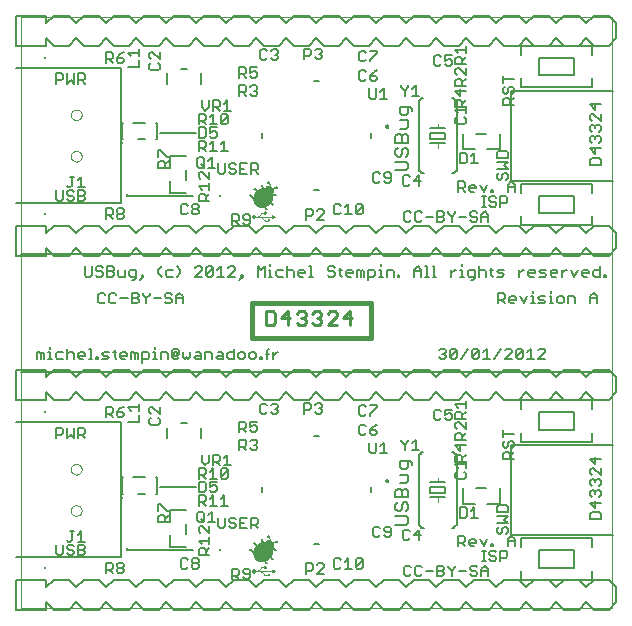
<source format=gto>
G75*
G70*
%OFA0B0*%
%FSLAX24Y24*%
%IPPOS*%
%LPD*%
%AMOC8*
5,1,8,0,0,1.08239X$1,22.5*
%
%ADD10C,0.0000*%
%ADD11C,0.0060*%
%ADD12C,0.0050*%
%ADD13C,0.0080*%
%ADD14C,0.0160*%
%ADD15C,0.0110*%
%ADD16R,0.0079X0.0079*%
%ADD17C,0.0020*%
%ADD18C,0.0079*%
%ADD19C,0.0001*%
%ADD20C,0.0025*%
%ADD21C,0.0100*%
%ADD22R,0.0092X0.0095*%
D10*
X001657Y006396D02*
X001657Y026081D01*
X021343Y026081D01*
X021343Y006396D01*
X001657Y006396D01*
X003323Y009644D02*
X003325Y009670D01*
X003331Y009696D01*
X003341Y009721D01*
X003354Y009744D01*
X003370Y009764D01*
X003390Y009782D01*
X003412Y009797D01*
X003435Y009809D01*
X003461Y009817D01*
X003487Y009821D01*
X003513Y009821D01*
X003539Y009817D01*
X003565Y009809D01*
X003589Y009797D01*
X003610Y009782D01*
X003630Y009764D01*
X003646Y009744D01*
X003659Y009721D01*
X003669Y009696D01*
X003675Y009670D01*
X003677Y009644D01*
X003675Y009618D01*
X003669Y009592D01*
X003659Y009567D01*
X003646Y009544D01*
X003630Y009524D01*
X003610Y009506D01*
X003588Y009491D01*
X003565Y009479D01*
X003539Y009471D01*
X003513Y009467D01*
X003487Y009467D01*
X003461Y009471D01*
X003435Y009479D01*
X003411Y009491D01*
X003390Y009506D01*
X003370Y009524D01*
X003354Y009544D01*
X003341Y009567D01*
X003331Y009592D01*
X003325Y009618D01*
X003323Y009644D01*
X003323Y011022D02*
X003325Y011048D01*
X003331Y011074D01*
X003341Y011099D01*
X003354Y011122D01*
X003370Y011142D01*
X003390Y011160D01*
X003412Y011175D01*
X003435Y011187D01*
X003461Y011195D01*
X003487Y011199D01*
X003513Y011199D01*
X003539Y011195D01*
X003565Y011187D01*
X003589Y011175D01*
X003610Y011160D01*
X003630Y011142D01*
X003646Y011122D01*
X003659Y011099D01*
X003669Y011074D01*
X003675Y011048D01*
X003677Y011022D01*
X003675Y010996D01*
X003669Y010970D01*
X003659Y010945D01*
X003646Y010922D01*
X003630Y010902D01*
X003610Y010884D01*
X003588Y010869D01*
X003565Y010857D01*
X003539Y010849D01*
X003513Y010845D01*
X003487Y010845D01*
X003461Y010849D01*
X003435Y010857D01*
X003411Y010869D01*
X003390Y010884D01*
X003370Y010902D01*
X003354Y010922D01*
X003341Y010945D01*
X003331Y010970D01*
X003325Y010996D01*
X003323Y011022D01*
X009412Y008315D02*
X009457Y008414D01*
X009529Y008501D01*
X009621Y008562D01*
X009695Y008585D01*
X009770Y008592D01*
X009813Y008591D01*
X009880Y008569D01*
X009907Y008558D01*
X009823Y008557D01*
X009750Y008526D01*
X009682Y008485D01*
X009637Y008442D01*
X009593Y008385D01*
X009545Y008303D01*
X009509Y008219D01*
X009493Y008142D01*
X009486Y008065D01*
X009482Y008035D01*
X009477Y008033D01*
X009421Y008115D01*
X009400Y008223D01*
X009412Y008315D01*
X009548Y008244D02*
X009523Y008164D01*
X009512Y008108D01*
X009507Y008056D01*
X009505Y008014D01*
X009504Y008012D01*
X009532Y007989D01*
X009566Y007971D01*
X009618Y007956D01*
X009687Y007955D01*
X009743Y007962D01*
X009804Y007983D01*
X009863Y008015D01*
X009911Y008051D01*
X009955Y008105D01*
X010002Y008178D01*
X010029Y008255D01*
X010034Y008340D01*
X010020Y008419D01*
X009996Y008465D01*
X009954Y008512D01*
X009930Y008530D01*
X009870Y008528D01*
X009784Y008510D01*
X009720Y008474D01*
X009673Y008433D01*
X009627Y008380D01*
X009584Y008315D01*
X009548Y008244D01*
X009811Y008589D02*
X009811Y008591D01*
X009825Y008587D01*
X009861Y008574D01*
X009911Y008557D01*
X009921Y008549D01*
X009927Y008533D01*
X009943Y008521D01*
X009971Y008492D01*
X009991Y008471D01*
X010011Y008435D01*
X010014Y008435D01*
X010039Y008442D01*
X010066Y008465D01*
X010070Y008512D01*
X010046Y008562D01*
X010018Y008592D01*
X009986Y008617D01*
X009946Y008641D01*
X009913Y008649D01*
X009870Y008651D01*
X009836Y008642D01*
X009814Y008623D01*
X009811Y008589D01*
X010023Y007674D02*
X010022Y007674D01*
X010022Y007581D01*
X010115Y007628D01*
X010023Y007674D01*
X010022Y019392D02*
X010115Y019439D01*
X010023Y019485D01*
X010022Y019485D01*
X010022Y019392D01*
X009804Y019794D02*
X009743Y019773D01*
X009687Y019766D01*
X009618Y019768D01*
X009566Y019782D01*
X009532Y019800D01*
X009504Y019823D01*
X009505Y019825D01*
X009507Y019868D01*
X009512Y019919D01*
X009523Y019975D01*
X009548Y020055D01*
X009584Y020126D01*
X009627Y020191D01*
X009673Y020244D01*
X009720Y020285D01*
X009784Y020321D01*
X009870Y020339D01*
X009930Y020341D01*
X009954Y020323D01*
X009996Y020277D01*
X010020Y020230D01*
X010034Y020152D01*
X010029Y020066D01*
X010002Y019989D01*
X009955Y019916D01*
X009911Y019862D01*
X009863Y019826D01*
X009804Y019794D01*
X009509Y020030D02*
X009545Y020114D01*
X009593Y020196D01*
X009637Y020253D01*
X009682Y020296D01*
X009750Y020337D01*
X009823Y020368D01*
X009907Y020369D01*
X009880Y020380D01*
X009813Y020402D01*
X009770Y020403D01*
X009695Y020396D01*
X009621Y020373D01*
X009529Y020312D01*
X009457Y020225D01*
X009412Y020126D01*
X009400Y020034D01*
X009421Y019926D01*
X009477Y019844D01*
X009482Y019846D01*
X009486Y019876D01*
X009493Y019953D01*
X009509Y020030D01*
X009811Y020400D02*
X009811Y020402D01*
X009825Y020398D01*
X009861Y020385D01*
X009911Y020368D01*
X009921Y020360D01*
X009927Y020344D01*
X009943Y020332D01*
X009971Y020303D01*
X009991Y020282D01*
X010011Y020246D01*
X010014Y020246D01*
X010039Y020253D01*
X010066Y020277D01*
X010070Y020323D01*
X010046Y020373D01*
X010018Y020403D01*
X009986Y020428D01*
X009946Y020452D01*
X009913Y020460D01*
X009870Y020462D01*
X009836Y020453D01*
X009814Y020434D01*
X009811Y020400D01*
X003323Y021455D02*
X003325Y021481D01*
X003331Y021507D01*
X003341Y021532D01*
X003354Y021555D01*
X003370Y021575D01*
X003390Y021593D01*
X003412Y021608D01*
X003435Y021620D01*
X003461Y021628D01*
X003487Y021632D01*
X003513Y021632D01*
X003539Y021628D01*
X003565Y021620D01*
X003589Y021608D01*
X003610Y021593D01*
X003630Y021575D01*
X003646Y021555D01*
X003659Y021532D01*
X003669Y021507D01*
X003675Y021481D01*
X003677Y021455D01*
X003675Y021429D01*
X003669Y021403D01*
X003659Y021378D01*
X003646Y021355D01*
X003630Y021335D01*
X003610Y021317D01*
X003588Y021302D01*
X003565Y021290D01*
X003539Y021282D01*
X003513Y021278D01*
X003487Y021278D01*
X003461Y021282D01*
X003435Y021290D01*
X003411Y021302D01*
X003390Y021317D01*
X003370Y021335D01*
X003354Y021355D01*
X003341Y021378D01*
X003331Y021403D01*
X003325Y021429D01*
X003323Y021455D01*
X003323Y022833D02*
X003325Y022859D01*
X003331Y022885D01*
X003341Y022910D01*
X003354Y022933D01*
X003370Y022953D01*
X003390Y022971D01*
X003412Y022986D01*
X003435Y022998D01*
X003461Y023006D01*
X003487Y023010D01*
X003513Y023010D01*
X003539Y023006D01*
X003565Y022998D01*
X003589Y022986D01*
X003610Y022971D01*
X003630Y022953D01*
X003646Y022933D01*
X003659Y022910D01*
X003669Y022885D01*
X003675Y022859D01*
X003677Y022833D01*
X003675Y022807D01*
X003669Y022781D01*
X003659Y022756D01*
X003646Y022733D01*
X003630Y022713D01*
X003610Y022695D01*
X003588Y022680D01*
X003565Y022668D01*
X003539Y022660D01*
X003513Y022656D01*
X003487Y022656D01*
X003461Y022660D01*
X003435Y022668D01*
X003411Y022680D01*
X003390Y022695D01*
X003370Y022713D01*
X003354Y022733D01*
X003341Y022756D01*
X003331Y022781D01*
X003325Y022807D01*
X003323Y022833D01*
D11*
X005200Y020194D02*
X005200Y020144D01*
X007400Y020144D01*
X007157Y020225D02*
X006640Y020225D01*
X006640Y020642D01*
X006640Y021066D02*
X006640Y021463D01*
X007157Y021463D01*
X007160Y021011D02*
X007160Y020673D01*
X007500Y022244D02*
X006300Y022244D01*
X001657Y018207D02*
X021343Y018207D01*
X021343Y014270D02*
X001657Y014270D01*
X006300Y010433D02*
X007500Y010433D01*
X007157Y009652D02*
X006640Y009652D01*
X006640Y009255D01*
X006640Y008831D02*
X006640Y008414D01*
X007157Y008414D01*
X007400Y008333D02*
X005200Y008333D01*
X005200Y008383D01*
X007160Y008862D02*
X007160Y009200D01*
X015300Y010083D02*
X015550Y010083D01*
X015800Y010083D01*
X015800Y010233D02*
X015800Y010433D01*
X015300Y010433D01*
X015300Y010233D01*
X015800Y010233D01*
X015800Y010583D02*
X015550Y010583D01*
X015300Y010583D01*
X016381Y010390D02*
X016381Y009873D01*
X016778Y009873D01*
X016834Y010393D02*
X017172Y010393D01*
X017619Y010390D02*
X017619Y009873D01*
X017202Y009873D01*
X017202Y021684D02*
X017619Y021684D01*
X017619Y022201D01*
X017172Y022204D02*
X016834Y022204D01*
X016381Y022201D02*
X016381Y021684D01*
X016778Y021684D01*
X015800Y021894D02*
X015550Y021894D01*
X015300Y021894D01*
X015300Y022044D02*
X015300Y022244D01*
X015800Y022244D01*
X015800Y022044D01*
X015300Y022044D01*
X015300Y022394D02*
X015550Y022394D01*
X015800Y022394D01*
D12*
X016125Y022578D02*
X016125Y022695D01*
X016183Y022753D01*
X016241Y022888D02*
X016125Y023004D01*
X016475Y023004D01*
X016475Y023083D02*
X016125Y023083D01*
X016125Y023258D01*
X016183Y023316D01*
X016300Y023316D01*
X016358Y023258D01*
X016358Y023083D01*
X016358Y023199D02*
X016475Y023316D01*
X016475Y023121D02*
X016475Y022888D01*
X016417Y022753D02*
X016475Y022695D01*
X016475Y022578D01*
X016417Y022519D01*
X016183Y022519D01*
X016125Y022578D01*
X016180Y023325D02*
X016180Y020963D01*
X016180Y020964D02*
X016165Y020962D01*
X016150Y020958D01*
X016136Y020951D01*
X016124Y020941D01*
X016114Y020929D01*
X016107Y020915D01*
X016103Y020900D01*
X016101Y020885D01*
X016032Y020885D01*
X016225Y020620D02*
X016400Y020620D01*
X016459Y020561D01*
X016459Y020445D01*
X016400Y020386D01*
X016225Y020386D01*
X016225Y020269D02*
X016225Y020620D01*
X016342Y020386D02*
X016459Y020269D01*
X016593Y020328D02*
X016593Y020445D01*
X016652Y020503D01*
X016768Y020503D01*
X016827Y020445D01*
X016827Y020386D01*
X016593Y020386D01*
X016593Y020328D02*
X016652Y020269D01*
X016768Y020269D01*
X017025Y020120D02*
X017142Y020120D01*
X017083Y020120D02*
X017083Y019769D01*
X017025Y019769D02*
X017142Y019769D01*
X017271Y019828D02*
X017329Y019769D01*
X017446Y019769D01*
X017504Y019828D01*
X017504Y019886D01*
X017446Y019945D01*
X017329Y019945D01*
X017271Y020003D01*
X017271Y020061D01*
X017329Y020120D01*
X017446Y020120D01*
X017504Y020061D01*
X017639Y020120D02*
X017814Y020120D01*
X017872Y020061D01*
X017872Y019945D01*
X017814Y019886D01*
X017639Y019886D01*
X017639Y019769D02*
X017639Y020120D01*
X017882Y020269D02*
X017882Y020503D01*
X017999Y020620D01*
X018116Y020503D01*
X018116Y020269D01*
X018116Y020445D02*
X017882Y020445D01*
X018000Y020644D02*
X018000Y023644D01*
X021375Y023644D01*
X020975Y023186D02*
X020625Y023186D01*
X020800Y023011D01*
X020800Y023244D01*
X020681Y023755D02*
X020681Y024051D01*
X020681Y023755D02*
X018319Y023755D01*
X018319Y024051D01*
X018075Y024023D02*
X017725Y024023D01*
X017725Y023906D02*
X017725Y024140D01*
X017783Y023771D02*
X017725Y023713D01*
X017725Y023596D01*
X017783Y023538D01*
X017841Y023538D01*
X017900Y023596D01*
X017900Y023713D01*
X017958Y023771D01*
X018017Y023771D01*
X018075Y023713D01*
X018075Y023596D01*
X018017Y023538D01*
X018075Y023403D02*
X017958Y023286D01*
X017958Y023345D02*
X017958Y023169D01*
X018075Y023169D02*
X017725Y023169D01*
X017725Y023345D01*
X017783Y023403D01*
X017900Y023403D01*
X017958Y023345D01*
X018909Y024149D02*
X020091Y024149D01*
X020091Y024740D01*
X018909Y024740D01*
X018909Y024149D01*
X018319Y024838D02*
X018319Y025133D01*
X020681Y025133D01*
X020681Y024838D01*
X020683Y022876D02*
X020625Y022818D01*
X020625Y022701D01*
X020683Y022643D01*
X020683Y022508D02*
X020741Y022508D01*
X020800Y022449D01*
X020858Y022508D01*
X020917Y022508D01*
X020975Y022449D01*
X020975Y022333D01*
X020917Y022274D01*
X020917Y022140D02*
X020975Y022081D01*
X020975Y021964D01*
X020917Y021906D01*
X020800Y022023D02*
X020800Y022081D01*
X020858Y022140D01*
X020917Y022140D01*
X020800Y022081D02*
X020741Y022140D01*
X020683Y022140D01*
X020625Y022081D01*
X020625Y021964D01*
X020683Y021906D01*
X020800Y021771D02*
X020800Y021538D01*
X020625Y021713D01*
X020975Y021713D01*
X020917Y021403D02*
X020683Y021403D01*
X020625Y021345D01*
X020625Y021169D01*
X020975Y021169D01*
X020975Y021345D01*
X020917Y021403D01*
X021375Y020644D02*
X018000Y020644D01*
X017875Y020728D02*
X017817Y020669D01*
X017875Y020728D02*
X017875Y020845D01*
X017817Y020903D01*
X017758Y020903D01*
X017700Y020845D01*
X017700Y020728D01*
X017641Y020669D01*
X017583Y020669D01*
X017525Y020728D01*
X017525Y020845D01*
X017583Y020903D01*
X017525Y021038D02*
X017875Y021038D01*
X017758Y021154D01*
X017875Y021271D01*
X017525Y021271D01*
X017525Y021406D02*
X017525Y021581D01*
X017583Y021640D01*
X017817Y021640D01*
X017875Y021581D01*
X017875Y021406D01*
X017525Y021406D01*
X016877Y021219D02*
X016643Y021219D01*
X016760Y021219D02*
X016760Y021570D01*
X016643Y021453D01*
X016509Y021511D02*
X016509Y021278D01*
X016450Y021219D01*
X016275Y021219D01*
X016275Y021570D01*
X016450Y021570D01*
X016509Y021511D01*
X016962Y020503D02*
X017078Y020269D01*
X017195Y020503D01*
X017330Y020328D02*
X017388Y020328D01*
X017388Y020269D01*
X017330Y020269D01*
X017330Y020328D01*
X017120Y019620D02*
X017003Y019503D01*
X017003Y019269D01*
X016868Y019328D02*
X016810Y019269D01*
X016693Y019269D01*
X016635Y019328D01*
X016693Y019445D02*
X016810Y019445D01*
X016868Y019386D01*
X016868Y019328D01*
X017003Y019445D02*
X017237Y019445D01*
X017237Y019503D02*
X017237Y019269D01*
X017237Y019503D02*
X017120Y019620D01*
X016868Y019561D02*
X016810Y019620D01*
X016693Y019620D01*
X016635Y019561D01*
X016635Y019503D01*
X016693Y019445D01*
X016500Y019445D02*
X016267Y019445D01*
X016132Y019561D02*
X016132Y019620D01*
X016132Y019561D02*
X016015Y019445D01*
X016015Y019269D01*
X016015Y019445D02*
X015898Y019561D01*
X015898Y019620D01*
X015763Y019561D02*
X015763Y019503D01*
X015705Y019445D01*
X015530Y019445D01*
X015395Y019445D02*
X015162Y019445D01*
X015027Y019561D02*
X014968Y019620D01*
X014852Y019620D01*
X014793Y019561D01*
X014793Y019328D01*
X014852Y019269D01*
X014968Y019269D01*
X015027Y019328D01*
X014659Y019328D02*
X014600Y019269D01*
X014483Y019269D01*
X014425Y019328D01*
X014425Y019561D01*
X014483Y019620D01*
X014600Y019620D01*
X014659Y019561D01*
X015530Y019620D02*
X015530Y019269D01*
X015705Y019269D01*
X015763Y019328D01*
X015763Y019386D01*
X015705Y019445D01*
X015763Y019561D02*
X015705Y019620D01*
X015530Y019620D01*
X014918Y020469D02*
X014918Y020820D01*
X014743Y020645D01*
X014977Y020645D01*
X014999Y020885D02*
X015078Y020885D01*
X014999Y020885D02*
X014997Y020900D01*
X014993Y020915D01*
X014986Y020929D01*
X014976Y020941D01*
X014964Y020951D01*
X014950Y020958D01*
X014935Y020962D01*
X014920Y020964D01*
X014920Y020963D02*
X014920Y023325D01*
X014935Y023327D01*
X014950Y023331D01*
X014964Y023338D01*
X014976Y023348D01*
X014986Y023360D01*
X014993Y023374D01*
X014997Y023389D01*
X014999Y023404D01*
X015068Y023404D01*
X014927Y023469D02*
X014693Y023469D01*
X014810Y023469D02*
X014810Y023820D01*
X014693Y023703D01*
X014559Y023761D02*
X014559Y023820D01*
X014559Y023761D02*
X014442Y023645D01*
X014442Y023469D01*
X014442Y023645D02*
X014325Y023761D01*
X014325Y023820D01*
X013758Y023723D02*
X013758Y023373D01*
X013874Y023373D02*
X013641Y023373D01*
X013506Y023431D02*
X013506Y023723D01*
X013641Y023606D02*
X013758Y023723D01*
X013468Y023969D02*
X013527Y024028D01*
X013527Y024086D01*
X013468Y024145D01*
X013293Y024145D01*
X013293Y024028D01*
X013352Y023969D01*
X013468Y023969D01*
X013293Y024145D02*
X013410Y024261D01*
X013527Y024320D01*
X013293Y024619D02*
X013293Y024678D01*
X013527Y024911D01*
X013527Y024970D01*
X013293Y024970D01*
X013159Y024911D02*
X013100Y024970D01*
X012983Y024970D01*
X012925Y024911D01*
X012925Y024678D01*
X012983Y024619D01*
X013100Y024619D01*
X013159Y024678D01*
X013100Y024320D02*
X012983Y024320D01*
X012925Y024261D01*
X012925Y024028D01*
X012983Y023969D01*
X013100Y023969D01*
X013159Y024028D01*
X013159Y024261D02*
X013100Y024320D01*
X013273Y023723D02*
X013273Y023431D01*
X013331Y023373D01*
X013448Y023373D01*
X013506Y023431D01*
X015425Y024528D02*
X015483Y024469D01*
X015600Y024469D01*
X015659Y024528D01*
X015793Y024528D02*
X015852Y024469D01*
X015968Y024469D01*
X016027Y024528D01*
X016027Y024645D01*
X015968Y024703D01*
X015910Y024703D01*
X015793Y024645D01*
X015793Y024820D01*
X016027Y024820D01*
X016125Y024695D02*
X016183Y024753D01*
X016300Y024753D01*
X016358Y024695D01*
X016358Y024519D01*
X016475Y024519D02*
X016125Y024519D01*
X016125Y024695D01*
X016241Y024888D02*
X016125Y025004D01*
X016475Y025004D01*
X016475Y024888D02*
X016475Y025121D01*
X016475Y024753D02*
X016358Y024636D01*
X016247Y024402D02*
X016189Y024402D01*
X016130Y024344D01*
X016130Y024227D01*
X016189Y024169D01*
X016189Y024034D02*
X016305Y024034D01*
X016364Y023975D01*
X016364Y023800D01*
X016480Y023800D02*
X016130Y023800D01*
X016130Y023975D01*
X016189Y024034D01*
X016364Y023917D02*
X016480Y024034D01*
X016480Y024169D02*
X016247Y024402D01*
X016480Y024402D02*
X016480Y024169D01*
X016300Y023685D02*
X016300Y023451D01*
X016125Y023626D01*
X016475Y023626D01*
X016180Y023325D02*
X016165Y023327D01*
X016150Y023331D01*
X016136Y023338D01*
X016124Y023348D01*
X016114Y023360D01*
X016107Y023374D01*
X016103Y023389D01*
X016101Y023404D01*
X016032Y023404D01*
X015425Y024528D02*
X015425Y024761D01*
X015483Y024820D01*
X015600Y024820D01*
X015659Y024761D01*
X013932Y020920D02*
X013815Y020920D01*
X013757Y020861D01*
X013757Y020803D01*
X013815Y020745D01*
X013990Y020745D01*
X013990Y020861D02*
X013932Y020920D01*
X013990Y020861D02*
X013990Y020628D01*
X013932Y020569D01*
X013815Y020569D01*
X013757Y020628D01*
X013622Y020628D02*
X013564Y020569D01*
X013447Y020569D01*
X013388Y020628D01*
X013388Y020861D01*
X013447Y020920D01*
X013564Y020920D01*
X013622Y020861D01*
X014375Y020761D02*
X014375Y020528D01*
X014433Y020469D01*
X014550Y020469D01*
X014609Y020528D01*
X014609Y020761D02*
X014550Y020820D01*
X014433Y020820D01*
X014375Y020761D01*
X013045Y019811D02*
X013045Y019578D01*
X012987Y019519D01*
X012870Y019519D01*
X012812Y019578D01*
X013045Y019811D01*
X012987Y019870D01*
X012870Y019870D01*
X012812Y019811D01*
X012812Y019578D01*
X012677Y019519D02*
X012443Y019519D01*
X012560Y019519D02*
X012560Y019870D01*
X012443Y019753D01*
X012309Y019811D02*
X012250Y019870D01*
X012133Y019870D01*
X012075Y019811D01*
X012075Y019578D01*
X012133Y019519D01*
X012250Y019519D01*
X012309Y019578D01*
X011747Y019573D02*
X011513Y019339D01*
X011747Y019339D01*
X011747Y019573D02*
X011747Y019631D01*
X011688Y019690D01*
X011572Y019690D01*
X011513Y019631D01*
X011379Y019631D02*
X011379Y019515D01*
X011320Y019456D01*
X011145Y019456D01*
X011145Y019339D02*
X011145Y019690D01*
X011320Y019690D01*
X011379Y019631D01*
X010145Y020148D02*
X010131Y020154D01*
X010117Y020157D01*
X010102Y020159D01*
X010032Y020162D01*
X009813Y019725D02*
X009834Y019708D01*
X009857Y019694D01*
X009813Y019725D02*
X009755Y019773D01*
X010020Y019869D02*
X010034Y019856D01*
X010046Y019841D01*
X010020Y019869D02*
X009957Y019921D01*
X009774Y019565D02*
X009776Y019574D01*
X009781Y019581D01*
X009789Y019585D01*
X009797Y019586D01*
X009805Y019583D01*
X009812Y019577D01*
X009816Y019569D01*
X009816Y019561D01*
X009812Y019553D01*
X009806Y019547D01*
X009797Y019544D01*
X009789Y019545D01*
X009781Y019549D01*
X009776Y019556D01*
X009774Y019565D01*
X009290Y019461D02*
X009290Y019228D01*
X009232Y019169D01*
X009115Y019169D01*
X009057Y019228D01*
X009115Y019345D02*
X009290Y019345D01*
X009290Y019461D02*
X009232Y019520D01*
X009115Y019520D01*
X009057Y019461D01*
X009057Y019403D01*
X009115Y019345D01*
X008922Y019345D02*
X008922Y019461D01*
X008864Y019520D01*
X008688Y019520D01*
X008688Y019169D01*
X008688Y019286D02*
X008864Y019286D01*
X008922Y019345D01*
X008805Y019286D02*
X008922Y019169D01*
X009402Y020060D02*
X009332Y020126D01*
X009452Y020350D02*
X009440Y020361D01*
X009427Y020371D01*
X009452Y020350D02*
X009509Y020284D01*
X009332Y020126D02*
X009319Y020140D01*
X009307Y020155D01*
X009296Y020171D01*
X009707Y020450D02*
X009704Y020478D01*
X009698Y020505D01*
X009707Y020450D02*
X009711Y020396D01*
X009892Y020578D02*
X009894Y020585D01*
X009898Y020590D01*
X009905Y020593D01*
X009912Y020592D01*
X009918Y020588D01*
X009922Y020582D01*
X009922Y020574D01*
X009918Y020568D01*
X009912Y020564D01*
X009905Y020563D01*
X009898Y020566D01*
X009894Y020571D01*
X009892Y020578D01*
X010166Y020410D02*
X010168Y020417D01*
X010173Y020422D01*
X010180Y020424D01*
X010187Y020422D01*
X010192Y020417D01*
X010194Y020410D01*
X010192Y020403D01*
X010187Y020398D01*
X010180Y020396D01*
X010173Y020398D01*
X010168Y020403D01*
X010166Y020410D01*
X009563Y020869D02*
X009447Y020986D01*
X009505Y020986D02*
X009330Y020986D01*
X009330Y020869D02*
X009330Y021220D01*
X009505Y021220D01*
X009563Y021161D01*
X009563Y021045D01*
X009505Y020986D01*
X009195Y020869D02*
X008962Y020869D01*
X008962Y021220D01*
X009195Y021220D01*
X009078Y021045D02*
X008962Y021045D01*
X008827Y020986D02*
X008827Y020928D01*
X008768Y020869D01*
X008652Y020869D01*
X008593Y020928D01*
X008652Y021045D02*
X008768Y021045D01*
X008827Y020986D01*
X008827Y021161D02*
X008768Y021220D01*
X008652Y021220D01*
X008593Y021161D01*
X008593Y021103D01*
X008652Y021045D01*
X008459Y020928D02*
X008459Y021220D01*
X008225Y021220D02*
X008225Y020928D01*
X008283Y020869D01*
X008400Y020869D01*
X008459Y020928D01*
X008127Y021069D02*
X007893Y021069D01*
X008010Y021069D02*
X008010Y021420D01*
X007893Y021303D01*
X007759Y021361D02*
X007759Y021128D01*
X007700Y021069D01*
X007583Y021069D01*
X007525Y021128D01*
X007525Y021361D01*
X007583Y021420D01*
X007700Y021420D01*
X007759Y021361D01*
X007642Y021186D02*
X007759Y021069D01*
X007691Y020940D02*
X007633Y020940D01*
X007575Y020881D01*
X007575Y020764D01*
X007633Y020706D01*
X007691Y020940D02*
X007925Y020706D01*
X007925Y020940D01*
X007925Y020571D02*
X007925Y020338D01*
X007925Y020454D02*
X007575Y020454D01*
X007691Y020338D01*
X007633Y020203D02*
X007750Y020203D01*
X007808Y020145D01*
X007808Y019969D01*
X007925Y019969D02*
X007575Y019969D01*
X007575Y020145D01*
X007633Y020203D01*
X007808Y020086D02*
X007925Y020203D01*
X007577Y019811D02*
X007577Y019753D01*
X007518Y019695D01*
X007402Y019695D01*
X007343Y019753D01*
X007343Y019811D01*
X007402Y019870D01*
X007518Y019870D01*
X007577Y019811D01*
X007518Y019695D02*
X007577Y019636D01*
X007577Y019578D01*
X007518Y019519D01*
X007402Y019519D01*
X007343Y019578D01*
X007343Y019636D01*
X007402Y019695D01*
X007209Y019811D02*
X007150Y019870D01*
X007033Y019870D01*
X006975Y019811D01*
X006975Y019578D01*
X007033Y019519D01*
X007150Y019519D01*
X007209Y019578D01*
X006575Y021069D02*
X006225Y021069D01*
X006225Y021245D01*
X006283Y021303D01*
X006400Y021303D01*
X006458Y021245D01*
X006458Y021069D01*
X006458Y021186D02*
X006575Y021303D01*
X006575Y021438D02*
X006517Y021438D01*
X006283Y021671D01*
X006225Y021671D01*
X006225Y021438D01*
X006191Y022019D02*
X006151Y022019D01*
X006191Y022019D02*
X006191Y022570D01*
X006151Y022570D01*
X005797Y022570D02*
X005403Y022570D01*
X005049Y022570D02*
X005009Y022570D01*
X005009Y022019D01*
X005049Y022019D01*
X004989Y021901D02*
X004991Y021909D01*
X004996Y021916D01*
X005003Y021920D01*
X005011Y021921D01*
X005019Y021918D01*
X005025Y021913D01*
X005029Y021905D01*
X005029Y021897D01*
X005025Y021889D01*
X005019Y021884D01*
X005011Y021881D01*
X005003Y021882D01*
X004996Y021886D01*
X004991Y021893D01*
X004989Y021901D01*
X005561Y022019D02*
X005797Y022019D01*
X007575Y021970D02*
X007575Y021619D01*
X007575Y021736D02*
X007750Y021736D01*
X007809Y021795D01*
X007809Y021911D01*
X007750Y021970D01*
X007575Y021970D01*
X007575Y022069D02*
X007750Y022069D01*
X007809Y022128D01*
X007809Y022361D01*
X007750Y022420D01*
X007575Y022420D01*
X007575Y022069D01*
X007692Y021736D02*
X007809Y021619D01*
X007943Y021619D02*
X008177Y021619D01*
X008060Y021619D02*
X008060Y021970D01*
X007943Y021853D01*
X008002Y022069D02*
X007943Y022128D01*
X008002Y022069D02*
X008118Y022069D01*
X008177Y022128D01*
X008177Y022245D01*
X008118Y022303D01*
X008060Y022303D01*
X007943Y022245D01*
X007943Y022420D01*
X008177Y022420D01*
X008177Y022519D02*
X007943Y022519D01*
X008060Y022519D02*
X008060Y022870D01*
X007943Y022753D01*
X007809Y022811D02*
X007809Y022695D01*
X007750Y022636D01*
X007575Y022636D01*
X007575Y022519D02*
X007575Y022870D01*
X007750Y022870D01*
X007809Y022811D01*
X007792Y022969D02*
X007909Y023086D01*
X007909Y023320D01*
X008043Y023320D02*
X008218Y023320D01*
X008277Y023261D01*
X008277Y023145D01*
X008218Y023086D01*
X008043Y023086D01*
X008043Y022969D02*
X008043Y023320D01*
X008160Y023086D02*
X008277Y022969D01*
X008412Y022969D02*
X008645Y022969D01*
X008528Y022969D02*
X008528Y023320D01*
X008412Y023203D01*
X008938Y023469D02*
X008938Y023820D01*
X009114Y023820D01*
X009172Y023761D01*
X009172Y023645D01*
X009114Y023586D01*
X008938Y023586D01*
X009055Y023586D02*
X009172Y023469D01*
X009307Y023528D02*
X009365Y023469D01*
X009482Y023469D01*
X009540Y023528D01*
X009540Y023586D01*
X009482Y023645D01*
X009423Y023645D01*
X009482Y023645D02*
X009540Y023703D01*
X009540Y023761D01*
X009482Y023820D01*
X009365Y023820D01*
X009307Y023761D01*
X009352Y024069D02*
X009293Y024128D01*
X009352Y024069D02*
X009468Y024069D01*
X009527Y024128D01*
X009527Y024245D01*
X009468Y024303D01*
X009410Y024303D01*
X009293Y024245D01*
X009293Y024420D01*
X009527Y024420D01*
X009683Y024669D02*
X009800Y024669D01*
X009859Y024728D01*
X009993Y024728D02*
X010052Y024669D01*
X010168Y024669D01*
X010227Y024728D01*
X010227Y024786D01*
X010168Y024845D01*
X010110Y024845D01*
X010168Y024845D02*
X010227Y024903D01*
X010227Y024961D01*
X010168Y025020D01*
X010052Y025020D01*
X009993Y024961D01*
X009859Y024961D02*
X009800Y025020D01*
X009683Y025020D01*
X009625Y024961D01*
X009625Y024728D01*
X009683Y024669D01*
X009159Y024361D02*
X009159Y024245D01*
X009100Y024186D01*
X008925Y024186D01*
X008925Y024069D02*
X008925Y024420D01*
X009100Y024420D01*
X009159Y024361D01*
X009042Y024186D02*
X009159Y024069D01*
X008487Y022870D02*
X008370Y022870D01*
X008312Y022811D01*
X008312Y022578D01*
X008545Y022811D01*
X008545Y022578D01*
X008487Y022519D01*
X008370Y022519D01*
X008312Y022578D01*
X008545Y022811D02*
X008487Y022870D01*
X007792Y022969D02*
X007675Y023086D01*
X007675Y023320D01*
X007692Y022636D02*
X007809Y022519D01*
X008428Y021970D02*
X008312Y021853D01*
X008428Y021970D02*
X008428Y021619D01*
X008312Y021619D02*
X008545Y021619D01*
X006217Y024319D02*
X005983Y024319D01*
X005925Y024378D01*
X005925Y024495D01*
X005983Y024553D01*
X005983Y024688D02*
X005925Y024746D01*
X005925Y024863D01*
X005983Y024921D01*
X006041Y024921D01*
X006275Y024688D01*
X006275Y024921D01*
X006217Y024553D02*
X006275Y024495D01*
X006275Y024378D01*
X006217Y024319D01*
X005575Y024419D02*
X005575Y024653D01*
X005575Y024788D02*
X005575Y025021D01*
X005575Y024904D02*
X005225Y024904D01*
X005341Y024788D01*
X005077Y024686D02*
X005077Y024628D01*
X005018Y024569D01*
X004902Y024569D01*
X004843Y024628D01*
X004843Y024745D01*
X005018Y024745D01*
X005077Y024686D01*
X004960Y024861D02*
X005077Y024920D01*
X004960Y024861D02*
X004843Y024745D01*
X004709Y024745D02*
X004650Y024686D01*
X004475Y024686D01*
X004475Y024569D02*
X004475Y024920D01*
X004650Y024920D01*
X004709Y024861D01*
X004709Y024745D01*
X004592Y024686D02*
X004709Y024569D01*
X005000Y024394D02*
X005000Y019894D01*
X001500Y019894D01*
X002825Y020028D02*
X002883Y019969D01*
X003000Y019969D01*
X003059Y020028D01*
X003059Y020320D01*
X003193Y020261D02*
X003193Y020203D01*
X003252Y020145D01*
X003368Y020145D01*
X003427Y020086D01*
X003427Y020028D01*
X003368Y019969D01*
X003252Y019969D01*
X003193Y020028D01*
X003193Y020261D02*
X003252Y020320D01*
X003368Y020320D01*
X003427Y020261D01*
X003562Y020320D02*
X003562Y019969D01*
X003737Y019969D01*
X003795Y020028D01*
X003795Y020086D01*
X003737Y020145D01*
X003562Y020145D01*
X003562Y020320D02*
X003737Y020320D01*
X003795Y020261D01*
X003795Y020203D01*
X003737Y020145D01*
X003777Y020419D02*
X003543Y020419D01*
X003660Y020419D02*
X003660Y020770D01*
X003543Y020653D01*
X003409Y020770D02*
X003292Y020770D01*
X003350Y020770D02*
X003350Y020478D01*
X003292Y020419D01*
X003233Y020419D01*
X003175Y020478D01*
X002825Y020320D02*
X002825Y020028D01*
X004475Y019720D02*
X004475Y019369D01*
X004475Y019486D02*
X004650Y019486D01*
X004709Y019545D01*
X004709Y019661D01*
X004650Y019720D01*
X004475Y019720D01*
X004592Y019486D02*
X004709Y019369D01*
X004843Y019428D02*
X004843Y019486D01*
X004902Y019545D01*
X005018Y019545D01*
X005077Y019486D01*
X005077Y019428D01*
X005018Y019369D01*
X004902Y019369D01*
X004843Y019428D01*
X004902Y019545D02*
X004843Y019603D01*
X004843Y019661D01*
X004902Y019720D01*
X005018Y019720D01*
X005077Y019661D01*
X005077Y019603D01*
X005018Y019545D01*
X004689Y017795D02*
X004747Y017737D01*
X004747Y017678D01*
X004689Y017620D01*
X004514Y017620D01*
X004379Y017562D02*
X004379Y017503D01*
X004320Y017445D01*
X004204Y017445D01*
X004145Y017503D01*
X004204Y017620D02*
X004145Y017678D01*
X004145Y017737D01*
X004204Y017795D01*
X004320Y017795D01*
X004379Y017737D01*
X004320Y017620D02*
X004379Y017562D01*
X004320Y017620D02*
X004204Y017620D01*
X004011Y017503D02*
X004011Y017795D01*
X003777Y017795D02*
X003777Y017503D01*
X003835Y017445D01*
X003952Y017445D01*
X004011Y017503D01*
X004514Y017445D02*
X004689Y017445D01*
X004747Y017503D01*
X004747Y017562D01*
X004689Y017620D01*
X004689Y017795D02*
X004514Y017795D01*
X004514Y017445D01*
X004882Y017503D02*
X004882Y017678D01*
X004882Y017503D02*
X004940Y017445D01*
X005115Y017445D01*
X005115Y017678D01*
X005250Y017620D02*
X005309Y017678D01*
X005484Y017678D01*
X005484Y017387D01*
X005425Y017328D01*
X005367Y017328D01*
X005309Y017445D02*
X005484Y017445D01*
X005309Y017445D02*
X005250Y017503D01*
X005250Y017620D01*
X005677Y017503D02*
X005677Y017445D01*
X005735Y017445D01*
X005735Y017503D01*
X005677Y017503D01*
X005735Y017445D02*
X005619Y017328D01*
X005711Y016902D02*
X005711Y016843D01*
X005828Y016726D01*
X005828Y016551D01*
X005828Y016726D02*
X005944Y016843D01*
X005944Y016902D01*
X006079Y016726D02*
X006313Y016726D01*
X006447Y016785D02*
X006447Y016843D01*
X006506Y016902D01*
X006623Y016902D01*
X006681Y016843D01*
X006623Y016726D02*
X006681Y016668D01*
X006681Y016610D01*
X006623Y016551D01*
X006506Y016551D01*
X006447Y016610D01*
X006506Y016726D02*
X006623Y016726D01*
X006506Y016726D02*
X006447Y016785D01*
X006816Y016785D02*
X006933Y016902D01*
X007049Y016785D01*
X007049Y016551D01*
X007049Y016726D02*
X006816Y016726D01*
X006816Y016785D02*
X006816Y016551D01*
X006846Y017445D02*
X006963Y017562D01*
X006963Y017678D01*
X006846Y017795D01*
X006711Y017678D02*
X006536Y017678D01*
X006478Y017620D01*
X006478Y017503D01*
X006536Y017445D01*
X006711Y017445D01*
X006349Y017445D02*
X006232Y017562D01*
X006232Y017678D01*
X006349Y017795D01*
X005518Y016902D02*
X005576Y016843D01*
X005576Y016785D01*
X005518Y016726D01*
X005343Y016726D01*
X005208Y016726D02*
X004974Y016726D01*
X004839Y016610D02*
X004781Y016551D01*
X004664Y016551D01*
X004606Y016610D01*
X004606Y016843D01*
X004664Y016902D01*
X004781Y016902D01*
X004839Y016843D01*
X004471Y016843D02*
X004413Y016902D01*
X004296Y016902D01*
X004238Y016843D01*
X004238Y016610D01*
X004296Y016551D01*
X004413Y016551D01*
X004471Y016610D01*
X005343Y016551D02*
X005518Y016551D01*
X005576Y016610D01*
X005576Y016668D01*
X005518Y016726D01*
X005518Y016902D02*
X005343Y016902D01*
X005343Y016551D01*
X006128Y015098D02*
X006128Y015039D01*
X006128Y014923D02*
X006128Y014689D01*
X006186Y014689D02*
X006069Y014689D01*
X005935Y014747D02*
X005876Y014689D01*
X005701Y014689D01*
X005701Y014572D02*
X005701Y014923D01*
X005876Y014923D01*
X005935Y014864D01*
X005935Y014747D01*
X006069Y014923D02*
X006128Y014923D01*
X006315Y014923D02*
X006315Y014689D01*
X006549Y014689D02*
X006549Y014864D01*
X006490Y014923D01*
X006315Y014923D01*
X006683Y014981D02*
X006683Y014747D01*
X006742Y014689D01*
X006858Y014689D01*
X006917Y014747D01*
X006858Y014806D02*
X006858Y014923D01*
X006742Y014923D01*
X006742Y014806D01*
X006858Y014806D01*
X006917Y014864D01*
X006917Y014981D01*
X006858Y015039D01*
X006742Y015039D01*
X006683Y014981D01*
X007052Y014923D02*
X007052Y014747D01*
X007110Y014689D01*
X007168Y014747D01*
X007227Y014689D01*
X007285Y014747D01*
X007285Y014923D01*
X007478Y014923D02*
X007595Y014923D01*
X007653Y014864D01*
X007653Y014689D01*
X007478Y014689D01*
X007420Y014747D01*
X007478Y014806D01*
X007653Y014806D01*
X007788Y014923D02*
X007963Y014923D01*
X008022Y014864D01*
X008022Y014689D01*
X008157Y014747D02*
X008215Y014806D01*
X008390Y014806D01*
X008390Y014864D02*
X008390Y014689D01*
X008215Y014689D01*
X008157Y014747D01*
X008215Y014923D02*
X008332Y014923D01*
X008390Y014864D01*
X008525Y014864D02*
X008525Y014747D01*
X008583Y014689D01*
X008758Y014689D01*
X008758Y015039D01*
X008758Y014923D02*
X008583Y014923D01*
X008525Y014864D01*
X008893Y014864D02*
X008893Y014747D01*
X008952Y014689D01*
X009068Y014689D01*
X009127Y014747D01*
X009127Y014864D01*
X009068Y014923D01*
X008952Y014923D01*
X008893Y014864D01*
X009262Y014864D02*
X009262Y014747D01*
X009320Y014689D01*
X009437Y014689D01*
X009495Y014747D01*
X009495Y014864D01*
X009437Y014923D01*
X009320Y014923D01*
X009262Y014864D01*
X009630Y014747D02*
X009688Y014747D01*
X009688Y014689D01*
X009630Y014689D01*
X009630Y014747D01*
X009814Y014864D02*
X009931Y014864D01*
X009872Y014981D02*
X009931Y015039D01*
X009872Y014981D02*
X009872Y014689D01*
X010060Y014689D02*
X010060Y014923D01*
X010176Y014923D02*
X010060Y014806D01*
X010176Y014923D02*
X010235Y014923D01*
X010168Y013209D02*
X010052Y013209D01*
X009993Y013150D01*
X009859Y013150D02*
X009800Y013209D01*
X009683Y013209D01*
X009625Y013150D01*
X009625Y012917D01*
X009683Y012858D01*
X009800Y012858D01*
X009859Y012917D01*
X009993Y012917D02*
X010052Y012858D01*
X010168Y012858D01*
X010227Y012917D01*
X010227Y012975D01*
X010168Y013033D01*
X010110Y013033D01*
X010168Y013033D02*
X010227Y013092D01*
X010227Y013150D01*
X010168Y013209D01*
X009527Y012609D02*
X009293Y012609D01*
X009293Y012433D01*
X009410Y012492D01*
X009468Y012492D01*
X009527Y012433D01*
X009527Y012317D01*
X009468Y012258D01*
X009352Y012258D01*
X009293Y012317D01*
X009159Y012258D02*
X009042Y012375D01*
X009100Y012375D02*
X008925Y012375D01*
X008925Y012258D02*
X008925Y012609D01*
X009100Y012609D01*
X009159Y012550D01*
X009159Y012433D01*
X009100Y012375D01*
X009114Y012009D02*
X008938Y012009D01*
X008938Y011658D01*
X008938Y011775D02*
X009114Y011775D01*
X009172Y011833D01*
X009172Y011950D01*
X009114Y012009D01*
X009307Y011950D02*
X009365Y012009D01*
X009482Y012009D01*
X009540Y011950D01*
X009540Y011892D01*
X009482Y011833D01*
X009540Y011775D01*
X009540Y011717D01*
X009482Y011658D01*
X009365Y011658D01*
X009307Y011717D01*
X009172Y011658D02*
X009055Y011775D01*
X009423Y011833D02*
X009482Y011833D01*
X008528Y011509D02*
X008528Y011158D01*
X008487Y011059D02*
X008545Y011000D01*
X008312Y010767D01*
X008370Y010708D01*
X008487Y010708D01*
X008545Y010767D01*
X008545Y011000D01*
X008487Y011059D02*
X008370Y011059D01*
X008312Y011000D01*
X008312Y010767D01*
X008177Y010708D02*
X007943Y010708D01*
X007943Y010609D02*
X007943Y010433D01*
X008060Y010492D01*
X008118Y010492D01*
X008177Y010433D01*
X008177Y010317D01*
X008118Y010258D01*
X008002Y010258D01*
X007943Y010317D01*
X007809Y010317D02*
X007809Y010550D01*
X007750Y010609D01*
X007575Y010609D01*
X007575Y010258D01*
X007750Y010258D01*
X007809Y010317D01*
X007750Y010159D02*
X007809Y010100D01*
X007809Y009983D01*
X007750Y009925D01*
X007575Y009925D01*
X007575Y009808D02*
X007575Y010159D01*
X007750Y010159D01*
X007943Y010042D02*
X008060Y010159D01*
X008060Y009808D01*
X007943Y009808D02*
X008177Y009808D01*
X008312Y009808D02*
X008545Y009808D01*
X008428Y009808D02*
X008428Y010159D01*
X008312Y010042D01*
X008010Y009609D02*
X008010Y009258D01*
X007893Y009258D02*
X008127Y009258D01*
X008225Y009117D02*
X008283Y009058D01*
X008400Y009058D01*
X008459Y009117D01*
X008459Y009409D01*
X008593Y009350D02*
X008593Y009292D01*
X008652Y009233D01*
X008768Y009233D01*
X008827Y009175D01*
X008827Y009117D01*
X008768Y009058D01*
X008652Y009058D01*
X008593Y009117D01*
X008593Y009350D02*
X008652Y009409D01*
X008768Y009409D01*
X008827Y009350D01*
X008962Y009409D02*
X008962Y009058D01*
X009195Y009058D01*
X009330Y009058D02*
X009330Y009409D01*
X009505Y009409D01*
X009563Y009350D01*
X009563Y009233D01*
X009505Y009175D01*
X009330Y009175D01*
X009447Y009175D02*
X009563Y009058D01*
X009892Y008767D02*
X009894Y008774D01*
X009898Y008779D01*
X009905Y008782D01*
X009912Y008781D01*
X009918Y008777D01*
X009922Y008771D01*
X009922Y008763D01*
X009918Y008757D01*
X009912Y008753D01*
X009905Y008752D01*
X009898Y008755D01*
X009894Y008760D01*
X009892Y008767D01*
X009707Y008639D02*
X009711Y008585D01*
X009509Y008473D02*
X009452Y008539D01*
X009296Y008360D02*
X009307Y008344D01*
X009319Y008329D01*
X009332Y008315D01*
X009402Y008249D01*
X009452Y008539D02*
X009440Y008550D01*
X009427Y008560D01*
X009707Y008639D02*
X009704Y008667D01*
X009698Y008694D01*
X010032Y008351D02*
X010102Y008348D01*
X010117Y008346D01*
X010131Y008343D01*
X010145Y008337D01*
X010166Y008599D02*
X010168Y008606D01*
X010173Y008611D01*
X010180Y008613D01*
X010187Y008611D01*
X010192Y008606D01*
X010194Y008599D01*
X010192Y008592D01*
X010187Y008587D01*
X010180Y008585D01*
X010173Y008587D01*
X010168Y008592D01*
X010166Y008599D01*
X009813Y007914D02*
X009834Y007897D01*
X009857Y007883D01*
X009813Y007914D02*
X009755Y007962D01*
X010020Y008058D02*
X010034Y008045D01*
X010046Y008030D01*
X010020Y008058D02*
X009957Y008110D01*
X009774Y007754D02*
X009776Y007763D01*
X009781Y007770D01*
X009789Y007774D01*
X009797Y007775D01*
X009805Y007772D01*
X009812Y007766D01*
X009816Y007758D01*
X009816Y007750D01*
X009812Y007742D01*
X009806Y007736D01*
X009797Y007733D01*
X009789Y007734D01*
X009781Y007738D01*
X009776Y007745D01*
X009774Y007754D01*
X009290Y007650D02*
X009290Y007417D01*
X009232Y007358D01*
X009115Y007358D01*
X009057Y007417D01*
X009115Y007533D02*
X009290Y007533D01*
X009290Y007650D02*
X009232Y007709D01*
X009115Y007709D01*
X009057Y007650D01*
X009057Y007592D01*
X009115Y007533D01*
X008922Y007533D02*
X008922Y007650D01*
X008864Y007709D01*
X008688Y007709D01*
X008688Y007358D01*
X008688Y007475D02*
X008864Y007475D01*
X008922Y007533D01*
X008805Y007475D02*
X008922Y007358D01*
X007925Y008158D02*
X007575Y008158D01*
X007575Y008333D01*
X007633Y008392D01*
X007750Y008392D01*
X007808Y008333D01*
X007808Y008158D01*
X007808Y008275D02*
X007925Y008392D01*
X007925Y008527D02*
X007925Y008760D01*
X007925Y008643D02*
X007575Y008643D01*
X007691Y008527D01*
X007633Y008895D02*
X007575Y008953D01*
X007575Y009070D01*
X007633Y009128D01*
X007691Y009128D01*
X007925Y008895D01*
X007925Y009128D01*
X007759Y009258D02*
X007642Y009375D01*
X007759Y009317D02*
X007700Y009258D01*
X007583Y009258D01*
X007525Y009317D01*
X007525Y009550D01*
X007583Y009609D01*
X007700Y009609D01*
X007759Y009550D01*
X007759Y009317D01*
X007893Y009492D02*
X008010Y009609D01*
X007809Y009808D02*
X007692Y009925D01*
X007943Y010609D02*
X008177Y010609D01*
X008060Y010708D02*
X008060Y011059D01*
X007943Y010942D01*
X007809Y011000D02*
X007750Y011059D01*
X007575Y011059D01*
X007575Y010708D01*
X007575Y010825D02*
X007750Y010825D01*
X007809Y010883D01*
X007809Y011000D01*
X007792Y011158D02*
X007909Y011275D01*
X007909Y011509D01*
X008043Y011509D02*
X008218Y011509D01*
X008277Y011450D01*
X008277Y011333D01*
X008218Y011275D01*
X008043Y011275D01*
X008043Y011158D02*
X008043Y011509D01*
X008160Y011275D02*
X008277Y011158D01*
X008412Y011158D02*
X008645Y011158D01*
X008412Y011392D02*
X008528Y011509D01*
X007792Y011158D02*
X007675Y011275D01*
X007675Y011509D01*
X007692Y010825D02*
X007809Y010708D01*
X008225Y009409D02*
X008225Y009117D01*
X008962Y009233D02*
X009078Y009233D01*
X008962Y009409D02*
X009195Y009409D01*
X007577Y008000D02*
X007577Y007942D01*
X007518Y007883D01*
X007402Y007883D01*
X007343Y007942D01*
X007343Y008000D01*
X007402Y008059D01*
X007518Y008059D01*
X007577Y008000D01*
X007518Y007883D02*
X007577Y007825D01*
X007577Y007767D01*
X007518Y007708D01*
X007402Y007708D01*
X007343Y007767D01*
X007343Y007825D01*
X007402Y007883D01*
X007209Y007767D02*
X007150Y007708D01*
X007033Y007708D01*
X006975Y007767D01*
X006975Y008000D01*
X007033Y008059D01*
X007150Y008059D01*
X007209Y008000D01*
X006575Y009258D02*
X006225Y009258D01*
X006225Y009433D01*
X006283Y009492D01*
X006400Y009492D01*
X006458Y009433D01*
X006458Y009258D01*
X006458Y009375D02*
X006575Y009492D01*
X006575Y009627D02*
X006517Y009627D01*
X006283Y009860D01*
X006225Y009860D01*
X006225Y009627D01*
X006191Y010208D02*
X006151Y010208D01*
X006191Y010208D02*
X006191Y010759D01*
X006151Y010759D01*
X005797Y010759D02*
X005403Y010759D01*
X005049Y010759D02*
X005009Y010759D01*
X005009Y010208D01*
X005049Y010208D01*
X004989Y010090D02*
X004991Y010098D01*
X004996Y010105D01*
X005003Y010109D01*
X005011Y010110D01*
X005019Y010107D01*
X005025Y010102D01*
X005029Y010094D01*
X005029Y010086D01*
X005025Y010078D01*
X005019Y010073D01*
X005011Y010070D01*
X005003Y010071D01*
X004996Y010075D01*
X004991Y010082D01*
X004989Y010090D01*
X005561Y010208D02*
X005797Y010208D01*
X003660Y008959D02*
X003660Y008608D01*
X003543Y008608D02*
X003777Y008608D01*
X003737Y008509D02*
X003795Y008450D01*
X003795Y008392D01*
X003737Y008333D01*
X003562Y008333D01*
X003427Y008275D02*
X003427Y008217D01*
X003368Y008158D01*
X003252Y008158D01*
X003193Y008217D01*
X003252Y008333D02*
X003368Y008333D01*
X003427Y008275D01*
X003427Y008450D02*
X003368Y008509D01*
X003252Y008509D01*
X003193Y008450D01*
X003193Y008392D01*
X003252Y008333D01*
X003059Y008217D02*
X003059Y008509D01*
X003175Y008667D02*
X003233Y008608D01*
X003292Y008608D01*
X003350Y008667D01*
X003350Y008959D01*
X003292Y008959D02*
X003409Y008959D01*
X003543Y008842D02*
X003660Y008959D01*
X003737Y008509D02*
X003562Y008509D01*
X003562Y008158D01*
X003737Y008158D01*
X003795Y008217D01*
X003795Y008275D01*
X003737Y008333D01*
X004475Y007909D02*
X004475Y007558D01*
X004475Y007675D02*
X004650Y007675D01*
X004709Y007733D01*
X004709Y007850D01*
X004650Y007909D01*
X004475Y007909D01*
X004592Y007675D02*
X004709Y007558D01*
X004843Y007617D02*
X004843Y007675D01*
X004902Y007733D01*
X005018Y007733D01*
X005077Y007675D01*
X005077Y007617D01*
X005018Y007558D01*
X004902Y007558D01*
X004843Y007617D01*
X004902Y007733D02*
X004843Y007792D01*
X004843Y007850D01*
X004902Y007909D01*
X005018Y007909D01*
X005077Y007850D01*
X005077Y007792D01*
X005018Y007733D01*
X005000Y008083D02*
X001500Y008083D01*
X002825Y008217D02*
X002883Y008158D01*
X003000Y008158D01*
X003059Y008217D01*
X002825Y008217D02*
X002825Y008509D01*
X005000Y008083D02*
X005000Y012583D01*
X001500Y012583D01*
X002825Y012409D02*
X002825Y012058D01*
X002825Y012175D02*
X003000Y012175D01*
X003059Y012233D01*
X003059Y012350D01*
X003000Y012409D01*
X002825Y012409D01*
X003193Y012409D02*
X003193Y012058D01*
X003310Y012175D01*
X003427Y012058D01*
X003427Y012409D01*
X003562Y012409D02*
X003737Y012409D01*
X003795Y012350D01*
X003795Y012233D01*
X003737Y012175D01*
X003562Y012175D01*
X003678Y012175D02*
X003795Y012058D01*
X003562Y012058D02*
X003562Y012409D01*
X004475Y012758D02*
X004475Y013109D01*
X004650Y013109D01*
X004709Y013050D01*
X004709Y012933D01*
X004650Y012875D01*
X004475Y012875D01*
X004592Y012875D02*
X004709Y012758D01*
X004843Y012817D02*
X004902Y012758D01*
X005018Y012758D01*
X005077Y012817D01*
X005077Y012875D01*
X005018Y012933D01*
X004843Y012933D01*
X004843Y012817D01*
X004843Y012933D02*
X004960Y013050D01*
X005077Y013109D01*
X005225Y013093D02*
X005575Y013093D01*
X005575Y012977D02*
X005575Y013210D01*
X005341Y012977D02*
X005225Y013093D01*
X005575Y012842D02*
X005575Y012608D01*
X005225Y012608D01*
X005925Y012567D02*
X005983Y012508D01*
X006217Y012508D01*
X006275Y012567D01*
X006275Y012683D01*
X006217Y012742D01*
X006275Y012877D02*
X006041Y013110D01*
X005983Y013110D01*
X005925Y013052D01*
X005925Y012935D01*
X005983Y012877D01*
X005983Y012742D02*
X005925Y012683D01*
X005925Y012567D01*
X006275Y012877D02*
X006275Y013110D01*
X005566Y014689D02*
X005566Y014864D01*
X005508Y014923D01*
X005450Y014864D01*
X005450Y014689D01*
X005333Y014689D02*
X005333Y014923D01*
X005391Y014923D01*
X005450Y014864D01*
X005198Y014864D02*
X005198Y014806D01*
X004965Y014806D01*
X004965Y014864D02*
X005023Y014923D01*
X005140Y014923D01*
X005198Y014864D01*
X005140Y014689D02*
X005023Y014689D01*
X004965Y014747D01*
X004965Y014864D01*
X004836Y014923D02*
X004719Y014923D01*
X004777Y014981D02*
X004777Y014747D01*
X004836Y014689D01*
X004584Y014747D02*
X004526Y014806D01*
X004409Y014806D01*
X004351Y014864D01*
X004409Y014923D01*
X004584Y014923D01*
X004584Y014747D02*
X004526Y014689D01*
X004351Y014689D01*
X004225Y014689D02*
X004167Y014689D01*
X004167Y014747D01*
X004225Y014747D01*
X004225Y014689D01*
X004038Y014689D02*
X003921Y014689D01*
X003979Y014689D02*
X003979Y015039D01*
X003921Y015039D01*
X003786Y014864D02*
X003786Y014806D01*
X003553Y014806D01*
X003553Y014864D02*
X003611Y014923D01*
X003728Y014923D01*
X003786Y014864D01*
X003728Y014689D02*
X003611Y014689D01*
X003553Y014747D01*
X003553Y014864D01*
X003418Y014864D02*
X003418Y014689D01*
X003418Y014864D02*
X003359Y014923D01*
X003243Y014923D01*
X003184Y014864D01*
X003050Y014923D02*
X002874Y014923D01*
X002816Y014864D01*
X002816Y014747D01*
X002874Y014689D01*
X003050Y014689D01*
X003184Y014689D02*
X003184Y015039D01*
X002629Y015039D02*
X002629Y015098D01*
X002629Y014923D02*
X002629Y014689D01*
X002687Y014689D02*
X002570Y014689D01*
X002436Y014689D02*
X002436Y014864D01*
X002377Y014923D01*
X002319Y014864D01*
X002319Y014689D01*
X002202Y014689D02*
X002202Y014923D01*
X002261Y014923D01*
X002319Y014864D01*
X002570Y014923D02*
X002629Y014923D01*
X007460Y017445D02*
X007694Y017678D01*
X007694Y017737D01*
X007635Y017795D01*
X007518Y017795D01*
X007460Y017737D01*
X007460Y017445D02*
X007694Y017445D01*
X007828Y017503D02*
X008062Y017737D01*
X008062Y017503D01*
X008004Y017445D01*
X007887Y017445D01*
X007828Y017503D01*
X007828Y017737D01*
X007887Y017795D01*
X008004Y017795D01*
X008062Y017737D01*
X008197Y017678D02*
X008314Y017795D01*
X008314Y017445D01*
X008430Y017445D02*
X008197Y017445D01*
X008565Y017445D02*
X008799Y017678D01*
X008799Y017737D01*
X008740Y017795D01*
X008623Y017795D01*
X008565Y017737D01*
X008565Y017445D02*
X008799Y017445D01*
X008933Y017328D02*
X009050Y017445D01*
X008992Y017445D01*
X008992Y017503D01*
X009050Y017503D01*
X009050Y017445D01*
X009547Y017445D02*
X009547Y017795D01*
X009664Y017678D01*
X009781Y017795D01*
X009781Y017445D01*
X009916Y017445D02*
X010032Y017445D01*
X009974Y017445D02*
X009974Y017678D01*
X009916Y017678D01*
X009974Y017795D02*
X009974Y017854D01*
X010161Y017620D02*
X010161Y017503D01*
X010219Y017445D01*
X010395Y017445D01*
X010529Y017445D02*
X010529Y017795D01*
X010588Y017678D02*
X010705Y017678D01*
X010763Y017620D01*
X010763Y017445D01*
X010898Y017503D02*
X010898Y017620D01*
X010956Y017678D01*
X011073Y017678D01*
X011131Y017620D01*
X011131Y017562D01*
X010898Y017562D01*
X010898Y017503D02*
X010956Y017445D01*
X011073Y017445D01*
X011266Y017445D02*
X011383Y017445D01*
X011324Y017445D02*
X011324Y017795D01*
X011266Y017795D01*
X011880Y017737D02*
X011880Y017678D01*
X011938Y017620D01*
X012055Y017620D01*
X012113Y017562D01*
X012113Y017503D01*
X012055Y017445D01*
X011938Y017445D01*
X011880Y017503D01*
X011880Y017737D02*
X011938Y017795D01*
X012055Y017795D01*
X012113Y017737D01*
X012248Y017678D02*
X012365Y017678D01*
X012307Y017737D02*
X012307Y017503D01*
X012365Y017445D01*
X012494Y017503D02*
X012494Y017620D01*
X012552Y017678D01*
X012669Y017678D01*
X012727Y017620D01*
X012727Y017562D01*
X012494Y017562D01*
X012494Y017503D02*
X012552Y017445D01*
X012669Y017445D01*
X012862Y017445D02*
X012862Y017678D01*
X012920Y017678D01*
X012979Y017620D01*
X013037Y017678D01*
X013096Y017620D01*
X013096Y017445D01*
X012979Y017445D02*
X012979Y017620D01*
X013230Y017678D02*
X013230Y017328D01*
X013230Y017445D02*
X013406Y017445D01*
X013464Y017503D01*
X013464Y017620D01*
X013406Y017678D01*
X013230Y017678D01*
X013599Y017678D02*
X013657Y017678D01*
X013657Y017445D01*
X013599Y017445D02*
X013715Y017445D01*
X013844Y017445D02*
X013844Y017678D01*
X014019Y017678D01*
X014078Y017620D01*
X014078Y017445D01*
X014213Y017445D02*
X014271Y017445D01*
X014271Y017503D01*
X014213Y017503D01*
X014213Y017445D01*
X014765Y017445D02*
X014765Y017678D01*
X014882Y017795D01*
X014999Y017678D01*
X014999Y017445D01*
X015133Y017445D02*
X015250Y017445D01*
X015192Y017445D02*
X015192Y017795D01*
X015133Y017795D01*
X014999Y017620D02*
X014765Y017620D01*
X015379Y017445D02*
X015496Y017445D01*
X015437Y017445D02*
X015437Y017795D01*
X015379Y017795D01*
X015993Y017678D02*
X015993Y017445D01*
X015993Y017562D02*
X016109Y017678D01*
X016168Y017678D01*
X016300Y017678D02*
X016358Y017678D01*
X016358Y017445D01*
X016300Y017445D02*
X016416Y017445D01*
X016545Y017503D02*
X016604Y017445D01*
X016779Y017445D01*
X016779Y017387D02*
X016779Y017678D01*
X016604Y017678D01*
X016545Y017620D01*
X016545Y017503D01*
X016662Y017328D02*
X016720Y017328D01*
X016779Y017387D01*
X016914Y017445D02*
X016914Y017795D01*
X016972Y017678D02*
X017089Y017678D01*
X017147Y017620D01*
X017147Y017445D01*
X017340Y017503D02*
X017399Y017445D01*
X017340Y017503D02*
X017340Y017737D01*
X017282Y017678D02*
X017399Y017678D01*
X017527Y017620D02*
X017586Y017678D01*
X017761Y017678D01*
X017703Y017562D02*
X017586Y017562D01*
X017527Y017620D01*
X017527Y017445D02*
X017703Y017445D01*
X017761Y017503D01*
X017703Y017562D01*
X018264Y017562D02*
X018381Y017678D01*
X018439Y017678D01*
X018571Y017620D02*
X018629Y017678D01*
X018746Y017678D01*
X018804Y017620D01*
X018804Y017562D01*
X018571Y017562D01*
X018571Y017620D02*
X018571Y017503D01*
X018629Y017445D01*
X018746Y017445D01*
X018939Y017445D02*
X019114Y017445D01*
X019173Y017503D01*
X019114Y017562D01*
X018998Y017562D01*
X018939Y017620D01*
X018998Y017678D01*
X019173Y017678D01*
X019308Y017620D02*
X019366Y017678D01*
X019483Y017678D01*
X019541Y017620D01*
X019541Y017562D01*
X019308Y017562D01*
X019308Y017620D02*
X019308Y017503D01*
X019366Y017445D01*
X019483Y017445D01*
X019676Y017445D02*
X019676Y017678D01*
X019676Y017562D02*
X019793Y017678D01*
X019851Y017678D01*
X019983Y017678D02*
X020100Y017445D01*
X020216Y017678D01*
X020351Y017620D02*
X020409Y017678D01*
X020526Y017678D01*
X020585Y017620D01*
X020585Y017562D01*
X020351Y017562D01*
X020351Y017620D02*
X020351Y017503D01*
X020409Y017445D01*
X020526Y017445D01*
X020719Y017503D02*
X020719Y017620D01*
X020778Y017678D01*
X020953Y017678D01*
X020953Y017795D02*
X020953Y017445D01*
X020778Y017445D01*
X020719Y017503D01*
X021088Y017503D02*
X021146Y017503D01*
X021146Y017445D01*
X021088Y017445D01*
X021088Y017503D01*
X020743Y016902D02*
X020859Y016785D01*
X020859Y016551D01*
X020859Y016726D02*
X020626Y016726D01*
X020626Y016785D02*
X020743Y016902D01*
X020626Y016785D02*
X020626Y016551D01*
X020123Y016551D02*
X020123Y016726D01*
X020064Y016785D01*
X019889Y016785D01*
X019889Y016551D01*
X019754Y016610D02*
X019754Y016726D01*
X019696Y016785D01*
X019579Y016785D01*
X019521Y016726D01*
X019521Y016610D01*
X019579Y016551D01*
X019696Y016551D01*
X019754Y016610D01*
X019392Y016551D02*
X019275Y016551D01*
X019334Y016551D02*
X019334Y016785D01*
X019275Y016785D01*
X019334Y016902D02*
X019334Y016960D01*
X019141Y016785D02*
X018965Y016785D01*
X018907Y016726D01*
X018965Y016668D01*
X019082Y016668D01*
X019141Y016610D01*
X019082Y016551D01*
X018907Y016551D01*
X018778Y016551D02*
X018661Y016551D01*
X018720Y016551D02*
X018720Y016785D01*
X018661Y016785D01*
X018720Y016902D02*
X018720Y016960D01*
X018527Y016785D02*
X018410Y016551D01*
X018293Y016785D01*
X018158Y016726D02*
X018158Y016668D01*
X017925Y016668D01*
X017925Y016610D02*
X017925Y016726D01*
X017983Y016785D01*
X018100Y016785D01*
X018158Y016726D01*
X018100Y016551D02*
X017983Y016551D01*
X017925Y016610D01*
X017790Y016551D02*
X017673Y016668D01*
X017732Y016668D02*
X017556Y016668D01*
X017556Y016551D02*
X017556Y016902D01*
X017732Y016902D01*
X017790Y016843D01*
X017790Y016726D01*
X017732Y016668D01*
X018264Y017445D02*
X018264Y017678D01*
X016972Y017678D02*
X016914Y017620D01*
X016358Y017795D02*
X016358Y017854D01*
X018319Y019155D02*
X020681Y019155D01*
X020681Y019451D01*
X020091Y019549D02*
X020091Y020140D01*
X018909Y020140D01*
X018909Y019549D01*
X020091Y019549D01*
X020681Y020238D02*
X020681Y020533D01*
X018319Y020533D01*
X018319Y020238D01*
X018319Y019451D02*
X018319Y019155D01*
X020683Y022274D02*
X020625Y022333D01*
X020625Y022449D01*
X020683Y022508D01*
X020800Y022449D02*
X020800Y022391D01*
X020975Y022643D02*
X020741Y022876D01*
X020683Y022876D01*
X020975Y022876D02*
X020975Y022643D01*
X013657Y017854D02*
X013657Y017795D01*
X015646Y015039D02*
X015763Y015039D01*
X015822Y014981D01*
X015822Y014923D01*
X015763Y014864D01*
X015822Y014806D01*
X015822Y014747D01*
X015763Y014689D01*
X015646Y014689D01*
X015588Y014747D01*
X015705Y014864D02*
X015763Y014864D01*
X015588Y014981D02*
X015646Y015039D01*
X015956Y014981D02*
X015956Y014747D01*
X016190Y014981D01*
X016190Y014747D01*
X016131Y014689D01*
X016015Y014689D01*
X015956Y014747D01*
X015956Y014981D02*
X016015Y015039D01*
X016131Y015039D01*
X016190Y014981D01*
X016325Y014689D02*
X016558Y015039D01*
X016693Y014981D02*
X016751Y015039D01*
X016868Y015039D01*
X016926Y014981D01*
X016693Y014747D01*
X016751Y014689D01*
X016868Y014689D01*
X016926Y014747D01*
X016926Y014981D01*
X017061Y014923D02*
X017178Y015039D01*
X017178Y014689D01*
X017061Y014689D02*
X017295Y014689D01*
X017430Y014689D02*
X017663Y015039D01*
X017798Y014981D02*
X017856Y015039D01*
X017973Y015039D01*
X018031Y014981D01*
X018031Y014923D01*
X017798Y014689D01*
X018031Y014689D01*
X018166Y014747D02*
X018400Y014981D01*
X018400Y014747D01*
X018341Y014689D01*
X018225Y014689D01*
X018166Y014747D01*
X018166Y014981D01*
X018225Y015039D01*
X018341Y015039D01*
X018400Y014981D01*
X018535Y014923D02*
X018651Y015039D01*
X018651Y014689D01*
X018535Y014689D02*
X018768Y014689D01*
X018903Y014689D02*
X019136Y014923D01*
X019136Y014981D01*
X019078Y015039D01*
X018961Y015039D01*
X018903Y014981D01*
X018903Y014689D02*
X019136Y014689D01*
X018319Y013322D02*
X020681Y013322D01*
X020681Y013027D01*
X020091Y012929D02*
X020091Y012338D01*
X018909Y012338D01*
X018909Y012929D01*
X020091Y012929D01*
X020681Y012240D02*
X020681Y011944D01*
X018319Y011944D01*
X018319Y012240D01*
X018075Y012212D02*
X017725Y012212D01*
X017725Y012328D02*
X017725Y012095D01*
X017783Y011960D02*
X017725Y011902D01*
X017725Y011785D01*
X017783Y011727D01*
X017841Y011727D01*
X017900Y011785D01*
X017900Y011902D01*
X017958Y011960D01*
X018017Y011960D01*
X018075Y011902D01*
X018075Y011785D01*
X018017Y011727D01*
X018000Y011833D02*
X021375Y011833D01*
X020975Y011375D02*
X020625Y011375D01*
X020800Y011200D01*
X020800Y011433D01*
X020741Y011065D02*
X020683Y011065D01*
X020625Y011007D01*
X020625Y010890D01*
X020683Y010832D01*
X020683Y010697D02*
X020741Y010697D01*
X020800Y010638D01*
X020858Y010697D01*
X020917Y010697D01*
X020975Y010638D01*
X020975Y010522D01*
X020917Y010463D01*
X020917Y010328D02*
X020975Y010270D01*
X020975Y010153D01*
X020917Y010095D01*
X020800Y010212D02*
X020800Y010270D01*
X020858Y010328D01*
X020917Y010328D01*
X020800Y010270D02*
X020741Y010328D01*
X020683Y010328D01*
X020625Y010270D01*
X020625Y010153D01*
X020683Y010095D01*
X020800Y009960D02*
X020800Y009727D01*
X020625Y009902D01*
X020975Y009902D01*
X020917Y009592D02*
X020683Y009592D01*
X020625Y009533D01*
X020625Y009358D01*
X020975Y009358D01*
X020975Y009533D01*
X020917Y009592D01*
X021375Y008833D02*
X018000Y008833D01*
X018000Y011833D01*
X018075Y011592D02*
X017958Y011475D01*
X017958Y011533D02*
X017958Y011358D01*
X018075Y011358D02*
X017725Y011358D01*
X017725Y011533D01*
X017783Y011592D01*
X017900Y011592D01*
X017958Y011533D01*
X018319Y013027D02*
X018319Y013322D01*
X016693Y014747D02*
X016693Y014981D01*
X016475Y013310D02*
X016475Y013077D01*
X016475Y013193D02*
X016125Y013193D01*
X016241Y013077D01*
X016183Y012942D02*
X016300Y012942D01*
X016358Y012883D01*
X016358Y012708D01*
X016475Y012708D02*
X016125Y012708D01*
X016125Y012883D01*
X016183Y012942D01*
X016027Y013009D02*
X015793Y013009D01*
X015793Y012833D01*
X015910Y012892D01*
X015968Y012892D01*
X016027Y012833D01*
X016027Y012717D01*
X015968Y012658D01*
X015852Y012658D01*
X015793Y012717D01*
X015659Y012717D02*
X015600Y012658D01*
X015483Y012658D01*
X015425Y012717D01*
X015425Y012950D01*
X015483Y013009D01*
X015600Y013009D01*
X015659Y012950D01*
X016130Y012533D02*
X016130Y012416D01*
X016189Y012358D01*
X016189Y012223D02*
X016305Y012223D01*
X016364Y012164D01*
X016364Y011989D01*
X016480Y011989D02*
X016130Y011989D01*
X016130Y012164D01*
X016189Y012223D01*
X016364Y012106D02*
X016480Y012223D01*
X016480Y012358D02*
X016247Y012591D01*
X016189Y012591D01*
X016130Y012533D01*
X016480Y012591D02*
X016480Y012358D01*
X016358Y012825D02*
X016475Y012942D01*
X016300Y011874D02*
X016300Y011640D01*
X016125Y011815D01*
X016475Y011815D01*
X016475Y011505D02*
X016358Y011388D01*
X016358Y011447D02*
X016358Y011272D01*
X016475Y011272D02*
X016125Y011272D01*
X016125Y011447D01*
X016183Y011505D01*
X016300Y011505D01*
X016358Y011447D01*
X016475Y011310D02*
X016475Y011077D01*
X016475Y011193D02*
X016125Y011193D01*
X016241Y011077D01*
X016183Y010942D02*
X016125Y010883D01*
X016125Y010767D01*
X016183Y010708D01*
X016417Y010708D01*
X016475Y010767D01*
X016475Y010883D01*
X016417Y010942D01*
X016180Y011514D02*
X016180Y009152D01*
X016165Y009150D01*
X016150Y009146D01*
X016136Y009139D01*
X016124Y009129D01*
X016114Y009117D01*
X016107Y009103D01*
X016103Y009088D01*
X016101Y009073D01*
X016032Y009073D01*
X016225Y008809D02*
X016400Y008809D01*
X016459Y008750D01*
X016459Y008633D01*
X016400Y008575D01*
X016225Y008575D01*
X016225Y008458D02*
X016225Y008809D01*
X016342Y008575D02*
X016459Y008458D01*
X016593Y008517D02*
X016593Y008633D01*
X016652Y008692D01*
X016768Y008692D01*
X016827Y008633D01*
X016827Y008575D01*
X016593Y008575D01*
X016593Y008517D02*
X016652Y008458D01*
X016768Y008458D01*
X017025Y008309D02*
X017142Y008309D01*
X017083Y008309D02*
X017083Y007958D01*
X017025Y007958D02*
X017142Y007958D01*
X017271Y008017D02*
X017329Y007958D01*
X017446Y007958D01*
X017504Y008017D01*
X017504Y008075D01*
X017446Y008133D01*
X017329Y008133D01*
X017271Y008192D01*
X017271Y008250D01*
X017329Y008309D01*
X017446Y008309D01*
X017504Y008250D01*
X017639Y008309D02*
X017814Y008309D01*
X017872Y008250D01*
X017872Y008133D01*
X017814Y008075D01*
X017639Y008075D01*
X017639Y007958D02*
X017639Y008309D01*
X017882Y008458D02*
X017882Y008692D01*
X017999Y008809D01*
X018116Y008692D01*
X018116Y008458D01*
X018116Y008633D02*
X017882Y008633D01*
X017817Y008858D02*
X017875Y008917D01*
X017875Y009033D01*
X017817Y009092D01*
X017758Y009092D01*
X017700Y009033D01*
X017700Y008917D01*
X017641Y008858D01*
X017583Y008858D01*
X017525Y008917D01*
X017525Y009033D01*
X017583Y009092D01*
X017525Y009227D02*
X017875Y009227D01*
X017758Y009343D01*
X017875Y009460D01*
X017525Y009460D01*
X017525Y009595D02*
X017525Y009770D01*
X017583Y009828D01*
X017817Y009828D01*
X017875Y009770D01*
X017875Y009595D01*
X017525Y009595D01*
X016877Y009408D02*
X016643Y009408D01*
X016760Y009408D02*
X016760Y009759D01*
X016643Y009642D01*
X016509Y009700D02*
X016509Y009467D01*
X016450Y009408D01*
X016275Y009408D01*
X016275Y009759D01*
X016450Y009759D01*
X016509Y009700D01*
X016962Y008692D02*
X017078Y008458D01*
X017195Y008692D01*
X017330Y008517D02*
X017388Y008517D01*
X017388Y008458D01*
X017330Y008458D01*
X017330Y008517D01*
X017120Y007809D02*
X017003Y007692D01*
X017003Y007458D01*
X016868Y007517D02*
X016810Y007458D01*
X016693Y007458D01*
X016635Y007517D01*
X016693Y007633D02*
X016810Y007633D01*
X016868Y007575D01*
X016868Y007517D01*
X017003Y007633D02*
X017237Y007633D01*
X017237Y007692D02*
X017237Y007458D01*
X017237Y007692D02*
X017120Y007809D01*
X016868Y007750D02*
X016810Y007809D01*
X016693Y007809D01*
X016635Y007750D01*
X016635Y007692D01*
X016693Y007633D01*
X016500Y007633D02*
X016267Y007633D01*
X016132Y007750D02*
X016132Y007809D01*
X016132Y007750D02*
X016015Y007633D01*
X016015Y007458D01*
X016015Y007633D02*
X015898Y007750D01*
X015898Y007809D01*
X015763Y007750D02*
X015763Y007692D01*
X015705Y007633D01*
X015530Y007633D01*
X015395Y007633D02*
X015162Y007633D01*
X015027Y007517D02*
X014968Y007458D01*
X014852Y007458D01*
X014793Y007517D01*
X014793Y007750D01*
X014852Y007809D01*
X014968Y007809D01*
X015027Y007750D01*
X014659Y007750D02*
X014600Y007809D01*
X014483Y007809D01*
X014425Y007750D01*
X014425Y007517D01*
X014483Y007458D01*
X014600Y007458D01*
X014659Y007517D01*
X015530Y007458D02*
X015705Y007458D01*
X015763Y007517D01*
X015763Y007575D01*
X015705Y007633D01*
X015763Y007750D02*
X015705Y007809D01*
X015530Y007809D01*
X015530Y007458D01*
X014918Y008658D02*
X014918Y009009D01*
X014743Y008833D01*
X014977Y008833D01*
X014999Y009073D02*
X015078Y009073D01*
X014999Y009073D02*
X014997Y009088D01*
X014993Y009103D01*
X014986Y009117D01*
X014976Y009129D01*
X014964Y009139D01*
X014950Y009146D01*
X014935Y009150D01*
X014920Y009152D01*
X014920Y011514D01*
X014935Y011516D01*
X014950Y011520D01*
X014964Y011527D01*
X014976Y011537D01*
X014986Y011549D01*
X014993Y011563D01*
X014997Y011578D01*
X014999Y011593D01*
X015068Y011593D01*
X014927Y011658D02*
X014693Y011658D01*
X014810Y011658D02*
X014810Y012009D01*
X014693Y011892D01*
X014559Y011950D02*
X014442Y011833D01*
X014442Y011658D01*
X014442Y011833D02*
X014325Y011950D01*
X014325Y012009D01*
X014559Y012009D02*
X014559Y011950D01*
X013874Y011562D02*
X013641Y011562D01*
X013758Y011562D02*
X013758Y011912D01*
X013641Y011795D01*
X013506Y011912D02*
X013506Y011620D01*
X013448Y011562D01*
X013331Y011562D01*
X013273Y011620D01*
X013273Y011912D01*
X013352Y012158D02*
X013468Y012158D01*
X013527Y012217D01*
X013527Y012275D01*
X013468Y012333D01*
X013293Y012333D01*
X013293Y012217D01*
X013352Y012158D01*
X013293Y012333D02*
X013410Y012450D01*
X013527Y012509D01*
X013293Y012808D02*
X013293Y012867D01*
X013527Y013100D01*
X013527Y013159D01*
X013293Y013159D01*
X013159Y013100D02*
X013100Y013159D01*
X012983Y013159D01*
X012925Y013100D01*
X012925Y012867D01*
X012983Y012808D01*
X013100Y012808D01*
X013159Y012867D01*
X013100Y012509D02*
X012983Y012509D01*
X012925Y012450D01*
X012925Y012217D01*
X012983Y012158D01*
X013100Y012158D01*
X013159Y012217D01*
X013159Y012450D02*
X013100Y012509D01*
X011697Y012937D02*
X011638Y012878D01*
X011522Y012878D01*
X011463Y012937D01*
X011580Y013053D02*
X011638Y013053D01*
X011697Y012995D01*
X011697Y012937D01*
X011638Y013053D02*
X011697Y013112D01*
X011697Y013170D01*
X011638Y013229D01*
X011522Y013229D01*
X011463Y013170D01*
X011329Y013170D02*
X011329Y013053D01*
X011270Y012995D01*
X011095Y012995D01*
X011095Y012878D02*
X011095Y013229D01*
X011270Y013229D01*
X011329Y013170D01*
X007788Y014689D02*
X007788Y014923D01*
X010161Y017620D02*
X010219Y017678D01*
X010395Y017678D01*
X010529Y017620D02*
X010588Y017678D01*
X016032Y011593D02*
X016101Y011593D01*
X016103Y011578D01*
X016107Y011563D01*
X016114Y011549D01*
X016124Y011537D01*
X016136Y011527D01*
X016150Y011520D01*
X016165Y011516D01*
X016180Y011514D01*
X014550Y009009D02*
X014433Y009009D01*
X014375Y008950D01*
X014375Y008717D01*
X014433Y008658D01*
X014550Y008658D01*
X014609Y008717D01*
X014609Y008950D02*
X014550Y009009D01*
X013990Y009050D02*
X013990Y008817D01*
X013932Y008758D01*
X013815Y008758D01*
X013757Y008817D01*
X013815Y008933D02*
X013990Y008933D01*
X013990Y009050D02*
X013932Y009109D01*
X013815Y009109D01*
X013757Y009050D01*
X013757Y008992D01*
X013815Y008933D01*
X013622Y008817D02*
X013564Y008758D01*
X013447Y008758D01*
X013388Y008817D01*
X013388Y009050D01*
X013447Y009109D01*
X013564Y009109D01*
X013622Y009050D01*
X012987Y008059D02*
X012870Y008059D01*
X012812Y008000D01*
X012812Y007767D01*
X013045Y008000D01*
X013045Y007767D01*
X012987Y007708D01*
X012870Y007708D01*
X012812Y007767D01*
X012677Y007708D02*
X012443Y007708D01*
X012560Y007708D02*
X012560Y008059D01*
X012443Y007942D01*
X012309Y008000D02*
X012250Y008059D01*
X012133Y008059D01*
X012075Y008000D01*
X012075Y007767D01*
X012133Y007708D01*
X012250Y007708D01*
X012309Y007767D01*
X011747Y007762D02*
X011513Y007528D01*
X011747Y007528D01*
X011747Y007762D02*
X011747Y007820D01*
X011688Y007879D01*
X011572Y007879D01*
X011513Y007820D01*
X011379Y007820D02*
X011320Y007879D01*
X011145Y007879D01*
X011145Y007528D01*
X011145Y007645D02*
X011320Y007645D01*
X011379Y007703D01*
X011379Y007820D01*
X012987Y008059D02*
X013045Y008000D01*
X018319Y007640D02*
X018319Y007344D01*
X020681Y007344D01*
X020681Y007640D01*
X020091Y007738D02*
X020091Y008329D01*
X018909Y008329D01*
X018909Y007738D01*
X020091Y007738D01*
X020681Y008427D02*
X020681Y008722D01*
X018319Y008722D01*
X018319Y008427D01*
X020625Y010522D02*
X020625Y010638D01*
X020683Y010697D01*
X020800Y010638D02*
X020800Y010580D01*
X020683Y010463D02*
X020625Y010522D01*
X020975Y010832D02*
X020741Y011065D01*
X020975Y011065D02*
X020975Y010832D01*
X011638Y024689D02*
X011522Y024689D01*
X011463Y024748D01*
X011580Y024865D02*
X011638Y024865D01*
X011697Y024806D01*
X011697Y024748D01*
X011638Y024689D01*
X011638Y024865D02*
X011697Y024923D01*
X011697Y024981D01*
X011638Y025040D01*
X011522Y025040D01*
X011463Y024981D01*
X011329Y024981D02*
X011329Y024865D01*
X011270Y024806D01*
X011095Y024806D01*
X011095Y024689D02*
X011095Y025040D01*
X011270Y025040D01*
X011329Y024981D01*
X005575Y024419D02*
X005225Y024419D01*
X005000Y024394D02*
X001500Y024394D01*
X002825Y024220D02*
X002825Y023869D01*
X002825Y023986D02*
X003000Y023986D01*
X003059Y024045D01*
X003059Y024161D01*
X003000Y024220D01*
X002825Y024220D01*
X003193Y024220D02*
X003193Y023869D01*
X003310Y023986D01*
X003427Y023869D01*
X003427Y024220D01*
X003562Y024220D02*
X003737Y024220D01*
X003795Y024161D01*
X003795Y024045D01*
X003737Y023986D01*
X003562Y023986D01*
X003678Y023986D02*
X003795Y023869D01*
X003562Y023869D02*
X003562Y024220D01*
D13*
X002500Y006333D02*
X001500Y006333D01*
X001500Y007333D01*
X002500Y007333D01*
X002500Y007083D01*
X002750Y007333D01*
X003250Y007333D01*
X003500Y007083D01*
X003750Y007333D01*
X004250Y007333D01*
X004500Y007083D01*
X004750Y007333D01*
X005250Y007333D01*
X005500Y007083D01*
X005750Y007333D01*
X006250Y007333D01*
X006500Y007083D01*
X006750Y007333D01*
X007250Y007333D01*
X007500Y007083D01*
X007750Y007333D01*
X008250Y007333D01*
X008500Y007083D01*
X008750Y007333D01*
X009250Y007333D01*
X009500Y007083D01*
X009750Y007333D01*
X010250Y007333D01*
X010500Y007083D01*
X010750Y007333D01*
X011250Y007333D01*
X011500Y007083D01*
X011750Y007333D01*
X012250Y007333D01*
X012500Y007083D01*
X012750Y007333D01*
X013250Y007333D01*
X013500Y007083D01*
X013750Y007333D01*
X014250Y007333D01*
X014500Y007083D01*
X014750Y007333D01*
X015250Y007333D01*
X015500Y007083D01*
X015750Y007333D01*
X016250Y007333D01*
X016500Y007083D01*
X016750Y007333D01*
X017250Y007333D01*
X017500Y007083D01*
X017750Y007333D01*
X018250Y007333D01*
X018500Y007083D01*
X018750Y007333D01*
X019250Y007333D01*
X019500Y007083D01*
X019750Y007333D01*
X020250Y007333D01*
X020500Y007083D01*
X020750Y007333D01*
X021250Y007333D01*
X021500Y007083D01*
X021500Y006583D01*
X021250Y006333D01*
X020750Y006333D01*
X020500Y006583D01*
X020250Y006333D01*
X019750Y006333D01*
X019500Y006583D01*
X019250Y006333D01*
X018750Y006333D01*
X018500Y006583D01*
X018250Y006333D01*
X017750Y006333D01*
X017500Y006583D01*
X017250Y006333D01*
X016750Y006333D01*
X016500Y006583D01*
X016250Y006333D01*
X015750Y006333D01*
X015500Y006583D01*
X015250Y006333D01*
X014750Y006333D01*
X014500Y006583D01*
X014250Y006333D01*
X013750Y006333D01*
X013500Y006583D01*
X013250Y006333D01*
X012750Y006333D01*
X012500Y006583D01*
X012250Y006333D01*
X011750Y006333D01*
X011500Y006583D01*
X011250Y006333D01*
X010750Y006333D01*
X010500Y006583D01*
X010250Y006333D01*
X009750Y006333D01*
X009500Y006583D01*
X009250Y006333D01*
X008750Y006333D01*
X008500Y006583D01*
X008250Y006333D01*
X007750Y006333D01*
X007500Y006583D01*
X007250Y006333D01*
X006750Y006333D01*
X006500Y006583D01*
X006250Y006333D01*
X005750Y006333D01*
X005500Y006583D01*
X005250Y006333D01*
X004750Y006333D01*
X004500Y006583D01*
X004250Y006333D01*
X003750Y006333D01*
X003500Y006583D01*
X003250Y006333D01*
X002750Y006333D01*
X002500Y006583D01*
X002500Y006333D01*
X006540Y012064D02*
X006540Y012402D01*
X006994Y012552D02*
X007206Y012552D01*
X007660Y012402D02*
X007660Y012064D01*
X007750Y013333D02*
X007500Y013583D01*
X007250Y013333D01*
X006750Y013333D01*
X006500Y013583D01*
X006250Y013333D01*
X005750Y013333D01*
X005500Y013583D01*
X005250Y013333D01*
X004750Y013333D01*
X004500Y013583D01*
X004250Y013333D01*
X003750Y013333D01*
X003500Y013583D01*
X003250Y013333D01*
X002750Y013333D01*
X002500Y013583D01*
X002500Y013333D01*
X001500Y013333D01*
X001500Y014333D01*
X002500Y014333D01*
X002500Y014083D01*
X002750Y014333D01*
X003250Y014333D01*
X003500Y014083D01*
X003750Y014333D01*
X004250Y014333D01*
X004500Y014083D01*
X004750Y014333D01*
X005250Y014333D01*
X005500Y014083D01*
X005750Y014333D01*
X006250Y014333D01*
X006500Y014083D01*
X006750Y014333D01*
X007250Y014333D01*
X007500Y014083D01*
X007750Y014333D01*
X008250Y014333D01*
X008500Y014083D01*
X008750Y014333D01*
X009250Y014333D01*
X009500Y014083D01*
X009750Y014333D01*
X010250Y014333D01*
X010500Y014083D01*
X010750Y014333D01*
X011250Y014333D01*
X011500Y014083D01*
X011750Y014333D01*
X012250Y014333D01*
X012500Y014083D01*
X012750Y014333D01*
X013250Y014333D01*
X013500Y014083D01*
X013750Y014333D01*
X014250Y014333D01*
X014500Y014083D01*
X014750Y014333D01*
X015250Y014333D01*
X015500Y014083D01*
X015750Y014333D01*
X016250Y014333D01*
X016500Y014083D01*
X016750Y014333D01*
X017250Y014333D01*
X017500Y014083D01*
X017750Y014333D01*
X018250Y014333D01*
X018500Y014083D01*
X018750Y014333D01*
X019250Y014333D01*
X019500Y014083D01*
X019750Y014333D01*
X020250Y014333D01*
X020500Y014083D01*
X020750Y014333D01*
X021250Y014333D01*
X021500Y014083D01*
X021500Y013583D01*
X021250Y013333D01*
X020750Y013333D01*
X020500Y013583D01*
X020250Y013333D01*
X019750Y013333D01*
X019500Y013583D01*
X019250Y013333D01*
X018750Y013333D01*
X018500Y013583D01*
X018250Y013333D01*
X017750Y013333D01*
X017500Y013583D01*
X017250Y013333D01*
X016750Y013333D01*
X016500Y013583D01*
X016250Y013333D01*
X015750Y013333D01*
X015500Y013583D01*
X015250Y013333D01*
X014750Y013333D01*
X014500Y013583D01*
X014250Y013333D01*
X013750Y013333D01*
X013500Y013583D01*
X013250Y013333D01*
X012750Y013333D01*
X012500Y013583D01*
X012250Y013333D01*
X011750Y013333D01*
X011500Y013583D01*
X011250Y013333D01*
X010750Y013333D01*
X010500Y013583D01*
X010250Y013333D01*
X009750Y013333D01*
X009500Y013583D01*
X009250Y013333D01*
X008750Y013333D01*
X008500Y013583D01*
X008250Y013333D01*
X007750Y013333D01*
X009690Y010417D02*
X009690Y010250D01*
X011416Y008524D02*
X011584Y008524D01*
X013310Y010250D02*
X013310Y010417D01*
X014140Y010304D02*
X014140Y010094D01*
X014560Y010094D01*
X014560Y010304D01*
X014490Y010374D01*
X014420Y010374D01*
X014350Y010304D01*
X014350Y010094D01*
X014420Y009914D02*
X014490Y009914D01*
X014560Y009844D01*
X014560Y009704D01*
X014490Y009634D01*
X014350Y009704D02*
X014350Y009844D01*
X014420Y009914D01*
X014210Y009914D02*
X014140Y009844D01*
X014140Y009704D01*
X014210Y009634D01*
X014280Y009634D01*
X014350Y009704D01*
X014490Y009454D02*
X014140Y009454D01*
X014140Y009173D02*
X014490Y009173D01*
X014560Y009243D01*
X014560Y009384D01*
X014490Y009454D01*
X014350Y010304D02*
X014280Y010374D01*
X014210Y010374D01*
X014140Y010304D01*
X014280Y010555D02*
X014490Y010555D01*
X014560Y010625D01*
X014560Y010835D01*
X014280Y010835D01*
X014350Y011015D02*
X014280Y011085D01*
X014280Y011295D01*
X014630Y011295D01*
X014700Y011225D01*
X014700Y011155D01*
X014560Y011085D02*
X014560Y011295D01*
X014560Y011085D02*
X014490Y011015D01*
X014350Y011015D01*
X011584Y012143D02*
X011416Y012143D01*
X011250Y018144D02*
X010750Y018144D01*
X010500Y018394D01*
X010250Y018144D01*
X009750Y018144D01*
X009500Y018394D01*
X009250Y018144D01*
X008750Y018144D01*
X008500Y018394D01*
X008250Y018144D01*
X007750Y018144D01*
X007500Y018394D01*
X007250Y018144D01*
X006750Y018144D01*
X006500Y018394D01*
X006250Y018144D01*
X005750Y018144D01*
X005500Y018394D01*
X005250Y018144D01*
X004750Y018144D01*
X004500Y018394D01*
X004250Y018144D01*
X003750Y018144D01*
X003500Y018394D01*
X003250Y018144D01*
X002750Y018144D01*
X002500Y018394D01*
X002500Y018144D01*
X001500Y018144D01*
X001500Y019144D01*
X002500Y019144D01*
X002500Y018894D01*
X002750Y019144D01*
X003250Y019144D01*
X003500Y018894D01*
X003750Y019144D01*
X004250Y019144D01*
X004500Y018894D01*
X004750Y019144D01*
X005250Y019144D01*
X005500Y018894D01*
X005750Y019144D01*
X006250Y019144D01*
X006500Y018894D01*
X006750Y019144D01*
X007250Y019144D01*
X007500Y018894D01*
X007750Y019144D01*
X008250Y019144D01*
X008500Y018894D01*
X008750Y019144D01*
X009250Y019144D01*
X009500Y018894D01*
X009750Y019144D01*
X010250Y019144D01*
X010500Y018894D01*
X010750Y019144D01*
X011250Y019144D01*
X011500Y018894D01*
X011750Y019144D01*
X012250Y019144D01*
X012500Y018894D01*
X012750Y019144D01*
X013250Y019144D01*
X013500Y018894D01*
X013750Y019144D01*
X014250Y019144D01*
X014500Y018894D01*
X014750Y019144D01*
X015250Y019144D01*
X015500Y018894D01*
X015750Y019144D01*
X016250Y019144D01*
X016500Y018894D01*
X016750Y019144D01*
X017250Y019144D01*
X017500Y018894D01*
X017750Y019144D01*
X018250Y019144D01*
X018500Y018894D01*
X018750Y019144D01*
X019250Y019144D01*
X019500Y018894D01*
X019750Y019144D01*
X020250Y019144D01*
X020500Y018894D01*
X020750Y019144D01*
X021250Y019144D01*
X021500Y018894D01*
X021500Y018394D01*
X021250Y018144D01*
X020750Y018144D01*
X020500Y018394D01*
X020250Y018144D01*
X019750Y018144D01*
X019500Y018394D01*
X019250Y018144D01*
X018750Y018144D01*
X018500Y018394D01*
X018250Y018144D01*
X017750Y018144D01*
X017500Y018394D01*
X017250Y018144D01*
X016750Y018144D01*
X016500Y018394D01*
X016250Y018144D01*
X015750Y018144D01*
X015500Y018394D01*
X015250Y018144D01*
X014750Y018144D01*
X014500Y018394D01*
X014250Y018144D01*
X013750Y018144D01*
X013500Y018394D01*
X013250Y018144D01*
X012750Y018144D01*
X012500Y018394D01*
X012250Y018144D01*
X011750Y018144D01*
X011500Y018394D01*
X011250Y018144D01*
X011416Y020335D02*
X011584Y020335D01*
X013310Y022061D02*
X013310Y022228D01*
X014140Y022115D02*
X014140Y021905D01*
X014560Y021905D01*
X014560Y022115D01*
X014490Y022185D01*
X014420Y022185D01*
X014350Y022115D01*
X014350Y021905D01*
X014420Y021725D02*
X014490Y021725D01*
X014560Y021655D01*
X014560Y021515D01*
X014490Y021445D01*
X014350Y021515D02*
X014350Y021655D01*
X014420Y021725D01*
X014210Y021725D02*
X014140Y021655D01*
X014140Y021515D01*
X014210Y021445D01*
X014280Y021445D01*
X014350Y021515D01*
X014490Y021265D02*
X014140Y021265D01*
X014140Y020984D02*
X014490Y020984D01*
X014560Y021054D01*
X014560Y021195D01*
X014490Y021265D01*
X014350Y022115D02*
X014280Y022185D01*
X014210Y022185D01*
X014140Y022115D01*
X014280Y022366D02*
X014490Y022366D01*
X014560Y022436D01*
X014560Y022646D01*
X014280Y022646D01*
X014350Y022826D02*
X014280Y022896D01*
X014280Y023106D01*
X014630Y023106D01*
X014700Y023036D01*
X014700Y022966D01*
X014560Y022896D02*
X014490Y022826D01*
X014350Y022826D01*
X014560Y022896D02*
X014560Y023106D01*
X014750Y025144D02*
X015250Y025144D01*
X015500Y025394D01*
X015750Y025144D01*
X016250Y025144D01*
X016500Y025394D01*
X016750Y025144D01*
X017250Y025144D01*
X017500Y025394D01*
X017750Y025144D01*
X018250Y025144D01*
X018500Y025394D01*
X018750Y025144D01*
X019250Y025144D01*
X019500Y025394D01*
X019750Y025144D01*
X020250Y025144D01*
X020500Y025394D01*
X020750Y025144D01*
X021250Y025144D01*
X021500Y025394D01*
X021500Y025894D01*
X021250Y026144D01*
X020750Y026144D01*
X020500Y025894D01*
X020250Y026144D01*
X019750Y026144D01*
X019500Y025894D01*
X019250Y026144D01*
X018750Y026144D01*
X018500Y025894D01*
X018250Y026144D01*
X017750Y026144D01*
X017500Y025894D01*
X017250Y026144D01*
X016750Y026144D01*
X016500Y025894D01*
X016250Y026144D01*
X015750Y026144D01*
X015500Y025894D01*
X015250Y026144D01*
X014750Y026144D01*
X014500Y025894D01*
X014250Y026144D01*
X013750Y026144D01*
X013500Y025894D01*
X013250Y026144D01*
X012750Y026144D01*
X012500Y025894D01*
X012250Y026144D01*
X011750Y026144D01*
X011500Y025894D01*
X011250Y026144D01*
X010750Y026144D01*
X010500Y025894D01*
X010250Y026144D01*
X009750Y026144D01*
X009500Y025894D01*
X009250Y026144D01*
X008750Y026144D01*
X008500Y025894D01*
X008250Y026144D01*
X007750Y026144D01*
X007500Y025894D01*
X007250Y026144D01*
X006750Y026144D01*
X006500Y025894D01*
X006250Y026144D01*
X005750Y026144D01*
X005500Y025894D01*
X005250Y026144D01*
X004750Y026144D01*
X004500Y025894D01*
X004250Y026144D01*
X003750Y026144D01*
X003500Y025894D01*
X003250Y026144D01*
X002750Y026144D01*
X002500Y025894D01*
X002500Y026144D01*
X001500Y026144D01*
X001500Y025144D01*
X002500Y025144D01*
X002500Y025394D01*
X002750Y025144D01*
X003250Y025144D01*
X003500Y025394D01*
X003750Y025144D01*
X004250Y025144D01*
X004500Y025394D01*
X004750Y025144D01*
X005250Y025144D01*
X005500Y025394D01*
X005750Y025144D01*
X006250Y025144D01*
X006500Y025394D01*
X006750Y025144D01*
X007250Y025144D01*
X007500Y025394D01*
X007750Y025144D01*
X008250Y025144D01*
X008500Y025394D01*
X008750Y025144D01*
X009250Y025144D01*
X009500Y025394D01*
X009750Y025144D01*
X010250Y025144D01*
X010500Y025394D01*
X010750Y025144D01*
X011250Y025144D01*
X011500Y025394D01*
X011750Y025144D01*
X012250Y025144D01*
X012500Y025394D01*
X012750Y025144D01*
X013250Y025144D01*
X013500Y025394D01*
X013750Y025144D01*
X014250Y025144D01*
X014500Y025394D01*
X014750Y025144D01*
X011584Y023954D02*
X011416Y023954D01*
X009690Y022228D02*
X009690Y022061D01*
X007660Y023875D02*
X007660Y024213D01*
X007206Y024363D02*
X006994Y024363D01*
X006540Y024213D02*
X006540Y023875D01*
D14*
X009374Y016570D02*
X009374Y015388D01*
X013311Y015388D01*
X013311Y016570D01*
X009374Y016570D01*
D15*
X009823Y016288D02*
X010048Y016288D01*
X010123Y016212D01*
X010123Y015912D01*
X010048Y015837D01*
X009823Y015837D01*
X009823Y016288D01*
X010338Y016062D02*
X010639Y016062D01*
X010564Y015837D02*
X010564Y016288D01*
X010338Y016062D01*
X010854Y015912D02*
X010929Y015837D01*
X011079Y015837D01*
X011154Y015912D01*
X011154Y015987D01*
X011079Y016062D01*
X011004Y016062D01*
X011079Y016062D02*
X011154Y016137D01*
X011154Y016212D01*
X011079Y016288D01*
X010929Y016288D01*
X010854Y016212D01*
X011370Y016212D02*
X011445Y016288D01*
X011595Y016288D01*
X011670Y016212D01*
X011670Y016137D01*
X011595Y016062D01*
X011670Y015987D01*
X011670Y015912D01*
X011595Y015837D01*
X011445Y015837D01*
X011370Y015912D01*
X011520Y016062D02*
X011595Y016062D01*
X011885Y016212D02*
X011960Y016288D01*
X012110Y016288D01*
X012186Y016212D01*
X012186Y016137D01*
X011885Y015837D01*
X012186Y015837D01*
X012401Y016062D02*
X012701Y016062D01*
X012626Y015837D02*
X012626Y016288D01*
X012401Y016062D01*
D16*
X008300Y020134D03*
X002461Y019544D03*
X002461Y024744D03*
X002461Y012933D03*
X002461Y007733D03*
X008300Y008323D03*
D17*
X009944Y008690D02*
X009944Y008705D01*
X009941Y008719D01*
X009935Y008733D01*
X009945Y008691D02*
X009941Y008642D01*
X010039Y008571D02*
X010086Y008596D01*
X010100Y008603D01*
X010115Y008606D01*
X010130Y008608D01*
X010145Y008607D01*
X015550Y009933D02*
X015550Y010083D01*
X015550Y010583D02*
X015550Y010733D01*
X010145Y020418D02*
X010130Y020419D01*
X010115Y020417D01*
X010100Y020414D01*
X010086Y020407D01*
X010039Y020382D01*
X009941Y020453D02*
X009945Y020502D01*
X009944Y020501D02*
X009944Y020516D01*
X009941Y020530D01*
X009935Y020544D01*
X015550Y021744D02*
X015550Y021894D01*
X015550Y022394D02*
X015550Y022544D01*
D18*
X013828Y022449D02*
X013830Y022461D01*
X013835Y022472D01*
X013844Y022481D01*
X013855Y022486D01*
X013867Y022488D01*
X013879Y022486D01*
X013890Y022481D01*
X013899Y022472D01*
X013904Y022461D01*
X013906Y022449D01*
X013904Y022437D01*
X013899Y022426D01*
X013890Y022417D01*
X013879Y022412D01*
X013867Y022410D01*
X013855Y022412D01*
X013844Y022417D01*
X013835Y022426D01*
X013830Y022437D01*
X013828Y022449D01*
X013828Y010638D02*
X013830Y010650D01*
X013835Y010661D01*
X013844Y010670D01*
X013855Y010675D01*
X013867Y010677D01*
X013879Y010675D01*
X013890Y010670D01*
X013899Y010661D01*
X013904Y010650D01*
X013906Y010638D01*
X013904Y010626D01*
X013899Y010615D01*
X013890Y010606D01*
X013879Y010601D01*
X013867Y010599D01*
X013855Y010601D01*
X013844Y010606D01*
X013835Y010615D01*
X013830Y010626D01*
X013828Y010638D01*
D19*
X010115Y007628D02*
X010022Y007628D01*
X010022Y007627D02*
X010113Y007627D01*
X010111Y007626D02*
X010022Y007626D01*
X010022Y007625D02*
X010109Y007625D01*
X010107Y007624D02*
X010022Y007624D01*
X010022Y007623D02*
X010105Y007623D01*
X010103Y007622D02*
X010022Y007622D01*
X010022Y007621D02*
X010101Y007621D01*
X010099Y007620D02*
X010022Y007620D01*
X010022Y007619D02*
X010097Y007619D01*
X010095Y007618D02*
X010022Y007618D01*
X010022Y007617D02*
X010093Y007617D01*
X010091Y007616D02*
X010022Y007616D01*
X010022Y007615D02*
X010089Y007615D01*
X010087Y007614D02*
X010022Y007614D01*
X010022Y007613D02*
X010085Y007613D01*
X010083Y007612D02*
X010022Y007612D01*
X010022Y007611D02*
X010081Y007611D01*
X010079Y007610D02*
X010022Y007610D01*
X010022Y007609D02*
X010077Y007609D01*
X010075Y007608D02*
X010022Y007608D01*
X010022Y007607D02*
X010073Y007607D01*
X010071Y007606D02*
X010022Y007606D01*
X010022Y007605D02*
X010069Y007605D01*
X010067Y007604D02*
X010022Y007604D01*
X010022Y007603D02*
X010065Y007603D01*
X010063Y007602D02*
X010022Y007602D01*
X010022Y007601D02*
X010061Y007601D01*
X010059Y007600D02*
X010022Y007600D01*
X010022Y007599D02*
X010057Y007599D01*
X010055Y007598D02*
X010022Y007598D01*
X010022Y007597D02*
X010053Y007597D01*
X010051Y007596D02*
X010022Y007596D01*
X010022Y007595D02*
X010049Y007595D01*
X010047Y007594D02*
X010022Y007594D01*
X010022Y007593D02*
X010045Y007593D01*
X010043Y007592D02*
X010022Y007592D01*
X010022Y007591D02*
X010041Y007591D01*
X010039Y007590D02*
X010022Y007590D01*
X010022Y007589D02*
X010038Y007589D01*
X010036Y007588D02*
X010022Y007588D01*
X010022Y007587D02*
X010034Y007587D01*
X010032Y007586D02*
X010022Y007586D01*
X010022Y007585D02*
X010030Y007585D01*
X010028Y007584D02*
X010022Y007584D01*
X010022Y007583D02*
X010026Y007583D01*
X010024Y007582D02*
X010022Y007582D01*
X010022Y007629D02*
X010113Y007629D01*
X010111Y007630D02*
X010022Y007630D01*
X010022Y007631D02*
X010109Y007631D01*
X010107Y007632D02*
X010022Y007632D01*
X010022Y007633D02*
X010105Y007633D01*
X010103Y007634D02*
X010022Y007634D01*
X010022Y007635D02*
X010101Y007635D01*
X010099Y007636D02*
X010022Y007636D01*
X010022Y007637D02*
X010097Y007637D01*
X010095Y007638D02*
X010022Y007638D01*
X010022Y007639D02*
X010093Y007639D01*
X010091Y007640D02*
X010022Y007640D01*
X010022Y007641D02*
X010089Y007641D01*
X010087Y007642D02*
X010022Y007642D01*
X010022Y007643D02*
X010085Y007643D01*
X010083Y007644D02*
X010022Y007644D01*
X010022Y007645D02*
X010081Y007645D01*
X010079Y007646D02*
X010022Y007646D01*
X010022Y007647D02*
X010077Y007647D01*
X010075Y007648D02*
X010022Y007648D01*
X010022Y007649D02*
X010073Y007649D01*
X010071Y007650D02*
X010022Y007650D01*
X010022Y007651D02*
X010069Y007651D01*
X010067Y007652D02*
X010022Y007652D01*
X010022Y007653D02*
X010065Y007653D01*
X010063Y007654D02*
X010022Y007654D01*
X010022Y007655D02*
X010061Y007655D01*
X010059Y007656D02*
X010022Y007656D01*
X010022Y007657D02*
X010057Y007657D01*
X010054Y007658D02*
X010022Y007658D01*
X010022Y007659D02*
X010052Y007659D01*
X010050Y007660D02*
X010022Y007660D01*
X010022Y007661D02*
X010048Y007661D01*
X010046Y007662D02*
X010022Y007662D01*
X010022Y007663D02*
X010044Y007663D01*
X010042Y007664D02*
X010022Y007664D01*
X010022Y007665D02*
X010040Y007665D01*
X010038Y007666D02*
X010022Y007666D01*
X010022Y007667D02*
X010036Y007667D01*
X010034Y007668D02*
X010022Y007668D01*
X010022Y007669D02*
X010032Y007669D01*
X010030Y007670D02*
X010022Y007670D01*
X010022Y007671D02*
X010028Y007671D01*
X010026Y007672D02*
X010022Y007672D01*
X010022Y007673D02*
X010024Y007673D01*
X009843Y008005D02*
X009512Y008005D01*
X009511Y008006D02*
X009845Y008006D01*
X009847Y008007D02*
X009510Y008007D01*
X009509Y008008D02*
X009848Y008008D01*
X009850Y008009D02*
X009507Y008009D01*
X009506Y008010D02*
X009852Y008010D01*
X009854Y008011D02*
X009505Y008011D01*
X009504Y008012D02*
X009856Y008012D01*
X009857Y008013D02*
X009504Y008013D01*
X009505Y008014D02*
X009859Y008014D01*
X009861Y008015D02*
X009505Y008015D01*
X009505Y008016D02*
X009863Y008016D01*
X009864Y008017D02*
X009505Y008017D01*
X009505Y008018D02*
X009866Y008018D01*
X009867Y008019D02*
X009506Y008019D01*
X009506Y008020D02*
X009868Y008020D01*
X009870Y008021D02*
X009506Y008021D01*
X009506Y008022D02*
X009871Y008022D01*
X009872Y008023D02*
X009506Y008023D01*
X009506Y008024D02*
X009874Y008024D01*
X009875Y008025D02*
X009506Y008025D01*
X009506Y008026D02*
X009876Y008026D01*
X009878Y008027D02*
X009506Y008027D01*
X009506Y008028D02*
X009879Y008028D01*
X009880Y008029D02*
X009506Y008029D01*
X009506Y008030D02*
X009882Y008030D01*
X009883Y008031D02*
X009506Y008031D01*
X009506Y008032D02*
X009884Y008032D01*
X009886Y008033D02*
X009506Y008033D01*
X009506Y008034D02*
X009887Y008034D01*
X009888Y008035D02*
X009506Y008035D01*
X009506Y008036D02*
X009890Y008036D01*
X009891Y008037D02*
X009506Y008037D01*
X009506Y008038D02*
X009893Y008038D01*
X009894Y008039D02*
X009506Y008039D01*
X009506Y008040D02*
X009895Y008040D01*
X009897Y008041D02*
X009506Y008041D01*
X009506Y008042D02*
X009898Y008042D01*
X009899Y008043D02*
X009507Y008043D01*
X009507Y008044D02*
X009901Y008044D01*
X009902Y008045D02*
X009507Y008045D01*
X009507Y008046D02*
X009903Y008046D01*
X009905Y008047D02*
X009507Y008047D01*
X009507Y008048D02*
X009906Y008048D01*
X009907Y008049D02*
X009507Y008049D01*
X009507Y008050D02*
X009909Y008050D01*
X009910Y008051D02*
X009507Y008051D01*
X009507Y008052D02*
X009911Y008052D01*
X009912Y008053D02*
X009507Y008053D01*
X009507Y008054D02*
X009913Y008054D01*
X009914Y008055D02*
X009507Y008055D01*
X009507Y008056D02*
X009914Y008056D01*
X009915Y008057D02*
X009507Y008057D01*
X009507Y008058D02*
X009916Y008058D01*
X009917Y008059D02*
X009507Y008059D01*
X009507Y008060D02*
X009918Y008060D01*
X009919Y008061D02*
X009508Y008061D01*
X009508Y008062D02*
X009919Y008062D01*
X009920Y008063D02*
X009508Y008063D01*
X009508Y008064D02*
X009921Y008064D01*
X009922Y008065D02*
X009508Y008065D01*
X009508Y008066D02*
X009923Y008066D01*
X009924Y008067D02*
X009508Y008067D01*
X009508Y008068D02*
X009924Y008068D01*
X009925Y008069D02*
X009508Y008069D01*
X009508Y008070D02*
X009926Y008070D01*
X009927Y008071D02*
X009509Y008071D01*
X009509Y008072D02*
X009928Y008072D01*
X009929Y008073D02*
X009509Y008073D01*
X009509Y008074D02*
X009929Y008074D01*
X009930Y008075D02*
X009509Y008075D01*
X009509Y008076D02*
X009931Y008076D01*
X009932Y008077D02*
X009509Y008077D01*
X009509Y008078D02*
X009933Y008078D01*
X009934Y008079D02*
X009509Y008079D01*
X009509Y008080D02*
X009934Y008080D01*
X009935Y008081D02*
X009510Y008081D01*
X009510Y008082D02*
X009936Y008082D01*
X009937Y008083D02*
X009510Y008083D01*
X009510Y008084D02*
X009938Y008084D01*
X009939Y008085D02*
X009510Y008085D01*
X009510Y008086D02*
X009939Y008086D01*
X009940Y008087D02*
X009510Y008087D01*
X009510Y008088D02*
X009941Y008088D01*
X009942Y008089D02*
X009510Y008089D01*
X009511Y008090D02*
X009943Y008090D01*
X009944Y008091D02*
X009511Y008091D01*
X009511Y008092D02*
X009944Y008092D01*
X009945Y008093D02*
X009511Y008093D01*
X009511Y008094D02*
X009946Y008094D01*
X009947Y008095D02*
X009511Y008095D01*
X009511Y008096D02*
X009948Y008096D01*
X009949Y008097D02*
X009511Y008097D01*
X009511Y008098D02*
X009949Y008098D01*
X009950Y008099D02*
X009511Y008099D01*
X009512Y008100D02*
X009951Y008100D01*
X009952Y008101D02*
X009512Y008101D01*
X009512Y008102D02*
X009953Y008102D01*
X009954Y008103D02*
X009512Y008103D01*
X009512Y008104D02*
X009954Y008104D01*
X009955Y008105D02*
X009512Y008105D01*
X009512Y008106D02*
X009956Y008106D01*
X009957Y008107D02*
X009512Y008107D01*
X009512Y008108D02*
X009957Y008108D01*
X009958Y008109D02*
X009513Y008109D01*
X009513Y008110D02*
X009958Y008110D01*
X009959Y008111D02*
X009513Y008111D01*
X009513Y008112D02*
X009960Y008112D01*
X009960Y008113D02*
X009513Y008113D01*
X009513Y008114D02*
X009961Y008114D01*
X009962Y008115D02*
X009514Y008115D01*
X009514Y008116D02*
X009962Y008116D01*
X009963Y008117D02*
X009514Y008117D01*
X009514Y008118D02*
X009964Y008118D01*
X009964Y008119D02*
X009514Y008119D01*
X009515Y008120D02*
X009965Y008120D01*
X009965Y008121D02*
X009515Y008121D01*
X009515Y008122D02*
X009966Y008122D01*
X009967Y008123D02*
X009515Y008123D01*
X009515Y008124D02*
X009967Y008124D01*
X009968Y008125D02*
X009516Y008125D01*
X009516Y008126D02*
X009969Y008126D01*
X009969Y008127D02*
X009516Y008127D01*
X009516Y008128D02*
X009970Y008128D01*
X009971Y008129D02*
X009516Y008129D01*
X009517Y008130D02*
X009971Y008130D01*
X009972Y008131D02*
X009517Y008131D01*
X009517Y008132D02*
X009972Y008132D01*
X009973Y008133D02*
X009517Y008133D01*
X009517Y008134D02*
X009974Y008134D01*
X009974Y008135D02*
X009518Y008135D01*
X009518Y008136D02*
X009975Y008136D01*
X009976Y008137D02*
X009518Y008137D01*
X009518Y008138D02*
X009976Y008138D01*
X009977Y008139D02*
X009518Y008139D01*
X009519Y008140D02*
X009977Y008140D01*
X009978Y008141D02*
X009519Y008141D01*
X009519Y008142D02*
X009979Y008142D01*
X009979Y008143D02*
X009519Y008143D01*
X009519Y008144D02*
X009980Y008144D01*
X009981Y008145D02*
X009519Y008145D01*
X009520Y008146D02*
X009981Y008146D01*
X009982Y008147D02*
X009520Y008147D01*
X009520Y008148D02*
X009983Y008148D01*
X009983Y008149D02*
X009520Y008149D01*
X009520Y008150D02*
X009984Y008150D01*
X009984Y008151D02*
X009521Y008151D01*
X009521Y008152D02*
X009985Y008152D01*
X009986Y008153D02*
X009521Y008153D01*
X009521Y008154D02*
X009986Y008154D01*
X009987Y008155D02*
X009521Y008155D01*
X009522Y008156D02*
X009988Y008156D01*
X009988Y008157D02*
X009522Y008157D01*
X009522Y008158D02*
X009989Y008158D01*
X009990Y008159D02*
X009522Y008159D01*
X009522Y008160D02*
X009990Y008160D01*
X009991Y008161D02*
X009523Y008161D01*
X009523Y008162D02*
X009991Y008162D01*
X009992Y008163D02*
X009523Y008163D01*
X009523Y008164D02*
X009993Y008164D01*
X009993Y008165D02*
X009523Y008165D01*
X009524Y008166D02*
X009994Y008166D01*
X009995Y008167D02*
X009524Y008167D01*
X009524Y008168D02*
X009995Y008168D01*
X009996Y008169D02*
X009525Y008169D01*
X009525Y008170D02*
X009996Y008170D01*
X009997Y008171D02*
X009525Y008171D01*
X009526Y008172D02*
X009998Y008172D01*
X009998Y008173D02*
X009526Y008173D01*
X009526Y008174D02*
X009999Y008174D01*
X010000Y008175D02*
X009527Y008175D01*
X009527Y008176D02*
X010000Y008176D01*
X010001Y008177D02*
X009527Y008177D01*
X009527Y008178D02*
X010002Y008178D01*
X010002Y008179D02*
X009528Y008179D01*
X009528Y008180D02*
X010002Y008180D01*
X010003Y008181D02*
X009528Y008181D01*
X009529Y008182D02*
X010003Y008182D01*
X010003Y008183D02*
X009529Y008183D01*
X009529Y008184D02*
X010004Y008184D01*
X010004Y008185D02*
X009530Y008185D01*
X009530Y008186D02*
X010004Y008186D01*
X010005Y008187D02*
X009530Y008187D01*
X009531Y008188D02*
X010005Y008188D01*
X010006Y008189D02*
X009531Y008189D01*
X009531Y008190D02*
X010006Y008190D01*
X010006Y008191D02*
X009532Y008191D01*
X009532Y008192D02*
X010007Y008192D01*
X010007Y008193D02*
X009532Y008193D01*
X009532Y008194D02*
X010007Y008194D01*
X010008Y008194D02*
X009533Y008194D01*
X009533Y008195D02*
X010008Y008195D01*
X010008Y008196D02*
X009533Y008196D01*
X009534Y008197D02*
X010009Y008197D01*
X010009Y008198D02*
X009534Y008198D01*
X009534Y008199D02*
X010009Y008199D01*
X010010Y008200D02*
X009535Y008200D01*
X009535Y008201D02*
X010010Y008201D01*
X010010Y008202D02*
X009535Y008202D01*
X009536Y008203D02*
X010011Y008203D01*
X010011Y008204D02*
X009536Y008204D01*
X009536Y008205D02*
X010011Y008205D01*
X010012Y008206D02*
X009536Y008206D01*
X009537Y008207D02*
X010012Y008207D01*
X010012Y008208D02*
X009537Y008208D01*
X009537Y008209D02*
X010013Y008209D01*
X010013Y008210D02*
X009538Y008210D01*
X009538Y008211D02*
X010014Y008211D01*
X010014Y008212D02*
X009538Y008212D01*
X009539Y008213D02*
X010014Y008213D01*
X010015Y008214D02*
X009539Y008214D01*
X009539Y008215D02*
X010015Y008215D01*
X010015Y008216D02*
X009540Y008216D01*
X009540Y008217D02*
X010016Y008217D01*
X010016Y008218D02*
X009540Y008218D01*
X009541Y008219D02*
X010016Y008219D01*
X010017Y008220D02*
X009541Y008220D01*
X009541Y008221D02*
X010017Y008221D01*
X010017Y008222D02*
X009541Y008222D01*
X009542Y008223D02*
X010018Y008223D01*
X010018Y008224D02*
X009542Y008224D01*
X009542Y008225D02*
X010018Y008225D01*
X010019Y008226D02*
X009543Y008226D01*
X009543Y008227D02*
X010019Y008227D01*
X010019Y008228D02*
X009543Y008228D01*
X009544Y008229D02*
X010020Y008229D01*
X010020Y008230D02*
X009544Y008230D01*
X009544Y008231D02*
X010020Y008231D01*
X010021Y008232D02*
X009545Y008232D01*
X009545Y008233D02*
X010021Y008233D01*
X010022Y008234D02*
X009545Y008234D01*
X009546Y008235D02*
X010022Y008235D01*
X010022Y008236D02*
X009546Y008236D01*
X009546Y008237D02*
X010023Y008237D01*
X010023Y008238D02*
X009546Y008238D01*
X009547Y008239D02*
X010023Y008239D01*
X010024Y008240D02*
X009547Y008240D01*
X009547Y008241D02*
X010024Y008241D01*
X010024Y008242D02*
X009548Y008242D01*
X009548Y008243D02*
X010025Y008243D01*
X010025Y008244D02*
X009548Y008244D01*
X009549Y008245D02*
X010025Y008245D01*
X010026Y008246D02*
X009549Y008246D01*
X009550Y008247D02*
X010026Y008247D01*
X010026Y008248D02*
X009550Y008248D01*
X009551Y008249D02*
X010027Y008249D01*
X010027Y008250D02*
X009551Y008250D01*
X009552Y008251D02*
X010027Y008251D01*
X010028Y008252D02*
X009552Y008252D01*
X009553Y008253D02*
X010028Y008253D01*
X010029Y008254D02*
X009553Y008254D01*
X009554Y008255D02*
X010029Y008255D01*
X010029Y008256D02*
X009554Y008256D01*
X009555Y008257D02*
X010029Y008257D01*
X010029Y008258D02*
X009555Y008258D01*
X009556Y008259D02*
X010029Y008259D01*
X010029Y008260D02*
X009556Y008260D01*
X009557Y008261D02*
X010029Y008261D01*
X010029Y008262D02*
X009557Y008262D01*
X009558Y008263D02*
X010029Y008263D01*
X010029Y008264D02*
X009558Y008264D01*
X009559Y008265D02*
X010029Y008265D01*
X010029Y008266D02*
X009559Y008266D01*
X009560Y008267D02*
X010029Y008267D01*
X010029Y008268D02*
X009560Y008268D01*
X009561Y008269D02*
X010030Y008269D01*
X010030Y008270D02*
X009561Y008270D01*
X009562Y008271D02*
X010030Y008271D01*
X010030Y008272D02*
X009562Y008272D01*
X009563Y008273D02*
X010030Y008273D01*
X010030Y008274D02*
X009563Y008274D01*
X009564Y008275D02*
X010030Y008275D01*
X010030Y008276D02*
X009564Y008276D01*
X009565Y008277D02*
X010030Y008277D01*
X010030Y008278D02*
X009565Y008278D01*
X009566Y008279D02*
X010030Y008279D01*
X010030Y008280D02*
X009566Y008280D01*
X009567Y008281D02*
X010030Y008281D01*
X010030Y008282D02*
X009567Y008282D01*
X009568Y008283D02*
X010030Y008283D01*
X010030Y008284D02*
X009568Y008284D01*
X009569Y008285D02*
X010031Y008285D01*
X010031Y008286D02*
X009569Y008286D01*
X009570Y008287D02*
X010031Y008287D01*
X010031Y008288D02*
X009570Y008288D01*
X009571Y008289D02*
X010031Y008289D01*
X010031Y008290D02*
X009571Y008290D01*
X009572Y008291D02*
X010031Y008291D01*
X010031Y008292D02*
X009572Y008292D01*
X009573Y008293D02*
X010031Y008293D01*
X010031Y008294D02*
X009573Y008294D01*
X009574Y008295D02*
X010031Y008295D01*
X010031Y008296D02*
X009574Y008296D01*
X009575Y008297D02*
X010031Y008297D01*
X010031Y008298D02*
X009575Y008298D01*
X009576Y008299D02*
X010031Y008299D01*
X010031Y008300D02*
X009576Y008300D01*
X009577Y008301D02*
X010032Y008301D01*
X010032Y008302D02*
X009577Y008302D01*
X009578Y008303D02*
X010032Y008303D01*
X010032Y008304D02*
X009578Y008304D01*
X009579Y008305D02*
X010032Y008305D01*
X010032Y008306D02*
X009579Y008306D01*
X009580Y008307D02*
X010032Y008307D01*
X010032Y008308D02*
X009580Y008308D01*
X009581Y008309D02*
X010032Y008309D01*
X010032Y008310D02*
X009581Y008310D01*
X009582Y008311D02*
X010032Y008311D01*
X010032Y008312D02*
X009582Y008312D01*
X009583Y008313D02*
X010032Y008313D01*
X010032Y008314D02*
X009583Y008314D01*
X009584Y008315D02*
X010032Y008315D01*
X010032Y008316D02*
X009585Y008316D01*
X009585Y008317D02*
X010033Y008317D01*
X010033Y008318D02*
X009586Y008318D01*
X009587Y008319D02*
X010033Y008319D01*
X010033Y008320D02*
X009587Y008320D01*
X009588Y008321D02*
X010033Y008321D01*
X010033Y008322D02*
X009589Y008322D01*
X009589Y008323D02*
X010033Y008323D01*
X010033Y008324D02*
X009590Y008324D01*
X009590Y008325D02*
X010033Y008325D01*
X010033Y008326D02*
X009591Y008326D01*
X009592Y008327D02*
X010033Y008327D01*
X010033Y008328D02*
X009592Y008328D01*
X009593Y008329D02*
X010033Y008329D01*
X010033Y008330D02*
X009594Y008330D01*
X009594Y008331D02*
X010033Y008331D01*
X010033Y008332D02*
X009595Y008332D01*
X009596Y008333D02*
X010034Y008333D01*
X010034Y008334D02*
X009596Y008334D01*
X009597Y008335D02*
X010034Y008335D01*
X010034Y008336D02*
X009598Y008336D01*
X009598Y008337D02*
X010034Y008337D01*
X010034Y008338D02*
X009599Y008338D01*
X009600Y008339D02*
X010034Y008339D01*
X010034Y008340D02*
X009600Y008340D01*
X009601Y008341D02*
X010034Y008341D01*
X010034Y008342D02*
X009602Y008342D01*
X009602Y008343D02*
X010033Y008343D01*
X010033Y008344D02*
X009603Y008344D01*
X009604Y008345D02*
X010033Y008345D01*
X010033Y008346D02*
X009604Y008346D01*
X009605Y008347D02*
X010033Y008347D01*
X010033Y008348D02*
X009606Y008348D01*
X009606Y008349D02*
X010032Y008349D01*
X010032Y008350D02*
X009607Y008350D01*
X009608Y008351D02*
X010032Y008351D01*
X010032Y008352D02*
X009608Y008352D01*
X009609Y008353D02*
X010032Y008353D01*
X010031Y008354D02*
X009610Y008354D01*
X009610Y008355D02*
X010031Y008355D01*
X010031Y008356D02*
X009611Y008356D01*
X009612Y008357D02*
X010031Y008357D01*
X010031Y008358D02*
X009612Y008358D01*
X009613Y008359D02*
X010031Y008359D01*
X010030Y008360D02*
X009614Y008360D01*
X009614Y008361D02*
X010030Y008361D01*
X010030Y008362D02*
X009615Y008362D01*
X009616Y008363D02*
X010030Y008363D01*
X010030Y008364D02*
X009616Y008364D01*
X009617Y008365D02*
X010029Y008365D01*
X010029Y008366D02*
X009618Y008366D01*
X009618Y008367D02*
X010029Y008367D01*
X010029Y008368D02*
X009619Y008368D01*
X009620Y008369D02*
X010029Y008369D01*
X010029Y008370D02*
X009620Y008370D01*
X009621Y008371D02*
X010028Y008371D01*
X010028Y008372D02*
X009622Y008372D01*
X009622Y008373D02*
X010028Y008373D01*
X010028Y008374D02*
X009623Y008374D01*
X009624Y008375D02*
X010028Y008375D01*
X010027Y008376D02*
X009624Y008376D01*
X009625Y008377D02*
X010027Y008377D01*
X010027Y008378D02*
X009626Y008378D01*
X009626Y008379D02*
X010027Y008379D01*
X010027Y008380D02*
X009627Y008380D01*
X009628Y008381D02*
X010027Y008381D01*
X010026Y008382D02*
X009629Y008382D01*
X009630Y008383D02*
X010026Y008383D01*
X010026Y008384D02*
X009631Y008384D01*
X009632Y008385D02*
X010026Y008385D01*
X010026Y008386D02*
X009632Y008386D01*
X009633Y008387D02*
X010025Y008387D01*
X010025Y008388D02*
X009634Y008388D01*
X009635Y008389D02*
X010025Y008389D01*
X010025Y008390D02*
X009636Y008390D01*
X009637Y008391D02*
X010025Y008391D01*
X010025Y008392D02*
X009638Y008392D01*
X009638Y008393D02*
X010024Y008393D01*
X010024Y008394D02*
X009639Y008394D01*
X009640Y008395D02*
X010024Y008395D01*
X010024Y008396D02*
X009641Y008396D01*
X009642Y008397D02*
X010024Y008397D01*
X010023Y008398D02*
X009643Y008398D01*
X009644Y008399D02*
X010023Y008399D01*
X010023Y008400D02*
X009645Y008400D01*
X009645Y008401D02*
X010023Y008401D01*
X010023Y008402D02*
X009646Y008402D01*
X009647Y008403D02*
X010023Y008403D01*
X010022Y008404D02*
X009648Y008404D01*
X009649Y008405D02*
X010022Y008405D01*
X010022Y008406D02*
X009650Y008406D01*
X009651Y008407D02*
X010022Y008407D01*
X010022Y008408D02*
X009651Y008408D01*
X009652Y008409D02*
X010021Y008409D01*
X010021Y008410D02*
X009653Y008410D01*
X009654Y008411D02*
X010021Y008411D01*
X010021Y008412D02*
X009655Y008412D01*
X009656Y008413D02*
X010021Y008413D01*
X010021Y008414D02*
X009657Y008414D01*
X009658Y008415D02*
X010020Y008415D01*
X010020Y008416D02*
X009658Y008416D01*
X009659Y008417D02*
X010020Y008417D01*
X010020Y008418D02*
X009660Y008418D01*
X009661Y008419D02*
X010020Y008419D01*
X010019Y008420D02*
X009662Y008420D01*
X009663Y008421D02*
X010019Y008421D01*
X010018Y008422D02*
X009664Y008422D01*
X009664Y008423D02*
X010018Y008423D01*
X010017Y008424D02*
X009665Y008424D01*
X009666Y008425D02*
X010017Y008425D01*
X010016Y008426D02*
X009667Y008426D01*
X009668Y008427D02*
X010016Y008427D01*
X010015Y008428D02*
X009669Y008428D01*
X009670Y008429D02*
X010015Y008429D01*
X010014Y008430D02*
X009671Y008430D01*
X009671Y008431D02*
X010014Y008431D01*
X010013Y008432D02*
X009672Y008432D01*
X009673Y008433D02*
X010013Y008433D01*
X010012Y008434D02*
X009674Y008434D01*
X009675Y008435D02*
X010012Y008435D01*
X010011Y008435D02*
X010015Y008435D01*
X010018Y008436D02*
X010010Y008436D01*
X010011Y008436D02*
X009676Y008436D01*
X009678Y008437D02*
X010011Y008437D01*
X010010Y008437D02*
X010022Y008437D01*
X010025Y008438D02*
X010009Y008438D01*
X010010Y008438D02*
X009679Y008438D01*
X009680Y008439D02*
X010010Y008439D01*
X010008Y008439D02*
X010029Y008439D01*
X010032Y008440D02*
X010008Y008440D01*
X010009Y008440D02*
X009681Y008440D01*
X009682Y008441D02*
X010009Y008441D01*
X010008Y008442D02*
X009683Y008442D01*
X009684Y008443D02*
X010008Y008443D01*
X010007Y008442D02*
X010039Y008442D01*
X010040Y008443D02*
X010006Y008443D01*
X010006Y008444D02*
X010042Y008444D01*
X010043Y008445D02*
X010005Y008445D01*
X010005Y008446D02*
X010044Y008446D01*
X010045Y008447D02*
X010004Y008447D01*
X010004Y008448D02*
X010046Y008448D01*
X010047Y008449D02*
X010003Y008449D01*
X010002Y008450D02*
X010049Y008450D01*
X010050Y008451D02*
X010002Y008451D01*
X010001Y008452D02*
X010051Y008452D01*
X010052Y008453D02*
X010001Y008453D01*
X010000Y008454D02*
X010053Y008454D01*
X010054Y008455D02*
X010000Y008455D01*
X009999Y008456D02*
X010055Y008456D01*
X010057Y008457D02*
X009999Y008457D01*
X009998Y008458D02*
X010058Y008458D01*
X010059Y008459D02*
X009998Y008459D01*
X009997Y008460D02*
X010060Y008460D01*
X010061Y008461D02*
X009996Y008461D01*
X009996Y008462D02*
X010062Y008462D01*
X010064Y008463D02*
X009995Y008463D01*
X009995Y008464D02*
X010065Y008464D01*
X010066Y008465D02*
X009994Y008465D01*
X009994Y008466D02*
X010066Y008466D01*
X010066Y008467D02*
X009993Y008467D01*
X009993Y008468D02*
X010066Y008468D01*
X010066Y008469D02*
X009992Y008469D01*
X009993Y008469D02*
X009714Y008469D01*
X009715Y008470D02*
X009992Y008470D01*
X009991Y008470D02*
X010066Y008470D01*
X010067Y008471D02*
X009991Y008471D01*
X009716Y008471D01*
X009717Y008472D02*
X009990Y008472D01*
X010067Y008472D01*
X010067Y008473D02*
X009989Y008473D01*
X009718Y008473D01*
X009719Y008474D02*
X009988Y008474D01*
X010067Y008474D01*
X010067Y008475D02*
X009987Y008475D01*
X009721Y008475D01*
X009723Y008476D02*
X009987Y008476D01*
X009986Y008476D02*
X010067Y008476D01*
X010067Y008477D02*
X009985Y008477D01*
X009986Y008477D02*
X009725Y008477D01*
X009726Y008478D02*
X009985Y008478D01*
X009984Y008478D02*
X010067Y008478D01*
X010067Y008479D02*
X009983Y008479D01*
X009984Y008479D02*
X009728Y008479D01*
X009730Y008480D02*
X009983Y008480D01*
X010067Y008480D01*
X010067Y008481D02*
X009982Y008481D01*
X009732Y008481D01*
X009734Y008482D02*
X009981Y008482D01*
X010067Y008482D01*
X010067Y008483D02*
X009980Y008483D01*
X009735Y008483D01*
X009737Y008484D02*
X009979Y008484D01*
X010068Y008484D01*
X010068Y008485D02*
X009978Y008485D01*
X009739Y008485D01*
X009741Y008486D02*
X009977Y008486D01*
X010068Y008486D01*
X010068Y008487D02*
X009976Y008487D01*
X009743Y008487D01*
X009744Y008488D02*
X009976Y008488D01*
X009975Y008488D02*
X010068Y008488D01*
X010068Y008489D02*
X009974Y008489D01*
X009975Y008489D02*
X009746Y008489D01*
X009748Y008490D02*
X009974Y008490D01*
X009973Y008490D02*
X010068Y008490D01*
X010068Y008491D02*
X009972Y008491D01*
X009973Y008491D02*
X009750Y008491D01*
X009752Y008492D02*
X009972Y008492D01*
X010068Y008492D01*
X010068Y008493D02*
X009971Y008493D01*
X009753Y008493D01*
X009755Y008494D02*
X009970Y008494D01*
X010068Y008494D01*
X010068Y008495D02*
X009969Y008495D01*
X009757Y008495D01*
X009759Y008496D02*
X009968Y008496D01*
X010068Y008496D01*
X010069Y008497D02*
X009967Y008497D01*
X009761Y008497D01*
X009762Y008498D02*
X009966Y008498D01*
X010069Y008498D01*
X010069Y008499D02*
X009965Y008499D01*
X009764Y008499D01*
X009766Y008500D02*
X009964Y008500D01*
X010069Y008500D01*
X010069Y008501D02*
X009963Y008501D01*
X009964Y008501D02*
X009768Y008501D01*
X009770Y008502D02*
X009963Y008502D01*
X009962Y008502D02*
X010069Y008502D01*
X010069Y008503D02*
X009961Y008503D01*
X009962Y008503D02*
X009771Y008503D01*
X009773Y008504D02*
X009961Y008504D01*
X009960Y008504D02*
X010069Y008504D01*
X010069Y008505D02*
X009959Y008505D01*
X009960Y008505D02*
X009775Y008505D01*
X009777Y008506D02*
X009959Y008506D01*
X009958Y008506D02*
X010069Y008506D01*
X010069Y008507D02*
X009957Y008507D01*
X009958Y008507D02*
X009779Y008507D01*
X009780Y008508D02*
X009957Y008508D01*
X009956Y008508D02*
X010069Y008508D01*
X010069Y008509D02*
X009955Y008509D01*
X009956Y008509D02*
X009782Y008509D01*
X009784Y008510D02*
X009955Y008510D01*
X009954Y008511D02*
X009789Y008511D01*
X009794Y008512D02*
X009953Y008512D01*
X009953Y008511D02*
X010070Y008511D01*
X010070Y008510D02*
X009954Y008510D01*
X009952Y008512D02*
X010070Y008512D01*
X010069Y008513D02*
X009951Y008513D01*
X009952Y008513D02*
X009799Y008513D01*
X009803Y008514D02*
X009951Y008514D01*
X009950Y008514D02*
X010069Y008514D01*
X010068Y008515D02*
X009949Y008515D01*
X009808Y008515D01*
X009813Y008516D02*
X009948Y008516D01*
X010068Y008516D01*
X010067Y008517D02*
X009947Y008517D01*
X009818Y008517D01*
X009822Y008518D02*
X009945Y008518D01*
X009946Y008518D02*
X010067Y008518D01*
X010066Y008519D02*
X009945Y008519D01*
X009944Y008519D02*
X009827Y008519D01*
X009832Y008520D02*
X009943Y008520D01*
X009944Y008520D02*
X010066Y008520D01*
X010065Y008521D02*
X009942Y008521D01*
X009837Y008521D01*
X009842Y008522D02*
X009940Y008522D01*
X009940Y008523D02*
X010064Y008523D01*
X010064Y008524D02*
X009939Y008524D01*
X009939Y008523D02*
X009846Y008523D01*
X009851Y008524D02*
X009938Y008524D01*
X009937Y008525D02*
X010064Y008525D01*
X010063Y008526D02*
X009936Y008526D01*
X009936Y008525D02*
X009856Y008525D01*
X009861Y008526D02*
X009935Y008526D01*
X009935Y008527D02*
X010063Y008527D01*
X010062Y008528D02*
X009933Y008528D01*
X009875Y008528D01*
X009866Y008527D02*
X009934Y008527D01*
X009932Y008529D02*
X010062Y008529D01*
X010061Y008530D02*
X009931Y008530D01*
X009931Y008529D02*
X009909Y008529D01*
X009926Y008535D02*
X010059Y008535D01*
X010059Y008534D02*
X009927Y008534D01*
X009927Y008533D02*
X010060Y008533D01*
X010060Y008532D02*
X009928Y008532D01*
X009930Y008531D02*
X010061Y008531D01*
X010058Y008536D02*
X009926Y008536D01*
X009926Y008537D02*
X010058Y008537D01*
X010058Y008538D02*
X009925Y008538D01*
X009925Y008539D02*
X010057Y008539D01*
X010057Y008540D02*
X009925Y008540D01*
X009924Y008541D02*
X010056Y008541D01*
X010056Y008542D02*
X009924Y008542D01*
X009924Y008543D02*
X010055Y008543D01*
X010055Y008544D02*
X009923Y008544D01*
X009923Y008545D02*
X010054Y008545D01*
X010054Y008546D02*
X009923Y008546D01*
X009922Y008547D02*
X010053Y008547D01*
X010053Y008548D02*
X009922Y008548D01*
X009922Y008549D02*
X010052Y008549D01*
X010052Y008550D02*
X009920Y008550D01*
X009919Y008551D02*
X010051Y008551D01*
X010051Y008552D02*
X009917Y008552D01*
X009916Y008553D02*
X010051Y008553D01*
X010050Y008554D02*
X009914Y008554D01*
X009913Y008555D02*
X010050Y008555D01*
X010049Y008556D02*
X009911Y008556D01*
X009909Y008557D02*
X010049Y008557D01*
X010048Y008558D02*
X009906Y008558D01*
X009905Y008559D02*
X009617Y008559D01*
X009616Y008558D02*
X009896Y008558D01*
X009898Y008561D02*
X010047Y008561D01*
X010047Y008560D02*
X009901Y008560D01*
X009900Y008561D02*
X009620Y008561D01*
X009619Y008560D02*
X009903Y008560D01*
X009904Y008559D02*
X010048Y008559D01*
X010046Y008562D02*
X009895Y008562D01*
X009895Y008563D02*
X009625Y008563D01*
X009622Y008562D02*
X009898Y008562D01*
X009893Y008564D02*
X009628Y008564D01*
X009631Y008565D02*
X009890Y008565D01*
X009890Y008564D02*
X010044Y008564D01*
X010043Y008565D02*
X009887Y008565D01*
X009888Y008566D02*
X009635Y008566D01*
X009638Y008567D02*
X009885Y008567D01*
X009884Y008566D02*
X010043Y008566D01*
X010042Y008567D02*
X009881Y008567D01*
X009883Y008568D02*
X009641Y008568D01*
X009644Y008569D02*
X009880Y008569D01*
X009878Y008568D02*
X010041Y008568D01*
X010040Y008569D02*
X009876Y008569D01*
X009877Y008570D02*
X009647Y008570D01*
X009650Y008571D02*
X009874Y008571D01*
X009873Y008570D02*
X010039Y008570D01*
X010038Y008571D02*
X009870Y008571D01*
X009871Y008572D02*
X009654Y008572D01*
X009657Y008573D02*
X009868Y008573D01*
X009867Y008572D02*
X010037Y008572D01*
X010036Y008573D02*
X009864Y008573D01*
X009864Y008574D02*
X009660Y008574D01*
X009663Y008575D02*
X009861Y008575D01*
X009862Y008574D02*
X010035Y008574D01*
X010034Y008575D02*
X009859Y008575D01*
X009858Y008576D02*
X009666Y008576D01*
X009669Y008577D02*
X009855Y008577D01*
X009856Y008576D02*
X010033Y008576D01*
X010032Y008577D02*
X009853Y008577D01*
X009852Y008578D02*
X009672Y008578D01*
X009676Y008579D02*
X009849Y008579D01*
X009850Y008578D02*
X010031Y008578D01*
X010030Y008579D02*
X009847Y008579D01*
X009845Y008580D02*
X009679Y008580D01*
X009682Y008581D02*
X009842Y008581D01*
X010028Y008581D01*
X010027Y008582D02*
X009839Y008582D01*
X009685Y008582D01*
X009688Y008583D02*
X009836Y008583D01*
X010027Y008583D01*
X010026Y008584D02*
X009833Y008584D01*
X009691Y008584D01*
X009694Y008585D02*
X009830Y008585D01*
X010025Y008585D01*
X010024Y008586D02*
X009827Y008586D01*
X009826Y008586D02*
X009705Y008586D01*
X009715Y008587D02*
X009823Y008587D01*
X009824Y008587D02*
X010023Y008587D01*
X010022Y008588D02*
X009820Y008588D01*
X009726Y008588D01*
X009736Y008589D02*
X009817Y008589D01*
X009816Y008589D02*
X010021Y008589D01*
X010020Y008590D02*
X009812Y008590D01*
X009811Y008590D02*
X009811Y008590D01*
X009811Y008589D02*
X009811Y008589D01*
X009811Y008591D02*
X010019Y008591D01*
X010018Y008592D02*
X009811Y008592D01*
X009811Y008593D02*
X010017Y008593D01*
X010016Y008594D02*
X009811Y008594D01*
X009811Y008595D02*
X010014Y008595D01*
X010013Y008596D02*
X009811Y008596D01*
X009812Y008597D02*
X010012Y008597D01*
X010010Y008598D02*
X009812Y008598D01*
X009812Y008599D02*
X010009Y008599D01*
X010008Y008600D02*
X009812Y008600D01*
X009812Y008601D02*
X010007Y008601D01*
X010005Y008602D02*
X009812Y008602D01*
X009812Y008603D02*
X010004Y008603D01*
X010003Y008604D02*
X009812Y008604D01*
X009812Y008605D02*
X010001Y008605D01*
X010000Y008606D02*
X009813Y008606D01*
X009813Y008607D02*
X009999Y008607D01*
X009998Y008608D02*
X009813Y008608D01*
X009813Y008609D02*
X009996Y008609D01*
X009995Y008610D02*
X009813Y008610D01*
X009813Y008611D02*
X009994Y008611D01*
X009992Y008612D02*
X009813Y008612D01*
X009813Y008613D02*
X009991Y008613D01*
X009990Y008614D02*
X009813Y008614D01*
X009813Y008615D02*
X009989Y008615D01*
X009987Y008616D02*
X009814Y008616D01*
X009814Y008617D02*
X009986Y008617D01*
X009984Y008618D02*
X009814Y008618D01*
X009814Y008619D02*
X009983Y008619D01*
X009981Y008620D02*
X009814Y008620D01*
X009814Y008621D02*
X009979Y008621D01*
X009978Y008622D02*
X009814Y008622D01*
X009815Y008623D02*
X009976Y008623D01*
X009974Y008624D02*
X009816Y008624D01*
X009817Y008625D02*
X009973Y008625D01*
X009971Y008626D02*
X009818Y008626D01*
X009819Y008627D02*
X009969Y008627D01*
X009968Y008628D02*
X009820Y008628D01*
X009821Y008629D02*
X009966Y008629D01*
X009964Y008630D02*
X009822Y008630D01*
X009823Y008631D02*
X009962Y008631D01*
X009961Y008632D02*
X009825Y008632D01*
X009826Y008633D02*
X009959Y008633D01*
X009957Y008634D02*
X009827Y008634D01*
X009828Y008635D02*
X009956Y008635D01*
X009954Y008636D02*
X009829Y008636D01*
X009830Y008637D02*
X009952Y008637D01*
X009951Y008638D02*
X009831Y008638D01*
X009832Y008639D02*
X009949Y008639D01*
X009947Y008640D02*
X009833Y008640D01*
X009834Y008641D02*
X009944Y008641D01*
X009941Y008642D02*
X009835Y008642D01*
X009839Y008643D02*
X009937Y008643D01*
X009933Y008644D02*
X009842Y008644D01*
X009846Y008645D02*
X009929Y008645D01*
X009925Y008646D02*
X009850Y008646D01*
X009854Y008647D02*
X009922Y008647D01*
X009918Y008648D02*
X009858Y008648D01*
X009861Y008649D02*
X009914Y008649D01*
X009898Y008650D02*
X009865Y008650D01*
X009869Y008651D02*
X009874Y008651D01*
X009845Y008580D02*
X010029Y008580D01*
X010045Y008563D02*
X009892Y008563D01*
X009849Y008557D02*
X009614Y008557D01*
X009613Y008556D02*
X009822Y008556D01*
X009820Y008555D02*
X009611Y008555D01*
X009609Y008554D02*
X009817Y008554D01*
X009815Y008553D02*
X009608Y008553D01*
X009606Y008552D02*
X009813Y008552D01*
X009810Y008551D02*
X009605Y008551D01*
X009603Y008550D02*
X009808Y008550D01*
X009805Y008549D02*
X009602Y008549D01*
X009600Y008548D02*
X009803Y008548D01*
X009800Y008547D02*
X009599Y008547D01*
X009597Y008546D02*
X009798Y008546D01*
X009796Y008545D02*
X009596Y008545D01*
X009594Y008544D02*
X009793Y008544D01*
X009791Y008543D02*
X009593Y008543D01*
X009591Y008542D02*
X009788Y008542D01*
X009786Y008541D02*
X009590Y008541D01*
X009588Y008540D02*
X009784Y008540D01*
X009781Y008539D02*
X009587Y008539D01*
X009585Y008538D02*
X009779Y008538D01*
X009776Y008537D02*
X009584Y008537D01*
X009582Y008536D02*
X009774Y008536D01*
X009772Y008535D02*
X009580Y008535D01*
X009579Y008534D02*
X009769Y008534D01*
X009767Y008533D02*
X009577Y008533D01*
X009576Y008532D02*
X009764Y008532D01*
X009762Y008531D02*
X009574Y008531D01*
X009573Y008530D02*
X009760Y008530D01*
X009757Y008529D02*
X009571Y008529D01*
X009570Y008528D02*
X009755Y008528D01*
X009752Y008527D02*
X009568Y008527D01*
X009567Y008526D02*
X009750Y008526D01*
X009748Y008525D02*
X009565Y008525D01*
X009564Y008524D02*
X009747Y008524D01*
X009745Y008523D02*
X009562Y008523D01*
X009561Y008522D02*
X009743Y008522D01*
X009742Y008521D02*
X009559Y008521D01*
X009558Y008520D02*
X009740Y008520D01*
X009738Y008519D02*
X009556Y008519D01*
X009554Y008518D02*
X009737Y008518D01*
X009735Y008517D02*
X009553Y008517D01*
X009551Y008516D02*
X009733Y008516D01*
X009732Y008515D02*
X009550Y008515D01*
X009548Y008514D02*
X009730Y008514D01*
X009728Y008513D02*
X009547Y008513D01*
X009545Y008512D02*
X009727Y008512D01*
X009725Y008511D02*
X009544Y008511D01*
X009542Y008510D02*
X009724Y008510D01*
X009722Y008509D02*
X009541Y008509D01*
X009539Y008508D02*
X009720Y008508D01*
X009719Y008507D02*
X009538Y008507D01*
X009536Y008506D02*
X009717Y008506D01*
X009715Y008505D02*
X009535Y008505D01*
X009533Y008504D02*
X009714Y008504D01*
X009712Y008503D02*
X009532Y008503D01*
X009530Y008502D02*
X009710Y008502D01*
X009709Y008501D02*
X009529Y008501D01*
X009528Y008500D02*
X009707Y008500D01*
X009705Y008499D02*
X009527Y008499D01*
X009526Y008498D02*
X009704Y008498D01*
X009702Y008497D02*
X009525Y008497D01*
X009524Y008496D02*
X009700Y008496D01*
X009699Y008495D02*
X009524Y008495D01*
X009523Y008494D02*
X009697Y008494D01*
X009695Y008493D02*
X009522Y008493D01*
X009521Y008492D02*
X009694Y008492D01*
X009692Y008491D02*
X009520Y008491D01*
X009520Y008490D02*
X009690Y008490D01*
X009689Y008489D02*
X009519Y008489D01*
X009518Y008488D02*
X009687Y008488D01*
X009686Y008487D02*
X009517Y008487D01*
X009516Y008486D02*
X009684Y008486D01*
X009682Y008485D02*
X009515Y008485D01*
X009515Y008484D02*
X009681Y008484D01*
X009680Y008483D02*
X009514Y008483D01*
X009513Y008482D02*
X009679Y008482D01*
X009678Y008481D02*
X009512Y008481D01*
X009511Y008480D02*
X009677Y008480D01*
X009676Y008479D02*
X009511Y008479D01*
X009510Y008478D02*
X009675Y008478D01*
X009674Y008477D02*
X009509Y008477D01*
X009508Y008476D02*
X009673Y008476D01*
X009672Y008475D02*
X009507Y008475D01*
X009506Y008474D02*
X009671Y008474D01*
X009670Y008473D02*
X009506Y008473D01*
X009505Y008472D02*
X009669Y008472D01*
X009668Y008471D02*
X009504Y008471D01*
X009503Y008470D02*
X009667Y008470D01*
X009666Y008469D02*
X009502Y008469D01*
X009502Y008468D02*
X009665Y008468D01*
X009663Y008467D02*
X009501Y008467D01*
X009500Y008466D02*
X009662Y008466D01*
X009661Y008465D02*
X009499Y008465D01*
X009498Y008464D02*
X009660Y008464D01*
X009659Y008463D02*
X009498Y008463D01*
X009497Y008462D02*
X009658Y008462D01*
X009657Y008461D02*
X009496Y008461D01*
X009495Y008460D02*
X009656Y008460D01*
X009655Y008459D02*
X009494Y008459D01*
X009493Y008458D02*
X009654Y008458D01*
X009653Y008457D02*
X009493Y008457D01*
X009492Y008456D02*
X009652Y008456D01*
X009651Y008455D02*
X009491Y008455D01*
X009490Y008454D02*
X009650Y008454D01*
X009649Y008453D02*
X009489Y008453D01*
X009489Y008452D02*
X009648Y008452D01*
X009647Y008451D02*
X009488Y008451D01*
X009487Y008450D02*
X009646Y008450D01*
X009645Y008449D02*
X009486Y008449D01*
X009485Y008448D02*
X009644Y008448D01*
X009643Y008447D02*
X009484Y008447D01*
X009484Y008446D02*
X009642Y008446D01*
X009641Y008445D02*
X009483Y008445D01*
X009482Y008444D02*
X009640Y008444D01*
X009638Y008443D02*
X009481Y008443D01*
X009480Y008442D02*
X009637Y008442D01*
X009637Y008441D02*
X009480Y008441D01*
X009479Y008440D02*
X009636Y008440D01*
X009635Y008439D02*
X009478Y008439D01*
X009477Y008438D02*
X009634Y008438D01*
X009634Y008437D02*
X009476Y008437D01*
X009476Y008436D02*
X009633Y008436D01*
X009632Y008435D02*
X009475Y008435D01*
X009474Y008434D02*
X009631Y008434D01*
X009630Y008433D02*
X009473Y008433D01*
X009472Y008432D02*
X009630Y008432D01*
X009629Y008431D02*
X009471Y008431D01*
X009471Y008430D02*
X009628Y008430D01*
X009627Y008429D02*
X009470Y008429D01*
X009469Y008428D02*
X009627Y008428D01*
X009626Y008427D02*
X009468Y008427D01*
X009467Y008426D02*
X009625Y008426D01*
X009624Y008425D02*
X009467Y008425D01*
X009466Y008424D02*
X009623Y008424D01*
X009623Y008423D02*
X009465Y008423D01*
X009464Y008422D02*
X009622Y008422D01*
X009621Y008421D02*
X009463Y008421D01*
X009462Y008420D02*
X009620Y008420D01*
X009620Y008419D02*
X009462Y008419D01*
X009461Y008418D02*
X009619Y008418D01*
X009618Y008417D02*
X009460Y008417D01*
X009459Y008416D02*
X009617Y008416D01*
X009616Y008415D02*
X009458Y008415D01*
X009458Y008414D02*
X009616Y008414D01*
X009615Y008413D02*
X009457Y008413D01*
X009456Y008412D02*
X009614Y008412D01*
X009613Y008411D02*
X009456Y008411D01*
X009456Y008410D02*
X009612Y008410D01*
X009612Y008409D02*
X009455Y008409D01*
X009455Y008408D02*
X009611Y008408D01*
X009610Y008407D02*
X009454Y008407D01*
X009454Y008406D02*
X009609Y008406D01*
X009609Y008405D02*
X009453Y008405D01*
X009453Y008404D02*
X009608Y008404D01*
X009607Y008403D02*
X009452Y008403D01*
X009452Y008402D02*
X009606Y008402D01*
X009605Y008401D02*
X009451Y008401D01*
X009451Y008400D02*
X009605Y008400D01*
X009604Y008399D02*
X009451Y008399D01*
X009450Y008398D02*
X009603Y008398D01*
X009602Y008397D02*
X009450Y008397D01*
X009449Y008396D02*
X009602Y008396D01*
X009601Y008395D02*
X009449Y008395D01*
X009448Y008394D02*
X009600Y008394D01*
X009599Y008393D02*
X009448Y008393D01*
X009447Y008392D02*
X009598Y008392D01*
X009598Y008391D02*
X009447Y008391D01*
X009446Y008390D02*
X009597Y008390D01*
X009596Y008389D02*
X009446Y008389D01*
X009446Y008388D02*
X009595Y008388D01*
X009595Y008387D02*
X009445Y008387D01*
X009445Y008386D02*
X009594Y008386D01*
X009593Y008385D02*
X009444Y008385D01*
X009444Y008384D02*
X009592Y008384D01*
X009592Y008383D02*
X009443Y008383D01*
X009443Y008382D02*
X009591Y008382D01*
X009591Y008381D02*
X009442Y008381D01*
X009442Y008380D02*
X009590Y008380D01*
X009589Y008379D02*
X009441Y008379D01*
X009441Y008378D02*
X009589Y008378D01*
X009588Y008377D02*
X009441Y008377D01*
X009440Y008376D02*
X009588Y008376D01*
X009587Y008375D02*
X009440Y008375D01*
X009439Y008374D02*
X009586Y008374D01*
X009586Y008373D02*
X009439Y008373D01*
X009438Y008372D02*
X009585Y008372D01*
X009585Y008371D02*
X009438Y008371D01*
X009437Y008370D02*
X009584Y008370D01*
X009584Y008369D02*
X009437Y008369D01*
X009436Y008368D02*
X009583Y008368D01*
X009582Y008367D02*
X009436Y008367D01*
X009436Y008366D02*
X009582Y008366D01*
X009581Y008365D02*
X009435Y008365D01*
X009435Y008364D02*
X009581Y008364D01*
X009580Y008363D02*
X009434Y008363D01*
X009434Y008362D02*
X009579Y008362D01*
X009579Y008361D02*
X009433Y008361D01*
X009433Y008360D02*
X009578Y008360D01*
X009578Y008359D02*
X009432Y008359D01*
X009432Y008358D02*
X009577Y008358D01*
X009577Y008357D02*
X009431Y008357D01*
X009431Y008356D02*
X009576Y008356D01*
X009575Y008355D02*
X009431Y008355D01*
X009430Y008354D02*
X009575Y008354D01*
X009574Y008353D02*
X009430Y008353D01*
X009429Y008352D02*
X009574Y008352D01*
X009573Y008351D02*
X009429Y008351D01*
X009428Y008350D02*
X009572Y008350D01*
X009572Y008349D02*
X009428Y008349D01*
X009427Y008348D02*
X009571Y008348D01*
X009571Y008347D02*
X009427Y008347D01*
X009426Y008346D02*
X009570Y008346D01*
X009569Y008345D02*
X009426Y008345D01*
X009426Y008344D02*
X009569Y008344D01*
X009568Y008343D02*
X009425Y008343D01*
X009425Y008342D02*
X009568Y008342D01*
X009567Y008341D02*
X009424Y008341D01*
X009424Y008340D02*
X009567Y008340D01*
X009566Y008339D02*
X009423Y008339D01*
X009423Y008338D02*
X009565Y008338D01*
X009565Y008337D02*
X009422Y008337D01*
X009422Y008336D02*
X009564Y008336D01*
X009564Y008335D02*
X009421Y008335D01*
X009421Y008334D02*
X009563Y008334D01*
X009562Y008333D02*
X009421Y008333D01*
X009420Y008332D02*
X009562Y008332D01*
X009561Y008331D02*
X009420Y008331D01*
X009419Y008330D02*
X009561Y008330D01*
X009560Y008329D02*
X009419Y008329D01*
X009418Y008328D02*
X009560Y008328D01*
X009559Y008327D02*
X009418Y008327D01*
X009417Y008326D02*
X009558Y008326D01*
X009558Y008325D02*
X009417Y008325D01*
X009416Y008324D02*
X009557Y008324D01*
X009557Y008323D02*
X009416Y008323D01*
X009416Y008322D02*
X009556Y008322D01*
X009555Y008321D02*
X009415Y008321D01*
X009415Y008320D02*
X009555Y008320D01*
X009554Y008319D02*
X009414Y008319D01*
X009414Y008318D02*
X009554Y008318D01*
X009553Y008317D02*
X009413Y008317D01*
X009413Y008316D02*
X009552Y008316D01*
X009552Y008315D02*
X009412Y008315D01*
X009412Y008314D02*
X009551Y008314D01*
X009551Y008313D02*
X009412Y008313D01*
X009412Y008312D02*
X009550Y008312D01*
X009550Y008311D02*
X009412Y008311D01*
X009412Y008310D02*
X009549Y008310D01*
X009548Y008309D02*
X009412Y008309D01*
X009411Y008308D02*
X009548Y008308D01*
X009547Y008307D02*
X009411Y008307D01*
X009411Y008306D02*
X009547Y008306D01*
X009546Y008305D02*
X009411Y008305D01*
X009411Y008304D02*
X009545Y008304D01*
X009545Y008303D02*
X009411Y008303D01*
X009411Y008302D02*
X009544Y008302D01*
X009544Y008301D02*
X009411Y008301D01*
X009410Y008300D02*
X009544Y008300D01*
X009543Y008299D02*
X009410Y008299D01*
X009410Y008298D02*
X009543Y008298D01*
X009542Y008297D02*
X009410Y008297D01*
X009410Y008296D02*
X009542Y008296D01*
X009541Y008295D02*
X009410Y008295D01*
X009410Y008294D02*
X009541Y008294D01*
X009541Y008293D02*
X009409Y008293D01*
X009409Y008292D02*
X009540Y008292D01*
X009540Y008291D02*
X009409Y008291D01*
X009409Y008290D02*
X009539Y008290D01*
X009539Y008289D02*
X009409Y008289D01*
X009409Y008288D02*
X009538Y008288D01*
X009538Y008287D02*
X009409Y008287D01*
X009409Y008286D02*
X009538Y008286D01*
X009537Y008285D02*
X009408Y008285D01*
X009408Y008284D02*
X009537Y008284D01*
X009536Y008283D02*
X009408Y008283D01*
X009408Y008282D02*
X009536Y008282D01*
X009535Y008281D02*
X009408Y008281D01*
X009408Y008280D02*
X009535Y008280D01*
X009535Y008279D02*
X009408Y008279D01*
X009407Y008278D02*
X009534Y008278D01*
X009534Y008277D02*
X009407Y008277D01*
X009407Y008276D02*
X009533Y008276D01*
X009533Y008275D02*
X009407Y008275D01*
X009407Y008274D02*
X009532Y008274D01*
X009532Y008273D02*
X009407Y008273D01*
X009407Y008272D02*
X009532Y008272D01*
X009531Y008271D02*
X009407Y008271D01*
X009406Y008270D02*
X009531Y008270D01*
X009530Y008269D02*
X009406Y008269D01*
X009406Y008268D02*
X009530Y008268D01*
X009529Y008267D02*
X009406Y008267D01*
X009406Y008266D02*
X009529Y008266D01*
X009529Y008265D02*
X009406Y008265D01*
X009406Y008264D02*
X009528Y008264D01*
X009528Y008263D02*
X009405Y008263D01*
X009405Y008262D02*
X009527Y008262D01*
X009527Y008261D02*
X009405Y008261D01*
X009405Y008260D02*
X009527Y008260D01*
X009526Y008259D02*
X009405Y008259D01*
X009405Y008258D02*
X009526Y008258D01*
X009525Y008257D02*
X009405Y008257D01*
X009404Y008256D02*
X009525Y008256D01*
X009524Y008255D02*
X009404Y008255D01*
X009404Y008254D02*
X009524Y008254D01*
X009524Y008253D02*
X009404Y008253D01*
X009404Y008252D02*
X009523Y008252D01*
X009523Y008251D02*
X009404Y008251D01*
X009404Y008250D02*
X009522Y008250D01*
X009522Y008249D02*
X009404Y008249D01*
X009403Y008248D02*
X009521Y008248D01*
X009521Y008247D02*
X009403Y008247D01*
X009403Y008246D02*
X009521Y008246D01*
X009520Y008245D02*
X009403Y008245D01*
X009403Y008244D02*
X009520Y008244D01*
X009519Y008243D02*
X009403Y008243D01*
X009403Y008242D02*
X009519Y008242D01*
X009518Y008241D02*
X009402Y008241D01*
X009402Y008240D02*
X009518Y008240D01*
X009518Y008239D02*
X009402Y008239D01*
X009402Y008238D02*
X009517Y008238D01*
X009517Y008237D02*
X009402Y008237D01*
X009402Y008236D02*
X009516Y008236D01*
X009516Y008235D02*
X009402Y008235D01*
X009402Y008234D02*
X009515Y008234D01*
X009515Y008233D02*
X009401Y008233D01*
X009401Y008232D02*
X009515Y008232D01*
X009514Y008231D02*
X009401Y008231D01*
X009401Y008230D02*
X009514Y008230D01*
X009513Y008229D02*
X009401Y008229D01*
X009401Y008228D02*
X009513Y008228D01*
X009512Y008227D02*
X009401Y008227D01*
X009400Y008226D02*
X009512Y008226D01*
X009512Y008225D02*
X009400Y008225D01*
X009400Y008224D02*
X009511Y008224D01*
X009511Y008223D02*
X009400Y008223D01*
X009400Y008222D02*
X009510Y008222D01*
X009510Y008221D02*
X009400Y008221D01*
X009400Y008220D02*
X009510Y008220D01*
X009509Y008219D02*
X009401Y008219D01*
X009401Y008218D02*
X009509Y008218D01*
X009509Y008217D02*
X009401Y008217D01*
X009401Y008216D02*
X009508Y008216D01*
X009508Y008215D02*
X009401Y008215D01*
X009402Y008214D02*
X009508Y008214D01*
X009508Y008213D02*
X009402Y008213D01*
X009402Y008212D02*
X009508Y008212D01*
X009507Y008211D02*
X009402Y008211D01*
X009402Y008210D02*
X009507Y008210D01*
X009507Y008209D02*
X009403Y008209D01*
X009403Y008208D02*
X009507Y008208D01*
X009506Y008207D02*
X009403Y008207D01*
X009403Y008206D02*
X009506Y008206D01*
X009506Y008205D02*
X009403Y008205D01*
X009404Y008204D02*
X009506Y008204D01*
X009506Y008203D02*
X009404Y008203D01*
X009404Y008202D02*
X009505Y008202D01*
X009505Y008201D02*
X009404Y008201D01*
X009404Y008200D02*
X009505Y008200D01*
X009505Y008199D02*
X009405Y008199D01*
X009405Y008198D02*
X009505Y008198D01*
X009504Y008197D02*
X009405Y008197D01*
X009405Y008196D02*
X009504Y008196D01*
X009504Y008195D02*
X009405Y008195D01*
X009406Y008194D02*
X009504Y008194D01*
X009406Y008194D01*
X009406Y008193D02*
X009503Y008193D01*
X009503Y008192D02*
X009406Y008192D01*
X009406Y008191D02*
X009503Y008191D01*
X009503Y008190D02*
X009407Y008190D01*
X009407Y008189D02*
X009502Y008189D01*
X009502Y008188D02*
X009407Y008188D01*
X009407Y008187D02*
X009502Y008187D01*
X009502Y008186D02*
X009407Y008186D01*
X009408Y008185D02*
X009502Y008185D01*
X009501Y008184D02*
X009408Y008184D01*
X009408Y008183D02*
X009501Y008183D01*
X009501Y008182D02*
X009408Y008182D01*
X009408Y008181D02*
X009501Y008181D01*
X009501Y008180D02*
X009409Y008180D01*
X009409Y008179D02*
X009500Y008179D01*
X009500Y008178D02*
X009409Y008178D01*
X009409Y008177D02*
X009500Y008177D01*
X009500Y008176D02*
X009409Y008176D01*
X009410Y008175D02*
X009500Y008175D01*
X009499Y008174D02*
X009410Y008174D01*
X009410Y008173D02*
X009499Y008173D01*
X009499Y008172D02*
X009410Y008172D01*
X009410Y008171D02*
X009499Y008171D01*
X009499Y008170D02*
X009411Y008170D01*
X009411Y008169D02*
X009498Y008169D01*
X009498Y008168D02*
X009411Y008168D01*
X009411Y008167D02*
X009498Y008167D01*
X009498Y008166D02*
X009411Y008166D01*
X009412Y008165D02*
X009497Y008165D01*
X009497Y008164D02*
X009412Y008164D01*
X009412Y008163D02*
X009497Y008163D01*
X009497Y008162D02*
X009412Y008162D01*
X009412Y008161D02*
X009497Y008161D01*
X009496Y008160D02*
X009413Y008160D01*
X009413Y008159D02*
X009496Y008159D01*
X009496Y008158D02*
X009413Y008158D01*
X009413Y008157D02*
X009496Y008157D01*
X009496Y008156D02*
X009413Y008156D01*
X009414Y008155D02*
X009495Y008155D01*
X009495Y008154D02*
X009414Y008154D01*
X009414Y008153D02*
X009495Y008153D01*
X009495Y008152D02*
X009414Y008152D01*
X009414Y008151D02*
X009495Y008151D01*
X009494Y008150D02*
X009415Y008150D01*
X009415Y008149D02*
X009494Y008149D01*
X009494Y008148D02*
X009415Y008148D01*
X009415Y008147D02*
X009494Y008147D01*
X009494Y008146D02*
X009415Y008146D01*
X009416Y008145D02*
X009493Y008145D01*
X009493Y008144D02*
X009416Y008144D01*
X009416Y008143D02*
X009493Y008143D01*
X009493Y008142D02*
X009416Y008142D01*
X009416Y008141D02*
X009493Y008141D01*
X009493Y008140D02*
X009417Y008140D01*
X009417Y008139D02*
X009492Y008139D01*
X009492Y008138D02*
X009417Y008138D01*
X009417Y008137D02*
X009492Y008137D01*
X009492Y008136D02*
X009417Y008136D01*
X009418Y008135D02*
X009492Y008135D01*
X009492Y008134D02*
X009418Y008134D01*
X009418Y008133D02*
X009492Y008133D01*
X009492Y008132D02*
X009418Y008132D01*
X009418Y008131D02*
X009492Y008131D01*
X009492Y008130D02*
X009419Y008130D01*
X009419Y008129D02*
X009492Y008129D01*
X009491Y008128D02*
X009419Y008128D01*
X009419Y008127D02*
X009491Y008127D01*
X009491Y008126D02*
X009419Y008126D01*
X009420Y008125D02*
X009491Y008125D01*
X009491Y008124D02*
X009420Y008124D01*
X009420Y008123D02*
X009491Y008123D01*
X009491Y008122D02*
X009420Y008122D01*
X009420Y008121D02*
X009491Y008121D01*
X009491Y008120D02*
X009421Y008120D01*
X009421Y008119D02*
X009491Y008119D01*
X009491Y008118D02*
X009421Y008118D01*
X009421Y008117D02*
X009490Y008117D01*
X009490Y008116D02*
X009421Y008116D01*
X009422Y008115D02*
X009490Y008115D01*
X009490Y008114D02*
X009423Y008114D01*
X009423Y008113D02*
X009490Y008113D01*
X009490Y008112D02*
X009424Y008112D01*
X009425Y008111D02*
X009490Y008111D01*
X009490Y008110D02*
X009425Y008110D01*
X009426Y008109D02*
X009490Y008109D01*
X009490Y008108D02*
X009427Y008108D01*
X009427Y008107D02*
X009489Y008107D01*
X009489Y008106D02*
X009428Y008106D01*
X009429Y008105D02*
X009489Y008105D01*
X009489Y008104D02*
X009429Y008104D01*
X009430Y008103D02*
X009489Y008103D01*
X009489Y008102D02*
X009431Y008102D01*
X009431Y008101D02*
X009489Y008101D01*
X009489Y008100D02*
X009432Y008100D01*
X009433Y008099D02*
X009489Y008099D01*
X009489Y008098D02*
X009433Y008098D01*
X009434Y008097D02*
X009489Y008097D01*
X009488Y008096D02*
X009435Y008096D01*
X009435Y008095D02*
X009488Y008095D01*
X009488Y008094D02*
X009436Y008094D01*
X009437Y008093D02*
X009488Y008093D01*
X009488Y008092D02*
X009437Y008092D01*
X009438Y008091D02*
X009488Y008091D01*
X009488Y008090D02*
X009439Y008090D01*
X009439Y008089D02*
X009488Y008089D01*
X009488Y008088D02*
X009440Y008088D01*
X009441Y008087D02*
X009488Y008087D01*
X009488Y008086D02*
X009441Y008086D01*
X009442Y008085D02*
X009487Y008085D01*
X009487Y008084D02*
X009443Y008084D01*
X009443Y008083D02*
X009487Y008083D01*
X009487Y008082D02*
X009444Y008082D01*
X009445Y008081D02*
X009487Y008081D01*
X009487Y008080D02*
X009446Y008080D01*
X009446Y008079D02*
X009487Y008079D01*
X009487Y008078D02*
X009447Y008078D01*
X009448Y008077D02*
X009487Y008077D01*
X009487Y008076D02*
X009448Y008076D01*
X009449Y008075D02*
X009487Y008075D01*
X009486Y008074D02*
X009450Y008074D01*
X009450Y008073D02*
X009486Y008073D01*
X009486Y008072D02*
X009451Y008072D01*
X009452Y008071D02*
X009486Y008071D01*
X009486Y008070D02*
X009452Y008070D01*
X009453Y008069D02*
X009486Y008069D01*
X009486Y008068D02*
X009454Y008068D01*
X009454Y008067D02*
X009486Y008067D01*
X009486Y008066D02*
X009455Y008066D01*
X009456Y008065D02*
X009486Y008065D01*
X009485Y008064D02*
X009456Y008064D01*
X009457Y008063D02*
X009485Y008063D01*
X009485Y008062D02*
X009458Y008062D01*
X009458Y008061D02*
X009485Y008061D01*
X009485Y008060D02*
X009459Y008060D01*
X009460Y008059D02*
X009485Y008059D01*
X009485Y008058D02*
X009460Y008058D01*
X009461Y008057D02*
X009485Y008057D01*
X009485Y008056D02*
X009462Y008056D01*
X009462Y008055D02*
X009484Y008055D01*
X009484Y008054D02*
X009463Y008054D01*
X009464Y008053D02*
X009484Y008053D01*
X009484Y008052D02*
X009464Y008052D01*
X009465Y008051D02*
X009484Y008051D01*
X009484Y008050D02*
X009466Y008050D01*
X009466Y008049D02*
X009484Y008049D01*
X009484Y008048D02*
X009467Y008048D01*
X009468Y008047D02*
X009483Y008047D01*
X009483Y008046D02*
X009468Y008046D01*
X009469Y008045D02*
X009483Y008045D01*
X009483Y008044D02*
X009470Y008044D01*
X009470Y008043D02*
X009483Y008043D01*
X009483Y008042D02*
X009471Y008042D01*
X009472Y008041D02*
X009483Y008041D01*
X009483Y008040D02*
X009472Y008040D01*
X009473Y008039D02*
X009483Y008039D01*
X009482Y008038D02*
X009474Y008038D01*
X009474Y008037D02*
X009482Y008037D01*
X009482Y008036D02*
X009475Y008036D01*
X009476Y008035D02*
X009481Y008035D01*
X009478Y008034D02*
X009476Y008034D01*
X009514Y008004D02*
X009841Y008004D01*
X009839Y008003D02*
X009515Y008003D01*
X009516Y008002D02*
X009837Y008002D01*
X009836Y008001D02*
X009517Y008001D01*
X009518Y008000D02*
X009834Y008000D01*
X009832Y007999D02*
X009520Y007999D01*
X009521Y007998D02*
X009830Y007998D01*
X009828Y007997D02*
X009522Y007997D01*
X009523Y007996D02*
X009826Y007996D01*
X009825Y007995D02*
X009525Y007995D01*
X009526Y007994D02*
X009823Y007994D01*
X009821Y007993D02*
X009527Y007993D01*
X009528Y007992D02*
X009819Y007992D01*
X009817Y007991D02*
X009530Y007991D01*
X009531Y007990D02*
X009815Y007990D01*
X009814Y007989D02*
X009532Y007989D01*
X009534Y007988D02*
X009812Y007988D01*
X009810Y007987D02*
X009536Y007987D01*
X009538Y007986D02*
X009808Y007986D01*
X009806Y007985D02*
X009540Y007985D01*
X009541Y007984D02*
X009804Y007984D01*
X009802Y007983D02*
X009543Y007983D01*
X009545Y007982D02*
X009799Y007982D01*
X009796Y007981D02*
X009547Y007981D01*
X009549Y007980D02*
X009793Y007980D01*
X009791Y007979D02*
X009551Y007979D01*
X009553Y007978D02*
X009788Y007978D01*
X009785Y007977D02*
X009555Y007977D01*
X009557Y007976D02*
X009782Y007976D01*
X009779Y007975D02*
X009559Y007975D01*
X009560Y007974D02*
X009777Y007974D01*
X009774Y007973D02*
X009562Y007973D01*
X009564Y007972D02*
X009771Y007972D01*
X009768Y007971D02*
X009566Y007971D01*
X009570Y007970D02*
X009765Y007970D01*
X009762Y007969D02*
X009573Y007969D01*
X009577Y007968D02*
X009760Y007968D01*
X009757Y007967D02*
X009581Y007967D01*
X009584Y007966D02*
X009754Y007966D01*
X009751Y007965D02*
X009588Y007965D01*
X009592Y007964D02*
X009748Y007964D01*
X009745Y007963D02*
X009595Y007963D01*
X009599Y007962D02*
X009742Y007962D01*
X009734Y007961D02*
X009602Y007961D01*
X009606Y007960D02*
X009727Y007960D01*
X009719Y007959D02*
X009610Y007959D01*
X009613Y007958D02*
X009711Y007958D01*
X009703Y007957D02*
X009617Y007957D01*
X009647Y007956D02*
X009696Y007956D01*
X009688Y007955D02*
X009686Y007955D01*
X009686Y008444D02*
X010007Y008444D01*
X010007Y008445D02*
X009687Y008445D01*
X009688Y008446D02*
X010006Y008446D01*
X010006Y008447D02*
X009689Y008447D01*
X009690Y008448D02*
X010005Y008448D01*
X010005Y008449D02*
X009691Y008449D01*
X009692Y008450D02*
X010004Y008450D01*
X010004Y008451D02*
X009693Y008451D01*
X009695Y008452D02*
X010003Y008452D01*
X010003Y008453D02*
X009696Y008453D01*
X009697Y008454D02*
X010002Y008454D01*
X010002Y008455D02*
X009698Y008455D01*
X009699Y008456D02*
X010001Y008456D01*
X010001Y008457D02*
X009700Y008457D01*
X009701Y008458D02*
X010000Y008458D01*
X010000Y008459D02*
X009702Y008459D01*
X009704Y008460D02*
X009999Y008460D01*
X009999Y008461D02*
X009705Y008461D01*
X009706Y008462D02*
X009998Y008462D01*
X009998Y008463D02*
X009707Y008463D01*
X009708Y008464D02*
X009997Y008464D01*
X009997Y008465D02*
X009709Y008465D01*
X009710Y008466D02*
X009996Y008466D01*
X009995Y008467D02*
X009712Y008467D01*
X009713Y008468D02*
X009994Y008468D01*
X010007Y008441D02*
X010036Y008441D01*
X010065Y008522D02*
X009941Y008522D01*
X009814Y008590D02*
X009747Y008590D01*
X009757Y008591D02*
X009798Y008591D01*
X009774Y008592D02*
X009768Y008592D01*
X010022Y019392D02*
X010022Y019392D01*
X010022Y019393D02*
X010024Y019393D01*
X010022Y019394D02*
X010026Y019394D01*
X010028Y019395D02*
X010022Y019395D01*
X010022Y019396D02*
X010030Y019396D01*
X010032Y019397D02*
X010022Y019397D01*
X010022Y019398D02*
X010034Y019398D01*
X010036Y019399D02*
X010022Y019399D01*
X010022Y019400D02*
X010038Y019400D01*
X010040Y019401D02*
X010022Y019401D01*
X010022Y019402D02*
X010042Y019402D01*
X010044Y019403D02*
X010022Y019403D01*
X010022Y019404D02*
X010046Y019404D01*
X010048Y019405D02*
X010022Y019405D01*
X010022Y019406D02*
X010050Y019406D01*
X010052Y019407D02*
X010022Y019407D01*
X010022Y019408D02*
X010054Y019408D01*
X010056Y019409D02*
X010022Y019409D01*
X010022Y019410D02*
X010058Y019410D01*
X010060Y019411D02*
X010022Y019411D01*
X010022Y019412D02*
X010062Y019412D01*
X010064Y019413D02*
X010022Y019413D01*
X010022Y019414D02*
X010066Y019414D01*
X010068Y019415D02*
X010022Y019415D01*
X010022Y019416D02*
X010070Y019416D01*
X010072Y019417D02*
X010022Y019417D01*
X010022Y019418D02*
X010074Y019418D01*
X010076Y019419D02*
X010022Y019419D01*
X010022Y019420D02*
X010078Y019420D01*
X010080Y019421D02*
X010022Y019421D01*
X010022Y019422D02*
X010082Y019422D01*
X010084Y019423D02*
X010022Y019423D01*
X010022Y019424D02*
X010086Y019424D01*
X010088Y019425D02*
X010022Y019425D01*
X010022Y019426D02*
X010090Y019426D01*
X010092Y019427D02*
X010022Y019427D01*
X010022Y019428D02*
X010094Y019428D01*
X010096Y019429D02*
X010022Y019429D01*
X010022Y019430D02*
X010098Y019430D01*
X010100Y019431D02*
X010022Y019431D01*
X010022Y019432D02*
X010102Y019432D01*
X010104Y019433D02*
X010022Y019433D01*
X010022Y019434D02*
X010106Y019434D01*
X010108Y019435D02*
X010022Y019435D01*
X010022Y019436D02*
X010110Y019436D01*
X010112Y019437D02*
X010022Y019437D01*
X010022Y019438D02*
X010114Y019438D01*
X010115Y019439D02*
X010022Y019439D01*
X010022Y019440D02*
X010113Y019440D01*
X010110Y019441D02*
X010022Y019441D01*
X010022Y019442D02*
X010108Y019442D01*
X010106Y019443D02*
X010022Y019443D01*
X010022Y019444D02*
X010104Y019444D01*
X010102Y019445D02*
X010022Y019445D01*
X010022Y019446D02*
X010100Y019446D01*
X010098Y019447D02*
X010022Y019447D01*
X010022Y019448D02*
X010096Y019448D01*
X010094Y019449D02*
X010022Y019449D01*
X010022Y019450D02*
X010092Y019450D01*
X010090Y019451D02*
X010022Y019451D01*
X010022Y019452D02*
X010088Y019452D01*
X010086Y019453D02*
X010022Y019453D01*
X010022Y019454D02*
X010084Y019454D01*
X010082Y019455D02*
X010022Y019455D01*
X010022Y019456D02*
X010080Y019456D01*
X010078Y019457D02*
X010022Y019457D01*
X010022Y019458D02*
X010076Y019458D01*
X010074Y019459D02*
X010022Y019459D01*
X010022Y019460D02*
X010072Y019460D01*
X010070Y019461D02*
X010022Y019461D01*
X010022Y019462D02*
X010068Y019462D01*
X010066Y019463D02*
X010022Y019463D01*
X010022Y019464D02*
X010064Y019464D01*
X010062Y019465D02*
X010022Y019465D01*
X010022Y019466D02*
X010060Y019466D01*
X010058Y019467D02*
X010022Y019467D01*
X010022Y019468D02*
X010056Y019468D01*
X010054Y019469D02*
X010022Y019469D01*
X010022Y019470D02*
X010052Y019470D01*
X010050Y019471D02*
X010022Y019471D01*
X010022Y019472D02*
X010048Y019472D01*
X010046Y019473D02*
X010022Y019473D01*
X010022Y019474D02*
X010044Y019474D01*
X010042Y019475D02*
X010022Y019475D01*
X010022Y019476D02*
X010040Y019476D01*
X010038Y019477D02*
X010022Y019477D01*
X010022Y019478D02*
X010036Y019478D01*
X010034Y019479D02*
X010022Y019479D01*
X010022Y019480D02*
X010032Y019480D01*
X010030Y019481D02*
X010022Y019481D01*
X010022Y019482D02*
X010027Y019482D01*
X010025Y019483D02*
X010022Y019483D01*
X010022Y019484D02*
X010023Y019484D01*
X009842Y019815D02*
X009513Y019815D01*
X009512Y019816D02*
X009843Y019816D01*
X009845Y019817D02*
X009511Y019817D01*
X009509Y019818D02*
X009847Y019818D01*
X009849Y019819D02*
X009508Y019819D01*
X009507Y019820D02*
X009851Y019820D01*
X009853Y019821D02*
X009506Y019821D01*
X009505Y019822D02*
X009854Y019822D01*
X009856Y019823D02*
X009504Y019823D01*
X009505Y019824D02*
X009858Y019824D01*
X009860Y019825D02*
X009505Y019825D01*
X009505Y019826D02*
X009862Y019826D01*
X009863Y019827D02*
X009505Y019827D01*
X009505Y019828D02*
X009865Y019828D01*
X009866Y019829D02*
X009505Y019829D01*
X009506Y019830D02*
X009867Y019830D01*
X009869Y019831D02*
X009506Y019831D01*
X009506Y019832D02*
X009870Y019832D01*
X009871Y019833D02*
X009506Y019833D01*
X009506Y019834D02*
X009873Y019834D01*
X009874Y019835D02*
X009506Y019835D01*
X009506Y019836D02*
X009875Y019836D01*
X009877Y019837D02*
X009506Y019837D01*
X009506Y019838D02*
X009878Y019838D01*
X009880Y019839D02*
X009506Y019839D01*
X009506Y019840D02*
X009881Y019840D01*
X009882Y019841D02*
X009506Y019841D01*
X009506Y019842D02*
X009884Y019842D01*
X009885Y019843D02*
X009506Y019843D01*
X009506Y019844D02*
X009886Y019844D01*
X009888Y019845D02*
X009506Y019845D01*
X009506Y019846D02*
X009889Y019846D01*
X009890Y019847D02*
X009506Y019847D01*
X009506Y019848D02*
X009892Y019848D01*
X009893Y019849D02*
X009506Y019849D01*
X009506Y019850D02*
X009894Y019850D01*
X009896Y019851D02*
X009506Y019851D01*
X009506Y019852D02*
X009897Y019852D01*
X009898Y019853D02*
X009506Y019853D01*
X009507Y019854D02*
X009900Y019854D01*
X009901Y019855D02*
X009507Y019855D01*
X009507Y019856D02*
X009902Y019856D01*
X009904Y019857D02*
X009507Y019857D01*
X009507Y019858D02*
X009905Y019858D01*
X009906Y019859D02*
X009507Y019859D01*
X009507Y019860D02*
X009908Y019860D01*
X009909Y019861D02*
X009507Y019861D01*
X009507Y019862D02*
X009911Y019862D01*
X009911Y019863D02*
X009507Y019863D01*
X009507Y019864D02*
X009912Y019864D01*
X009913Y019865D02*
X009507Y019865D01*
X009507Y019866D02*
X009914Y019866D01*
X009915Y019867D02*
X009507Y019867D01*
X009507Y019868D02*
X009916Y019868D01*
X009916Y019869D02*
X009507Y019869D01*
X009507Y019870D02*
X009917Y019870D01*
X009918Y019871D02*
X009507Y019871D01*
X009508Y019872D02*
X009919Y019872D01*
X009920Y019873D02*
X009508Y019873D01*
X009508Y019874D02*
X009921Y019874D01*
X009921Y019875D02*
X009508Y019875D01*
X009508Y019876D02*
X009922Y019876D01*
X009923Y019877D02*
X009508Y019877D01*
X009508Y019878D02*
X009924Y019878D01*
X009925Y019879D02*
X009508Y019879D01*
X009508Y019880D02*
X009926Y019880D01*
X009926Y019881D02*
X009508Y019881D01*
X009509Y019882D02*
X009927Y019882D01*
X009928Y019883D02*
X009509Y019883D01*
X009509Y019884D02*
X009929Y019884D01*
X009930Y019885D02*
X009509Y019885D01*
X009509Y019886D02*
X009931Y019886D01*
X009931Y019887D02*
X009509Y019887D01*
X009509Y019888D02*
X009932Y019888D01*
X009933Y019889D02*
X009509Y019889D01*
X009509Y019890D02*
X009934Y019890D01*
X009935Y019891D02*
X009510Y019891D01*
X009510Y019892D02*
X009936Y019892D01*
X009936Y019893D02*
X009510Y019893D01*
X009510Y019894D02*
X009937Y019894D01*
X009938Y019895D02*
X009510Y019895D01*
X009510Y019896D02*
X009939Y019896D01*
X009940Y019897D02*
X009510Y019897D01*
X009510Y019898D02*
X009941Y019898D01*
X009941Y019899D02*
X009510Y019899D01*
X009510Y019900D02*
X009942Y019900D01*
X009943Y019901D02*
X009511Y019901D01*
X009511Y019902D02*
X009944Y019902D01*
X009945Y019903D02*
X009511Y019903D01*
X009511Y019904D02*
X009946Y019904D01*
X009946Y019905D02*
X009511Y019905D01*
X009511Y019906D02*
X009947Y019906D01*
X009948Y019907D02*
X009511Y019907D01*
X009511Y019908D02*
X009949Y019908D01*
X009950Y019909D02*
X009511Y019909D01*
X009511Y019910D02*
X009951Y019910D01*
X009951Y019911D02*
X009512Y019911D01*
X009512Y019912D02*
X009952Y019912D01*
X009953Y019913D02*
X009512Y019913D01*
X009512Y019914D02*
X009954Y019914D01*
X009955Y019915D02*
X009512Y019915D01*
X009512Y019916D02*
X009956Y019916D01*
X009956Y019917D02*
X009512Y019917D01*
X009512Y019918D02*
X009957Y019918D01*
X009957Y019919D02*
X009512Y019919D01*
X009513Y019920D02*
X009958Y019920D01*
X009959Y019921D02*
X009513Y019921D01*
X009513Y019922D02*
X009959Y019922D01*
X009960Y019923D02*
X009513Y019923D01*
X009513Y019924D02*
X009961Y019924D01*
X009961Y019925D02*
X009514Y019925D01*
X009514Y019926D02*
X009962Y019926D01*
X009962Y019927D02*
X009514Y019927D01*
X009514Y019928D02*
X009963Y019928D01*
X009964Y019929D02*
X009514Y019929D01*
X009515Y019930D02*
X009964Y019930D01*
X009965Y019931D02*
X009515Y019931D01*
X009515Y019932D02*
X009966Y019932D01*
X009966Y019933D02*
X009515Y019933D01*
X009515Y019934D02*
X009967Y019934D01*
X009968Y019935D02*
X009515Y019935D01*
X009516Y019936D02*
X009968Y019936D01*
X009969Y019937D02*
X009516Y019937D01*
X009516Y019938D02*
X009969Y019938D01*
X009970Y019939D02*
X009516Y019939D01*
X009516Y019940D02*
X009971Y019940D01*
X009971Y019941D02*
X009517Y019941D01*
X009517Y019942D02*
X009972Y019942D01*
X009973Y019943D02*
X009517Y019943D01*
X009517Y019944D02*
X009973Y019944D01*
X009974Y019945D02*
X009517Y019945D01*
X009518Y019946D02*
X009975Y019946D01*
X009975Y019947D02*
X009518Y019947D01*
X009518Y019948D02*
X009976Y019948D01*
X009976Y019949D02*
X009518Y019949D01*
X009518Y019950D02*
X009977Y019950D01*
X009978Y019951D02*
X009519Y019951D01*
X009519Y019952D02*
X009978Y019952D01*
X009979Y019953D02*
X009519Y019953D01*
X009519Y019954D02*
X009980Y019954D01*
X009980Y019955D02*
X009519Y019955D01*
X009520Y019956D02*
X009981Y019956D01*
X009981Y019957D02*
X009520Y019957D01*
X009520Y019958D02*
X009982Y019958D01*
X009983Y019959D02*
X009520Y019959D01*
X009520Y019960D02*
X009983Y019960D01*
X009984Y019961D02*
X009521Y019961D01*
X009521Y019962D02*
X009985Y019962D01*
X009985Y019963D02*
X009521Y019963D01*
X009521Y019964D02*
X009986Y019964D01*
X009987Y019965D02*
X009521Y019965D01*
X009521Y019966D02*
X009987Y019966D01*
X009988Y019967D02*
X009522Y019967D01*
X009522Y019968D02*
X009988Y019968D01*
X009989Y019969D02*
X009522Y019969D01*
X009522Y019970D02*
X009990Y019970D01*
X009990Y019971D02*
X009522Y019971D01*
X009523Y019972D02*
X009991Y019972D01*
X009992Y019973D02*
X009523Y019973D01*
X009523Y019974D02*
X009992Y019974D01*
X009993Y019975D02*
X009523Y019975D01*
X009524Y019976D02*
X009994Y019976D01*
X009994Y019977D02*
X009524Y019977D01*
X009524Y019978D02*
X009995Y019978D01*
X009995Y019979D02*
X009524Y019979D01*
X009525Y019980D02*
X009996Y019980D01*
X009997Y019981D02*
X009525Y019981D01*
X009525Y019982D02*
X009997Y019982D01*
X009998Y019983D02*
X009526Y019983D01*
X009526Y019984D02*
X009999Y019984D01*
X009999Y019985D02*
X009526Y019985D01*
X009527Y019986D02*
X010000Y019986D01*
X010001Y019987D02*
X009527Y019987D01*
X009527Y019988D02*
X010001Y019988D01*
X010002Y019989D02*
X009528Y019989D01*
X009528Y019990D02*
X010002Y019990D01*
X010002Y019991D02*
X009528Y019991D01*
X009529Y019992D02*
X010003Y019992D01*
X010003Y019993D02*
X009529Y019993D01*
X009529Y019994D02*
X010004Y019994D01*
X010004Y019995D02*
X009529Y019995D01*
X009530Y019996D02*
X010004Y019996D01*
X010005Y019997D02*
X009530Y019997D01*
X009530Y019998D02*
X010005Y019998D01*
X010005Y019999D02*
X009531Y019999D01*
X009531Y020000D02*
X010006Y020000D01*
X010006Y020001D02*
X009531Y020001D01*
X009532Y020002D02*
X010006Y020002D01*
X010007Y020003D02*
X009532Y020003D01*
X009532Y020004D02*
X010007Y020004D01*
X010007Y020005D02*
X009533Y020005D01*
X009533Y020006D02*
X010008Y020006D01*
X010008Y020007D02*
X009533Y020007D01*
X009533Y020008D02*
X010008Y020008D01*
X010009Y020009D02*
X009534Y020009D01*
X009534Y020010D02*
X010009Y020010D01*
X010009Y020011D02*
X009534Y020011D01*
X009535Y020012D02*
X010010Y020012D01*
X010010Y020013D02*
X009535Y020013D01*
X009535Y020014D02*
X010011Y020014D01*
X010011Y020015D02*
X009536Y020015D01*
X009536Y020016D02*
X010011Y020016D01*
X010012Y020017D02*
X009536Y020017D01*
X009537Y020018D02*
X010012Y020018D01*
X010012Y020019D02*
X009537Y020019D01*
X009537Y020020D02*
X010013Y020020D01*
X010013Y020021D02*
X009538Y020021D01*
X009538Y020022D02*
X010013Y020022D01*
X010014Y020023D02*
X009538Y020023D01*
X009538Y020024D02*
X010014Y020024D01*
X010014Y020025D02*
X009539Y020025D01*
X009539Y020026D02*
X010015Y020026D01*
X010015Y020027D02*
X009539Y020027D01*
X009540Y020028D02*
X010015Y020028D01*
X010016Y020029D02*
X009540Y020029D01*
X009540Y020030D02*
X010016Y020030D01*
X010016Y020031D02*
X009541Y020031D01*
X009541Y020032D02*
X010017Y020032D01*
X010017Y020033D02*
X009541Y020033D01*
X009542Y020034D02*
X010017Y020034D01*
X010018Y020035D02*
X009542Y020035D01*
X009542Y020036D02*
X010018Y020036D01*
X010019Y020037D02*
X009543Y020037D01*
X009543Y020038D02*
X010019Y020038D01*
X010019Y020039D02*
X009543Y020039D01*
X009543Y020040D02*
X010020Y020040D01*
X010020Y020041D02*
X009544Y020041D01*
X009544Y020042D02*
X010020Y020042D01*
X010021Y020043D02*
X009544Y020043D01*
X009545Y020044D02*
X010021Y020044D01*
X010021Y020045D02*
X009545Y020045D01*
X009545Y020046D02*
X010022Y020046D01*
X010022Y020047D02*
X009546Y020047D01*
X009546Y020048D02*
X010022Y020048D01*
X010023Y020049D02*
X009546Y020049D01*
X009547Y020050D02*
X010023Y020050D01*
X010023Y020051D02*
X009547Y020051D01*
X009547Y020052D02*
X010024Y020052D01*
X010024Y020053D02*
X009547Y020053D01*
X009548Y020054D02*
X010024Y020054D01*
X010025Y020055D02*
X009548Y020055D01*
X009549Y020056D02*
X010025Y020056D01*
X010025Y020057D02*
X009549Y020057D01*
X009550Y020058D02*
X010026Y020058D01*
X010026Y020059D02*
X009550Y020059D01*
X009551Y020060D02*
X010027Y020060D01*
X010027Y020061D02*
X009551Y020061D01*
X009552Y020062D02*
X010027Y020062D01*
X010028Y020063D02*
X009552Y020063D01*
X009553Y020064D02*
X010028Y020064D01*
X010028Y020065D02*
X009553Y020065D01*
X009554Y020066D02*
X010029Y020066D01*
X010029Y020067D02*
X009554Y020067D01*
X009555Y020068D02*
X010029Y020068D01*
X010029Y020069D02*
X009555Y020069D01*
X009556Y020070D02*
X010029Y020070D01*
X010029Y020071D02*
X009556Y020071D01*
X009557Y020072D02*
X010029Y020072D01*
X010029Y020073D02*
X009557Y020073D01*
X009558Y020074D02*
X010029Y020074D01*
X010029Y020075D02*
X009558Y020075D01*
X009559Y020076D02*
X010029Y020076D01*
X010029Y020077D02*
X009559Y020077D01*
X009560Y020078D02*
X010029Y020078D01*
X010029Y020079D02*
X009560Y020079D01*
X009561Y020080D02*
X010029Y020080D01*
X010030Y020081D02*
X009561Y020081D01*
X009562Y020082D02*
X010030Y020082D01*
X010030Y020083D02*
X009562Y020083D01*
X009563Y020084D02*
X010030Y020084D01*
X010030Y020085D02*
X009563Y020085D01*
X009564Y020086D02*
X010030Y020086D01*
X010030Y020087D02*
X009564Y020087D01*
X009565Y020088D02*
X010030Y020088D01*
X010030Y020089D02*
X009565Y020089D01*
X009566Y020090D02*
X010030Y020090D01*
X010030Y020091D02*
X009566Y020091D01*
X009567Y020092D02*
X010030Y020092D01*
X010030Y020093D02*
X009567Y020093D01*
X009568Y020094D02*
X010030Y020094D01*
X010030Y020095D02*
X009568Y020095D01*
X009569Y020096D02*
X010030Y020096D01*
X010031Y020097D02*
X009569Y020097D01*
X009570Y020098D02*
X010031Y020098D01*
X010031Y020099D02*
X009570Y020099D01*
X009571Y020100D02*
X010031Y020100D01*
X010031Y020101D02*
X009571Y020101D01*
X009572Y020102D02*
X010031Y020102D01*
X010031Y020103D02*
X009572Y020103D01*
X009573Y020104D02*
X010031Y020104D01*
X010031Y020105D02*
X009573Y020105D01*
X009574Y020106D02*
X010031Y020106D01*
X010031Y020107D02*
X009574Y020107D01*
X009575Y020108D02*
X010031Y020108D01*
X010031Y020109D02*
X009575Y020109D01*
X009576Y020110D02*
X010031Y020110D01*
X010031Y020111D02*
X009576Y020111D01*
X009577Y020112D02*
X010031Y020112D01*
X010032Y020113D02*
X009577Y020113D01*
X009578Y020114D02*
X010032Y020114D01*
X010032Y020115D02*
X009578Y020115D01*
X009579Y020116D02*
X010032Y020116D01*
X010032Y020117D02*
X009579Y020117D01*
X009580Y020118D02*
X010032Y020118D01*
X010032Y020119D02*
X009580Y020119D01*
X009581Y020120D02*
X010032Y020120D01*
X010032Y020121D02*
X009581Y020121D01*
X009582Y020122D02*
X010032Y020122D01*
X010032Y020123D02*
X009582Y020123D01*
X009583Y020124D02*
X010032Y020124D01*
X010032Y020125D02*
X009583Y020125D01*
X009584Y020126D02*
X010032Y020126D01*
X010032Y020127D02*
X009584Y020127D01*
X009585Y020128D02*
X010032Y020128D01*
X010033Y020129D02*
X009585Y020129D01*
X009586Y020130D02*
X010033Y020130D01*
X010033Y020131D02*
X009587Y020131D01*
X009587Y020132D02*
X010033Y020132D01*
X010033Y020133D02*
X009588Y020133D01*
X009589Y020134D02*
X010033Y020134D01*
X010033Y020135D02*
X009589Y020135D01*
X009590Y020136D02*
X010033Y020136D01*
X010033Y020137D02*
X009591Y020137D01*
X009591Y020138D02*
X010033Y020138D01*
X010033Y020139D02*
X009592Y020139D01*
X009593Y020140D02*
X010033Y020140D01*
X010033Y020141D02*
X009593Y020141D01*
X009594Y020142D02*
X010033Y020142D01*
X010033Y020143D02*
X009595Y020143D01*
X009595Y020144D02*
X010033Y020144D01*
X010034Y020145D02*
X009596Y020145D01*
X009597Y020146D02*
X010034Y020146D01*
X010034Y020147D02*
X009597Y020147D01*
X009598Y020148D02*
X010034Y020148D01*
X010034Y020149D02*
X009599Y020149D01*
X009599Y020150D02*
X010034Y020150D01*
X010034Y020151D02*
X009600Y020151D01*
X009601Y020152D02*
X010034Y020152D01*
X010034Y020153D02*
X009601Y020153D01*
X009602Y020154D02*
X010034Y020154D01*
X010033Y020155D02*
X009603Y020155D01*
X009603Y020156D02*
X010033Y020156D01*
X010033Y020157D02*
X009604Y020157D01*
X009605Y020158D02*
X010033Y020158D01*
X010033Y020159D02*
X009605Y020159D01*
X009606Y020160D02*
X010032Y020160D01*
X010032Y020161D02*
X009607Y020161D01*
X009607Y020162D02*
X010032Y020162D01*
X010032Y020163D02*
X009608Y020163D01*
X009609Y020164D02*
X010032Y020164D01*
X010032Y020165D02*
X009609Y020165D01*
X009610Y020166D02*
X010031Y020166D01*
X010031Y020167D02*
X009611Y020167D01*
X009611Y020168D02*
X010031Y020168D01*
X010031Y020169D02*
X009612Y020169D01*
X009613Y020170D02*
X010031Y020170D01*
X010030Y020171D02*
X009613Y020171D01*
X009614Y020172D02*
X010030Y020172D01*
X010030Y020173D02*
X009615Y020173D01*
X009615Y020174D02*
X010030Y020174D01*
X010030Y020175D02*
X009616Y020175D01*
X009617Y020176D02*
X010030Y020176D01*
X010029Y020177D02*
X009617Y020177D01*
X009618Y020178D02*
X010029Y020178D01*
X010029Y020179D02*
X009619Y020179D01*
X009619Y020180D02*
X010029Y020180D01*
X010029Y020181D02*
X009620Y020181D01*
X009621Y020182D02*
X010028Y020182D01*
X010028Y020183D02*
X009621Y020183D01*
X009622Y020184D02*
X010028Y020184D01*
X010028Y020185D02*
X009623Y020185D01*
X009623Y020186D02*
X010028Y020186D01*
X010028Y020187D02*
X009624Y020187D01*
X009625Y020188D02*
X010027Y020188D01*
X010027Y020189D02*
X009625Y020189D01*
X009626Y020190D02*
X010027Y020190D01*
X010027Y020191D02*
X009627Y020191D01*
X009628Y020192D02*
X010027Y020192D01*
X010026Y020193D02*
X009628Y020193D01*
X009629Y020194D02*
X010026Y020194D01*
X010026Y020195D02*
X009630Y020195D01*
X009631Y020196D02*
X010026Y020196D01*
X010026Y020197D02*
X009632Y020197D01*
X009633Y020198D02*
X010026Y020198D01*
X010025Y020199D02*
X009634Y020199D01*
X009634Y020200D02*
X010025Y020200D01*
X010025Y020201D02*
X009635Y020201D01*
X009636Y020202D02*
X010025Y020202D01*
X010025Y020203D02*
X009637Y020203D01*
X009638Y020204D02*
X010024Y020204D01*
X010024Y020205D02*
X009639Y020205D01*
X009640Y020206D02*
X010024Y020206D01*
X010024Y020207D02*
X009641Y020207D01*
X009641Y020208D02*
X010024Y020208D01*
X010024Y020209D02*
X009642Y020209D01*
X009643Y020210D02*
X010023Y020210D01*
X010023Y020211D02*
X009644Y020211D01*
X009645Y020212D02*
X010023Y020212D01*
X010023Y020213D02*
X009646Y020213D01*
X009647Y020214D02*
X010023Y020214D01*
X010022Y020215D02*
X009647Y020215D01*
X009648Y020216D02*
X010022Y020216D01*
X010022Y020217D02*
X009649Y020217D01*
X009650Y020218D02*
X010022Y020218D01*
X010022Y020219D02*
X009651Y020219D01*
X009652Y020220D02*
X010022Y020220D01*
X010021Y020221D02*
X009653Y020221D01*
X009654Y020222D02*
X010021Y020222D01*
X010021Y020223D02*
X009654Y020223D01*
X009655Y020224D02*
X010021Y020224D01*
X010021Y020225D02*
X009656Y020225D01*
X009657Y020226D02*
X010020Y020226D01*
X010020Y020227D02*
X009658Y020227D01*
X009659Y020228D02*
X010020Y020228D01*
X010020Y020229D02*
X009660Y020229D01*
X009660Y020230D02*
X010020Y020230D01*
X010019Y020231D02*
X009661Y020231D01*
X009662Y020232D02*
X010019Y020232D01*
X010018Y020233D02*
X009663Y020233D01*
X009664Y020234D02*
X010018Y020234D01*
X010017Y020235D02*
X009665Y020235D01*
X009666Y020236D02*
X010017Y020236D01*
X010016Y020237D02*
X009666Y020237D01*
X009667Y020238D02*
X010016Y020238D01*
X010015Y020239D02*
X009668Y020239D01*
X009669Y020240D02*
X010015Y020240D01*
X010014Y020241D02*
X009670Y020241D01*
X009671Y020242D02*
X010014Y020242D01*
X010013Y020243D02*
X009672Y020243D01*
X009673Y020244D02*
X010013Y020244D01*
X010012Y020245D02*
X009673Y020245D01*
X009675Y020246D02*
X010012Y020246D01*
X010011Y020247D02*
X009676Y020247D01*
X009677Y020248D02*
X010011Y020248D01*
X010010Y020249D02*
X009678Y020249D01*
X009679Y020250D02*
X010010Y020250D01*
X010009Y020251D02*
X009680Y020251D01*
X009681Y020252D02*
X010009Y020252D01*
X010008Y020253D02*
X009683Y020253D01*
X009684Y020254D02*
X010008Y020254D01*
X010007Y020255D02*
X009685Y020255D01*
X009686Y020256D02*
X010007Y020256D01*
X010006Y020257D02*
X009687Y020257D01*
X009688Y020258D02*
X010006Y020258D01*
X010005Y020259D02*
X009689Y020259D01*
X009690Y020260D02*
X010005Y020260D01*
X010004Y020261D02*
X009692Y020261D01*
X009693Y020262D02*
X010004Y020262D01*
X010003Y020263D02*
X009694Y020263D01*
X009695Y020264D02*
X010003Y020264D01*
X010002Y020265D02*
X009696Y020265D01*
X009697Y020266D02*
X010002Y020266D01*
X010001Y020267D02*
X009698Y020267D01*
X009699Y020268D02*
X010001Y020268D01*
X010000Y020269D02*
X009701Y020269D01*
X009702Y020270D02*
X010000Y020270D01*
X009999Y020271D02*
X009703Y020271D01*
X009704Y020272D02*
X009999Y020272D01*
X009998Y020273D02*
X009705Y020273D01*
X009706Y020274D02*
X009998Y020274D01*
X009997Y020275D02*
X009707Y020275D01*
X009708Y020276D02*
X009997Y020276D01*
X009996Y020277D02*
X009710Y020277D01*
X009711Y020278D02*
X009995Y020278D01*
X009995Y020279D02*
X009712Y020279D01*
X009713Y020280D02*
X009994Y020280D01*
X009993Y020281D02*
X009714Y020281D01*
X009715Y020282D02*
X009992Y020282D01*
X009991Y020282D02*
X010067Y020282D01*
X010067Y020283D02*
X009990Y020283D01*
X009990Y020284D02*
X009718Y020284D01*
X009719Y020285D02*
X009989Y020285D01*
X010067Y020285D01*
X010067Y020286D02*
X009988Y020286D01*
X009720Y020286D01*
X009722Y020287D02*
X009987Y020287D01*
X010067Y020287D01*
X010067Y020288D02*
X009986Y020288D01*
X009723Y020288D01*
X009725Y020289D02*
X009985Y020289D01*
X010067Y020289D01*
X010067Y020290D02*
X009984Y020290D01*
X009727Y020290D01*
X009729Y020291D02*
X009983Y020291D01*
X010067Y020291D01*
X010067Y020292D02*
X009982Y020292D01*
X009982Y020293D02*
X009732Y020293D01*
X009731Y020292D02*
X009983Y020292D01*
X009981Y020293D02*
X010067Y020293D01*
X010067Y020294D02*
X009980Y020294D01*
X009980Y020295D02*
X009736Y020295D01*
X009738Y020296D02*
X009979Y020296D01*
X010068Y020296D01*
X010068Y020297D02*
X009978Y020297D01*
X009740Y020297D01*
X009741Y020298D02*
X009977Y020298D01*
X010068Y020298D01*
X010068Y020299D02*
X009976Y020299D01*
X009743Y020299D01*
X009745Y020300D02*
X009975Y020300D01*
X010068Y020300D01*
X010068Y020301D02*
X009974Y020301D01*
X009747Y020301D01*
X009749Y020302D02*
X009973Y020302D01*
X010068Y020302D01*
X010068Y020303D02*
X009972Y020303D01*
X009750Y020303D01*
X009752Y020304D02*
X009972Y020304D01*
X009971Y020304D02*
X010068Y020304D01*
X010068Y020305D02*
X009970Y020305D01*
X009970Y020306D02*
X009756Y020306D01*
X009758Y020307D02*
X009969Y020307D01*
X009968Y020307D02*
X010068Y020307D01*
X010069Y020308D02*
X009967Y020308D01*
X009967Y020309D02*
X009761Y020309D01*
X009763Y020310D02*
X009966Y020310D01*
X009965Y020310D02*
X010069Y020310D01*
X010069Y020311D02*
X009964Y020311D01*
X009964Y020312D02*
X009767Y020312D01*
X009768Y020313D02*
X009963Y020313D01*
X009962Y020313D02*
X010069Y020313D01*
X010069Y020314D02*
X009961Y020314D01*
X009961Y020315D02*
X009772Y020315D01*
X009774Y020316D02*
X009960Y020316D01*
X009960Y020317D02*
X009776Y020317D01*
X009777Y020318D02*
X009959Y020318D01*
X009958Y020319D02*
X009779Y020319D01*
X009781Y020320D02*
X009957Y020320D01*
X009956Y020321D02*
X009783Y020321D01*
X009786Y020322D02*
X009955Y020322D01*
X009954Y020323D02*
X009791Y020323D01*
X009795Y020324D02*
X009953Y020324D01*
X009952Y020325D02*
X009800Y020325D01*
X009805Y020326D02*
X009950Y020326D01*
X009949Y020326D02*
X010068Y020326D01*
X010068Y020327D02*
X009948Y020327D01*
X009948Y020328D02*
X009815Y020328D01*
X009819Y020329D02*
X009946Y020329D01*
X010067Y020329D01*
X010067Y020330D02*
X009945Y020330D01*
X009824Y020330D01*
X009829Y020331D02*
X009944Y020331D01*
X010066Y020331D01*
X010066Y020332D02*
X009943Y020332D01*
X009942Y020332D02*
X009834Y020332D01*
X009839Y020333D02*
X009941Y020333D01*
X009941Y020334D02*
X010065Y020334D01*
X010064Y020335D02*
X009939Y020335D01*
X009848Y020335D01*
X009853Y020336D02*
X009937Y020336D01*
X009937Y020337D02*
X010063Y020337D01*
X010063Y020338D02*
X009936Y020338D01*
X009935Y020338D02*
X009862Y020338D01*
X009858Y020337D02*
X009936Y020337D01*
X009934Y020339D02*
X010062Y020339D01*
X010062Y020340D02*
X009933Y020340D01*
X009932Y020340D02*
X009887Y020340D01*
X009867Y020339D02*
X009933Y020339D01*
X009932Y020341D02*
X010062Y020341D01*
X010061Y020342D02*
X009930Y020342D01*
X009929Y020343D02*
X010061Y020343D01*
X010060Y020344D02*
X009928Y020344D01*
X009927Y020345D02*
X010060Y020345D01*
X010059Y020346D02*
X009926Y020346D01*
X009926Y020347D02*
X010059Y020347D01*
X010058Y020348D02*
X009926Y020348D01*
X009925Y020349D02*
X010058Y020349D01*
X010057Y020350D02*
X009925Y020350D01*
X009925Y020351D02*
X010057Y020351D01*
X010056Y020352D02*
X009924Y020352D01*
X009924Y020353D02*
X010056Y020353D01*
X010056Y020354D02*
X009924Y020354D01*
X009923Y020355D02*
X010055Y020355D01*
X010055Y020356D02*
X009923Y020356D01*
X009923Y020357D02*
X010054Y020357D01*
X010054Y020358D02*
X009922Y020358D01*
X009922Y020359D02*
X010053Y020359D01*
X010053Y020360D02*
X009922Y020360D01*
X009921Y020361D02*
X010052Y020361D01*
X010052Y020362D02*
X009920Y020362D01*
X009918Y020363D02*
X010051Y020363D01*
X010051Y020364D02*
X009917Y020364D01*
X009915Y020365D02*
X010050Y020365D01*
X010050Y020366D02*
X009914Y020366D01*
X009912Y020367D02*
X010049Y020367D01*
X010049Y020368D02*
X009911Y020368D01*
X009908Y020369D02*
X010049Y020369D01*
X010048Y020370D02*
X009905Y020370D01*
X009904Y020371D02*
X009618Y020371D01*
X009619Y020372D02*
X009902Y020372D01*
X009903Y020371D02*
X010048Y020371D01*
X010047Y020372D02*
X009900Y020372D01*
X009899Y020373D02*
X009621Y020373D01*
X009623Y020374D02*
X009897Y020374D01*
X009897Y020373D02*
X010047Y020373D01*
X010046Y020374D02*
X009894Y020374D01*
X009626Y020374D01*
X009629Y020375D02*
X009892Y020375D01*
X009891Y020374D02*
X010045Y020374D01*
X010044Y020375D02*
X009889Y020375D01*
X009889Y020376D02*
X009633Y020376D01*
X009636Y020377D02*
X009887Y020377D01*
X009886Y020376D02*
X010043Y020376D01*
X010042Y020377D02*
X009883Y020377D01*
X009884Y020378D02*
X009639Y020378D01*
X009642Y020379D02*
X009882Y020379D01*
X009880Y020378D02*
X010041Y020378D01*
X010040Y020379D02*
X009877Y020379D01*
X009879Y020380D02*
X009645Y020380D01*
X009648Y020381D02*
X009876Y020381D01*
X009875Y020380D02*
X010039Y020380D01*
X010038Y020381D02*
X009872Y020381D01*
X009873Y020382D02*
X009651Y020382D01*
X009655Y020383D02*
X009870Y020383D01*
X009869Y020382D02*
X010038Y020382D01*
X010037Y020383D02*
X009866Y020383D01*
X009867Y020384D02*
X009658Y020384D01*
X009661Y020385D02*
X009863Y020385D01*
X009863Y020384D02*
X010036Y020384D01*
X010035Y020385D02*
X009861Y020385D01*
X009860Y020386D02*
X009664Y020386D01*
X009667Y020387D02*
X009857Y020387D01*
X009858Y020386D02*
X010034Y020386D01*
X010033Y020387D02*
X009855Y020387D01*
X009854Y020388D02*
X009670Y020388D01*
X009673Y020389D02*
X009851Y020389D01*
X009852Y020388D02*
X010032Y020388D01*
X010031Y020389D02*
X009849Y020389D01*
X009848Y020390D02*
X009677Y020390D01*
X009680Y020391D02*
X009844Y020391D01*
X010029Y020391D01*
X010030Y020390D02*
X009846Y020390D01*
X009841Y020392D02*
X009683Y020392D01*
X009686Y020393D02*
X009838Y020393D01*
X010027Y020393D01*
X010028Y020392D02*
X009841Y020392D01*
X009835Y020394D02*
X010026Y020394D01*
X010025Y020395D02*
X009832Y020395D01*
X009692Y020395D01*
X009689Y020394D02*
X009835Y020394D01*
X009829Y020396D02*
X010024Y020396D01*
X010023Y020397D02*
X009826Y020397D01*
X009825Y020397D02*
X009708Y020397D01*
X009698Y020396D02*
X009829Y020396D01*
X009823Y020398D02*
X010022Y020398D01*
X010022Y020399D02*
X009819Y020399D01*
X009729Y020399D01*
X009719Y020398D02*
X009822Y020398D01*
X009816Y020400D02*
X009740Y020400D01*
X009750Y020401D02*
X009813Y020401D01*
X009811Y020401D02*
X010020Y020401D01*
X010021Y020400D02*
X009815Y020400D01*
X009811Y020400D02*
X009811Y020400D01*
X009811Y020401D02*
X009811Y020401D01*
X009811Y020402D02*
X010019Y020402D01*
X010018Y020403D02*
X009811Y020403D01*
X009811Y020404D02*
X010016Y020404D01*
X010015Y020405D02*
X009811Y020405D01*
X009811Y020406D02*
X010014Y020406D01*
X010013Y020407D02*
X009812Y020407D01*
X009812Y020408D02*
X010011Y020408D01*
X010010Y020409D02*
X009812Y020409D01*
X009812Y020410D02*
X010009Y020410D01*
X010007Y020411D02*
X009812Y020411D01*
X009812Y020412D02*
X010006Y020412D01*
X010005Y020413D02*
X009812Y020413D01*
X009812Y020414D02*
X010004Y020414D01*
X010002Y020415D02*
X009812Y020415D01*
X009812Y020416D02*
X010001Y020416D01*
X010000Y020417D02*
X009813Y020417D01*
X009813Y020418D02*
X009998Y020418D01*
X009997Y020419D02*
X009813Y020419D01*
X009813Y020420D02*
X009996Y020420D01*
X009995Y020421D02*
X009813Y020421D01*
X009813Y020422D02*
X009993Y020422D01*
X009992Y020423D02*
X009813Y020423D01*
X009813Y020424D02*
X009991Y020424D01*
X009989Y020425D02*
X009813Y020425D01*
X009814Y020426D02*
X009988Y020426D01*
X009987Y020427D02*
X009814Y020427D01*
X009814Y020428D02*
X009986Y020428D01*
X009984Y020429D02*
X009814Y020429D01*
X009814Y020430D02*
X009982Y020430D01*
X009980Y020431D02*
X009814Y020431D01*
X009814Y020432D02*
X009979Y020432D01*
X009977Y020433D02*
X009814Y020433D01*
X009815Y020434D02*
X009975Y020434D01*
X009974Y020435D02*
X009816Y020435D01*
X009817Y020436D02*
X009972Y020436D01*
X009970Y020437D02*
X009818Y020437D01*
X009819Y020438D02*
X009969Y020438D01*
X009967Y020439D02*
X009821Y020439D01*
X009822Y020440D02*
X009965Y020440D01*
X009964Y020441D02*
X009823Y020441D01*
X009824Y020442D02*
X009962Y020442D01*
X009960Y020443D02*
X009825Y020443D01*
X009826Y020444D02*
X009959Y020444D01*
X009957Y020445D02*
X009827Y020445D01*
X009828Y020446D02*
X009955Y020446D01*
X009953Y020447D02*
X009829Y020447D01*
X009830Y020448D02*
X009952Y020448D01*
X009950Y020449D02*
X009831Y020449D01*
X009833Y020450D02*
X009948Y020450D01*
X009947Y020451D02*
X009834Y020451D01*
X009835Y020452D02*
X009943Y020452D01*
X009939Y020453D02*
X009836Y020453D01*
X009840Y020454D02*
X009936Y020454D01*
X009932Y020455D02*
X009844Y020455D01*
X009847Y020456D02*
X009928Y020456D01*
X009924Y020457D02*
X009851Y020457D01*
X009855Y020458D02*
X009920Y020458D01*
X009917Y020459D02*
X009859Y020459D01*
X009863Y020460D02*
X009913Y020460D01*
X009890Y020461D02*
X009866Y020461D01*
X009865Y020369D02*
X009615Y020369D01*
X009616Y020370D02*
X009907Y020370D01*
X009921Y020341D02*
X009931Y020341D01*
X009938Y020336D02*
X010064Y020336D01*
X010065Y020333D02*
X009942Y020333D01*
X009940Y020334D02*
X009843Y020334D01*
X009810Y020327D02*
X009949Y020327D01*
X009947Y020328D02*
X010068Y020328D01*
X010069Y020325D02*
X009950Y020325D01*
X009951Y020324D02*
X010069Y020324D01*
X010070Y020323D02*
X009952Y020323D01*
X009953Y020322D02*
X010070Y020322D01*
X010070Y020321D02*
X009954Y020321D01*
X009955Y020320D02*
X010069Y020320D01*
X010069Y020319D02*
X009956Y020319D01*
X009957Y020318D02*
X010069Y020318D01*
X010069Y020317D02*
X009958Y020317D01*
X009959Y020316D02*
X010069Y020316D01*
X010069Y020315D02*
X009960Y020315D01*
X009962Y020314D02*
X009770Y020314D01*
X009765Y020311D02*
X009965Y020311D01*
X009963Y020312D02*
X010069Y020312D01*
X010069Y020309D02*
X009966Y020309D01*
X009968Y020308D02*
X009759Y020308D01*
X009754Y020305D02*
X009971Y020305D01*
X009969Y020306D02*
X010068Y020306D01*
X010068Y020295D02*
X009979Y020295D01*
X009981Y020294D02*
X009734Y020294D01*
X009716Y020283D02*
X009991Y020283D01*
X009990Y020284D02*
X010067Y020284D01*
X010066Y020281D02*
X009992Y020281D01*
X009992Y020280D02*
X010066Y020280D01*
X010066Y020279D02*
X009993Y020279D01*
X009993Y020278D02*
X010066Y020278D01*
X010066Y020277D02*
X009994Y020277D01*
X009995Y020276D02*
X010065Y020276D01*
X010064Y020275D02*
X009995Y020275D01*
X009996Y020274D02*
X010063Y020274D01*
X010062Y020273D02*
X009996Y020273D01*
X009997Y020272D02*
X010060Y020272D01*
X010059Y020271D02*
X009997Y020271D01*
X009998Y020270D02*
X010058Y020270D01*
X010057Y020269D02*
X009998Y020269D01*
X009999Y020268D02*
X010056Y020268D01*
X010055Y020267D02*
X010000Y020267D01*
X010000Y020266D02*
X010054Y020266D01*
X010052Y020265D02*
X010001Y020265D01*
X010001Y020264D02*
X010051Y020264D01*
X010050Y020263D02*
X010002Y020263D01*
X010002Y020262D02*
X010049Y020262D01*
X010048Y020261D02*
X010003Y020261D01*
X010003Y020260D02*
X010047Y020260D01*
X010045Y020259D02*
X010004Y020259D01*
X010004Y020258D02*
X010044Y020258D01*
X010043Y020257D02*
X010005Y020257D01*
X010006Y020256D02*
X010042Y020256D01*
X010041Y020255D02*
X010006Y020255D01*
X010007Y020254D02*
X010040Y020254D01*
X010037Y020253D02*
X010007Y020253D01*
X010008Y020252D02*
X010033Y020252D01*
X010030Y020251D02*
X010008Y020251D01*
X010009Y020250D02*
X010026Y020250D01*
X010023Y020249D02*
X010009Y020249D01*
X010010Y020248D02*
X010019Y020248D01*
X010016Y020247D02*
X010011Y020247D01*
X009823Y020368D02*
X009613Y020368D01*
X009612Y020367D02*
X009821Y020367D01*
X009818Y020366D02*
X009610Y020366D01*
X009608Y020365D02*
X009816Y020365D01*
X009813Y020364D02*
X009607Y020364D01*
X009605Y020363D02*
X009811Y020363D01*
X009809Y020362D02*
X009604Y020362D01*
X009602Y020361D02*
X009806Y020361D01*
X009804Y020360D02*
X009601Y020360D01*
X009599Y020359D02*
X009801Y020359D01*
X009799Y020358D02*
X009598Y020358D01*
X009596Y020357D02*
X009796Y020357D01*
X009794Y020356D02*
X009595Y020356D01*
X009593Y020355D02*
X009792Y020355D01*
X009789Y020354D02*
X009592Y020354D01*
X009590Y020353D02*
X009787Y020353D01*
X009784Y020352D02*
X009589Y020352D01*
X009587Y020351D02*
X009782Y020351D01*
X009780Y020350D02*
X009586Y020350D01*
X009584Y020349D02*
X009777Y020349D01*
X009775Y020348D02*
X009582Y020348D01*
X009581Y020347D02*
X009772Y020347D01*
X009770Y020346D02*
X009579Y020346D01*
X009578Y020345D02*
X009768Y020345D01*
X009765Y020344D02*
X009576Y020344D01*
X009575Y020343D02*
X009763Y020343D01*
X009760Y020342D02*
X009573Y020342D01*
X009572Y020341D02*
X009758Y020341D01*
X009756Y020340D02*
X009570Y020340D01*
X009569Y020339D02*
X009753Y020339D01*
X009751Y020338D02*
X009567Y020338D01*
X009566Y020337D02*
X009749Y020337D01*
X009747Y020336D02*
X009564Y020336D01*
X009563Y020335D02*
X009746Y020335D01*
X009744Y020334D02*
X009561Y020334D01*
X009560Y020333D02*
X009742Y020333D01*
X009741Y020332D02*
X009558Y020332D01*
X009557Y020331D02*
X009739Y020331D01*
X009737Y020330D02*
X009555Y020330D01*
X009553Y020329D02*
X009736Y020329D01*
X009734Y020328D02*
X009552Y020328D01*
X009550Y020327D02*
X009732Y020327D01*
X009731Y020326D02*
X009549Y020326D01*
X009547Y020325D02*
X009729Y020325D01*
X009727Y020324D02*
X009546Y020324D01*
X009544Y020323D02*
X009726Y020323D01*
X009724Y020322D02*
X009543Y020322D01*
X009541Y020321D02*
X009722Y020321D01*
X009721Y020320D02*
X009540Y020320D01*
X009538Y020319D02*
X009719Y020319D01*
X009717Y020318D02*
X009537Y020318D01*
X009535Y020317D02*
X009716Y020317D01*
X009714Y020316D02*
X009534Y020316D01*
X009532Y020315D02*
X009713Y020315D01*
X009711Y020314D02*
X009531Y020314D01*
X009529Y020313D02*
X009709Y020313D01*
X009708Y020312D02*
X009528Y020312D01*
X009527Y020311D02*
X009706Y020311D01*
X009704Y020310D02*
X009526Y020310D01*
X009526Y020309D02*
X009703Y020309D01*
X009701Y020308D02*
X009525Y020308D01*
X009524Y020307D02*
X009699Y020307D01*
X009698Y020306D02*
X009523Y020306D01*
X009522Y020305D02*
X009696Y020305D01*
X009694Y020304D02*
X009521Y020304D01*
X009521Y020303D02*
X009693Y020303D01*
X009691Y020302D02*
X009520Y020302D01*
X009519Y020301D02*
X009689Y020301D01*
X009688Y020300D02*
X009518Y020300D01*
X009517Y020299D02*
X009686Y020299D01*
X009684Y020298D02*
X009517Y020298D01*
X009516Y020297D02*
X009683Y020297D01*
X009682Y020296D02*
X009515Y020296D01*
X009514Y020295D02*
X009680Y020295D01*
X009679Y020294D02*
X009513Y020294D01*
X009512Y020293D02*
X009678Y020293D01*
X009677Y020292D02*
X009512Y020292D01*
X009511Y020291D02*
X009676Y020291D01*
X009675Y020290D02*
X009510Y020290D01*
X009509Y020289D02*
X009674Y020289D01*
X009673Y020288D02*
X009508Y020288D01*
X009508Y020287D02*
X009672Y020287D01*
X009671Y020286D02*
X009507Y020286D01*
X009506Y020285D02*
X009670Y020285D01*
X009669Y020284D02*
X009505Y020284D01*
X009504Y020283D02*
X009668Y020283D01*
X009667Y020282D02*
X009504Y020282D01*
X009503Y020281D02*
X009666Y020281D01*
X009665Y020280D02*
X009502Y020280D01*
X009501Y020279D02*
X009664Y020279D01*
X009663Y020278D02*
X009500Y020278D01*
X009499Y020277D02*
X009662Y020277D01*
X009661Y020276D02*
X009499Y020276D01*
X009498Y020275D02*
X009660Y020275D01*
X009659Y020274D02*
X009497Y020274D01*
X009496Y020273D02*
X009658Y020273D01*
X009657Y020272D02*
X009495Y020272D01*
X009495Y020271D02*
X009655Y020271D01*
X009654Y020270D02*
X009494Y020270D01*
X009493Y020269D02*
X009653Y020269D01*
X009652Y020268D02*
X009492Y020268D01*
X009491Y020267D02*
X009651Y020267D01*
X009650Y020266D02*
X009490Y020266D01*
X009490Y020265D02*
X009649Y020265D01*
X009648Y020264D02*
X009489Y020264D01*
X009488Y020263D02*
X009647Y020263D01*
X009646Y020262D02*
X009487Y020262D01*
X009486Y020261D02*
X009645Y020261D01*
X009644Y020260D02*
X009486Y020260D01*
X009485Y020259D02*
X009643Y020259D01*
X009642Y020258D02*
X009484Y020258D01*
X009483Y020257D02*
X009641Y020257D01*
X009640Y020256D02*
X009482Y020256D01*
X009481Y020255D02*
X009639Y020255D01*
X009638Y020254D02*
X009481Y020254D01*
X009480Y020253D02*
X009637Y020253D01*
X009636Y020252D02*
X009479Y020252D01*
X009478Y020251D02*
X009635Y020251D01*
X009635Y020250D02*
X009477Y020250D01*
X009477Y020249D02*
X009634Y020249D01*
X009633Y020248D02*
X009476Y020248D01*
X009475Y020247D02*
X009632Y020247D01*
X009631Y020246D02*
X009474Y020246D01*
X009473Y020245D02*
X009631Y020245D01*
X009630Y020244D02*
X009473Y020244D01*
X009472Y020243D02*
X009629Y020243D01*
X009628Y020242D02*
X009471Y020242D01*
X009470Y020241D02*
X009628Y020241D01*
X009627Y020240D02*
X009469Y020240D01*
X009468Y020239D02*
X009626Y020239D01*
X009625Y020238D02*
X009468Y020238D01*
X009467Y020237D02*
X009624Y020237D01*
X009624Y020236D02*
X009466Y020236D01*
X009465Y020235D02*
X009623Y020235D01*
X009622Y020234D02*
X009464Y020234D01*
X009464Y020233D02*
X009621Y020233D01*
X009621Y020232D02*
X009463Y020232D01*
X009462Y020231D02*
X009620Y020231D01*
X009619Y020230D02*
X009461Y020230D01*
X009460Y020229D02*
X009618Y020229D01*
X009617Y020228D02*
X009459Y020228D01*
X009459Y020227D02*
X009617Y020227D01*
X009616Y020226D02*
X009458Y020226D01*
X009457Y020225D02*
X009615Y020225D01*
X009614Y020224D02*
X009457Y020224D01*
X009456Y020223D02*
X009614Y020223D01*
X009613Y020222D02*
X009456Y020222D01*
X009455Y020221D02*
X009612Y020221D01*
X009611Y020220D02*
X009455Y020220D01*
X009454Y020219D02*
X009610Y020219D01*
X009610Y020218D02*
X009454Y020218D01*
X009453Y020217D02*
X009609Y020217D01*
X009608Y020216D02*
X009453Y020216D01*
X009453Y020215D02*
X009607Y020215D01*
X009607Y020214D02*
X009452Y020214D01*
X009452Y020213D02*
X009606Y020213D01*
X009605Y020212D02*
X009451Y020212D01*
X009451Y020211D02*
X009604Y020211D01*
X009603Y020210D02*
X009450Y020210D01*
X009450Y020209D02*
X009603Y020209D01*
X009602Y020208D02*
X009449Y020208D01*
X009449Y020207D02*
X009601Y020207D01*
X009600Y020206D02*
X009448Y020206D01*
X009448Y020205D02*
X009599Y020205D01*
X009599Y020204D02*
X009448Y020204D01*
X009447Y020203D02*
X009598Y020203D01*
X009597Y020202D02*
X009447Y020202D01*
X009446Y020201D02*
X009596Y020201D01*
X009596Y020200D02*
X009446Y020200D01*
X009445Y020199D02*
X009595Y020199D01*
X009594Y020198D02*
X009445Y020198D01*
X009444Y020197D02*
X009593Y020197D01*
X009593Y020196D02*
X009444Y020196D01*
X009443Y020195D02*
X009592Y020195D01*
X009591Y020194D02*
X009443Y020194D01*
X009443Y020193D02*
X009591Y020193D01*
X009590Y020192D02*
X009442Y020192D01*
X009442Y020191D02*
X009590Y020191D01*
X009589Y020190D02*
X009441Y020190D01*
X009441Y020189D02*
X009588Y020189D01*
X009588Y020188D02*
X009440Y020188D01*
X009440Y020187D02*
X009587Y020187D01*
X009587Y020186D02*
X009439Y020186D01*
X009439Y020185D02*
X009586Y020185D01*
X009586Y020184D02*
X009438Y020184D01*
X009438Y020183D02*
X009585Y020183D01*
X009584Y020182D02*
X009438Y020182D01*
X009437Y020181D02*
X009584Y020181D01*
X009583Y020180D02*
X009437Y020180D01*
X009436Y020179D02*
X009583Y020179D01*
X009582Y020178D02*
X009436Y020178D01*
X009435Y020177D02*
X009581Y020177D01*
X009581Y020176D02*
X009435Y020176D01*
X009434Y020175D02*
X009580Y020175D01*
X009580Y020174D02*
X009434Y020174D01*
X009433Y020173D02*
X009579Y020173D01*
X009578Y020172D02*
X009433Y020172D01*
X009433Y020171D02*
X009578Y020171D01*
X009577Y020170D02*
X009432Y020170D01*
X009432Y020169D02*
X009577Y020169D01*
X009576Y020168D02*
X009431Y020168D01*
X009431Y020167D02*
X009576Y020167D01*
X009575Y020166D02*
X009430Y020166D01*
X009430Y020165D02*
X009574Y020165D01*
X009574Y020164D02*
X009429Y020164D01*
X009429Y020163D02*
X009573Y020163D01*
X009573Y020162D02*
X009428Y020162D01*
X009428Y020161D02*
X009572Y020161D01*
X009571Y020160D02*
X009428Y020160D01*
X009427Y020159D02*
X009571Y020159D01*
X009570Y020158D02*
X009427Y020158D01*
X009426Y020157D02*
X009570Y020157D01*
X009569Y020156D02*
X009426Y020156D01*
X009425Y020155D02*
X009569Y020155D01*
X009568Y020154D02*
X009425Y020154D01*
X009424Y020153D02*
X009567Y020153D01*
X009567Y020152D02*
X009424Y020152D01*
X009423Y020151D02*
X009566Y020151D01*
X009566Y020150D02*
X009423Y020150D01*
X009423Y020149D02*
X009565Y020149D01*
X009564Y020148D02*
X009422Y020148D01*
X009422Y020147D02*
X009564Y020147D01*
X009563Y020146D02*
X009421Y020146D01*
X009421Y020145D02*
X009563Y020145D01*
X009562Y020144D02*
X009420Y020144D01*
X009420Y020143D02*
X009561Y020143D01*
X009561Y020142D02*
X009419Y020142D01*
X009419Y020141D02*
X009560Y020141D01*
X009560Y020140D02*
X009418Y020140D01*
X009418Y020139D02*
X009559Y020139D01*
X009559Y020138D02*
X009418Y020138D01*
X009417Y020137D02*
X009558Y020137D01*
X009557Y020136D02*
X009417Y020136D01*
X009416Y020135D02*
X009557Y020135D01*
X009556Y020134D02*
X009416Y020134D01*
X009415Y020133D02*
X009556Y020133D01*
X009555Y020132D02*
X009415Y020132D01*
X009414Y020131D02*
X009554Y020131D01*
X009554Y020130D02*
X009414Y020130D01*
X009413Y020129D02*
X009553Y020129D01*
X009553Y020128D02*
X009413Y020128D01*
X009413Y020127D02*
X009552Y020127D01*
X009552Y020126D02*
X009412Y020126D01*
X009412Y020125D02*
X009551Y020125D01*
X009550Y020124D02*
X009412Y020124D01*
X009412Y020123D02*
X009550Y020123D01*
X009549Y020122D02*
X009412Y020122D01*
X009412Y020121D02*
X009549Y020121D01*
X009548Y020120D02*
X009412Y020120D01*
X009411Y020119D02*
X009547Y020119D01*
X009547Y020118D02*
X009411Y020118D01*
X009411Y020117D02*
X009546Y020117D01*
X009546Y020116D02*
X009411Y020116D01*
X009411Y020115D02*
X009545Y020115D01*
X009545Y020114D02*
X009411Y020114D01*
X009411Y020113D02*
X009544Y020113D01*
X009544Y020112D02*
X009410Y020112D01*
X009410Y020111D02*
X009543Y020111D01*
X009543Y020110D02*
X009410Y020110D01*
X009410Y020109D02*
X009542Y020109D01*
X009542Y020108D02*
X009410Y020108D01*
X009410Y020107D02*
X009542Y020107D01*
X009541Y020106D02*
X009410Y020106D01*
X009410Y020105D02*
X009541Y020105D01*
X009540Y020104D02*
X009409Y020104D01*
X009409Y020103D02*
X009540Y020103D01*
X009539Y020102D02*
X009409Y020102D01*
X009409Y020101D02*
X009539Y020101D01*
X009539Y020100D02*
X009409Y020100D01*
X009409Y020099D02*
X009538Y020099D01*
X009538Y020098D02*
X009409Y020098D01*
X009408Y020097D02*
X009537Y020097D01*
X009537Y020096D02*
X009408Y020096D01*
X009408Y020095D02*
X009536Y020095D01*
X009536Y020094D02*
X009408Y020094D01*
X009408Y020093D02*
X009536Y020093D01*
X009535Y020092D02*
X009408Y020092D01*
X009408Y020091D02*
X009535Y020091D01*
X009534Y020090D02*
X009407Y020090D01*
X009407Y020089D02*
X009534Y020089D01*
X009533Y020088D02*
X009407Y020088D01*
X009407Y020087D02*
X009533Y020087D01*
X009533Y020086D02*
X009407Y020086D01*
X009407Y020085D02*
X009532Y020085D01*
X009532Y020084D02*
X009407Y020084D01*
X009407Y020083D02*
X009531Y020083D01*
X009531Y020082D02*
X009406Y020082D01*
X009406Y020081D02*
X009530Y020081D01*
X009530Y020080D02*
X009406Y020080D01*
X009406Y020079D02*
X009530Y020079D01*
X009529Y020078D02*
X009406Y020078D01*
X009406Y020077D02*
X009529Y020077D01*
X009528Y020076D02*
X009406Y020076D01*
X009405Y020075D02*
X009528Y020075D01*
X009528Y020074D02*
X009405Y020074D01*
X009405Y020073D02*
X009527Y020073D01*
X009527Y020072D02*
X009405Y020072D01*
X009405Y020071D02*
X009526Y020071D01*
X009526Y020070D02*
X009405Y020070D01*
X009405Y020069D02*
X009525Y020069D01*
X009525Y020068D02*
X009405Y020068D01*
X009404Y020067D02*
X009525Y020067D01*
X009524Y020066D02*
X009404Y020066D01*
X009404Y020065D02*
X009524Y020065D01*
X009523Y020064D02*
X009404Y020064D01*
X009404Y020063D02*
X009523Y020063D01*
X009522Y020062D02*
X009404Y020062D01*
X009404Y020061D02*
X009522Y020061D01*
X009522Y020060D02*
X009403Y020060D01*
X009403Y020059D02*
X009521Y020059D01*
X009521Y020058D02*
X009403Y020058D01*
X009403Y020057D02*
X009520Y020057D01*
X009520Y020056D02*
X009403Y020056D01*
X009403Y020055D02*
X009519Y020055D01*
X009519Y020054D02*
X009403Y020054D01*
X009403Y020053D02*
X009519Y020053D01*
X009518Y020052D02*
X009402Y020052D01*
X009402Y020051D02*
X009518Y020051D01*
X009517Y020050D02*
X009402Y020050D01*
X009402Y020049D02*
X009517Y020049D01*
X009516Y020048D02*
X009402Y020048D01*
X009402Y020047D02*
X009516Y020047D01*
X009516Y020046D02*
X009402Y020046D01*
X009401Y020045D02*
X009515Y020045D01*
X009515Y020044D02*
X009401Y020044D01*
X009401Y020043D02*
X009514Y020043D01*
X009514Y020042D02*
X009401Y020042D01*
X009401Y020041D02*
X009513Y020041D01*
X009513Y020040D02*
X009401Y020040D01*
X009401Y020039D02*
X009513Y020039D01*
X009512Y020038D02*
X009401Y020038D01*
X009400Y020037D02*
X009512Y020037D01*
X009511Y020036D02*
X009400Y020036D01*
X009400Y020035D02*
X009511Y020035D01*
X009510Y020034D02*
X009400Y020034D01*
X009400Y020033D02*
X009510Y020033D01*
X009510Y020032D02*
X009400Y020032D01*
X009400Y020031D02*
X009509Y020031D01*
X009509Y020030D02*
X009401Y020030D01*
X009401Y020029D02*
X009509Y020029D01*
X009508Y020028D02*
X009401Y020028D01*
X009401Y020027D02*
X009508Y020027D01*
X009508Y020026D02*
X009401Y020026D01*
X009402Y020025D02*
X009508Y020025D01*
X009508Y020024D02*
X009402Y020024D01*
X009402Y020023D02*
X009507Y020023D01*
X009507Y020022D02*
X009402Y020022D01*
X009402Y020021D02*
X009507Y020021D01*
X009507Y020020D02*
X009403Y020020D01*
X009403Y020019D02*
X009507Y020019D01*
X009506Y020018D02*
X009403Y020018D01*
X009403Y020017D02*
X009506Y020017D01*
X009506Y020016D02*
X009403Y020016D01*
X009404Y020015D02*
X009506Y020015D01*
X009505Y020014D02*
X009404Y020014D01*
X009404Y020013D02*
X009505Y020013D01*
X009505Y020012D02*
X009404Y020012D01*
X009404Y020011D02*
X009505Y020011D01*
X009505Y020010D02*
X009405Y020010D01*
X009405Y020009D02*
X009504Y020009D01*
X009504Y020008D02*
X009405Y020008D01*
X009405Y020007D02*
X009504Y020007D01*
X009504Y020006D02*
X009405Y020006D01*
X009406Y020005D02*
X009504Y020005D01*
X009503Y020004D02*
X009406Y020004D01*
X009406Y020003D02*
X009503Y020003D01*
X009503Y020002D02*
X009406Y020002D01*
X009406Y020001D02*
X009503Y020001D01*
X009503Y020000D02*
X009407Y020000D01*
X009407Y019999D02*
X009502Y019999D01*
X009502Y019998D02*
X009407Y019998D01*
X009407Y019997D02*
X009502Y019997D01*
X009502Y019996D02*
X009407Y019996D01*
X009408Y019995D02*
X009502Y019995D01*
X009501Y019994D02*
X009408Y019994D01*
X009408Y019993D02*
X009501Y019993D01*
X009501Y019992D02*
X009408Y019992D01*
X009408Y019991D02*
X009501Y019991D01*
X009500Y019990D02*
X009409Y019990D01*
X009409Y019989D02*
X009500Y019989D01*
X009500Y019988D02*
X009409Y019988D01*
X009409Y019987D02*
X009500Y019987D01*
X009500Y019986D02*
X009409Y019986D01*
X009410Y019985D02*
X009499Y019985D01*
X009499Y019984D02*
X009410Y019984D01*
X009410Y019983D02*
X009499Y019983D01*
X009499Y019982D02*
X009410Y019982D01*
X009410Y019981D02*
X009499Y019981D01*
X009498Y019980D02*
X009411Y019980D01*
X009411Y019979D02*
X009498Y019979D01*
X009498Y019978D02*
X009411Y019978D01*
X009411Y019977D02*
X009498Y019977D01*
X009498Y019976D02*
X009411Y019976D01*
X009412Y019975D02*
X009497Y019975D01*
X009497Y019974D02*
X009412Y019974D01*
X009412Y019973D02*
X009497Y019973D01*
X009497Y019972D02*
X009412Y019972D01*
X009412Y019971D02*
X009497Y019971D01*
X009496Y019970D02*
X009413Y019970D01*
X009413Y019969D02*
X009496Y019969D01*
X009496Y019968D02*
X009413Y019968D01*
X009413Y019967D02*
X009496Y019967D01*
X009495Y019966D02*
X009413Y019966D01*
X009414Y019965D02*
X009495Y019965D01*
X009495Y019964D02*
X009414Y019964D01*
X009414Y019963D02*
X009495Y019963D01*
X009495Y019962D02*
X009414Y019962D01*
X009414Y019961D02*
X009494Y019961D01*
X009494Y019960D02*
X009415Y019960D01*
X009415Y019959D02*
X009494Y019959D01*
X009494Y019958D02*
X009415Y019958D01*
X009415Y019957D02*
X009494Y019957D01*
X009493Y019956D02*
X009415Y019956D01*
X009416Y019955D02*
X009493Y019955D01*
X009493Y019954D02*
X009416Y019954D01*
X009416Y019953D02*
X009493Y019953D01*
X009493Y019952D02*
X009416Y019952D01*
X009416Y019951D02*
X009493Y019951D01*
X009493Y019950D02*
X009417Y019950D01*
X009417Y019949D02*
X009492Y019949D01*
X009492Y019948D02*
X009417Y019948D01*
X009417Y019947D02*
X009492Y019947D01*
X009492Y019946D02*
X009417Y019946D01*
X009418Y019945D02*
X009492Y019945D01*
X009492Y019944D02*
X009418Y019944D01*
X009418Y019943D02*
X009492Y019943D01*
X009492Y019942D02*
X009418Y019942D01*
X009418Y019941D02*
X009492Y019941D01*
X009492Y019940D02*
X009419Y019940D01*
X009419Y019939D02*
X009491Y019939D01*
X009491Y019938D02*
X009419Y019938D01*
X009419Y019937D02*
X009491Y019937D01*
X009491Y019936D02*
X009419Y019936D01*
X009420Y019935D02*
X009491Y019935D01*
X009491Y019934D02*
X009420Y019934D01*
X009420Y019933D02*
X009491Y019933D01*
X009491Y019932D02*
X009420Y019932D01*
X009420Y019931D02*
X009491Y019931D01*
X009491Y019930D02*
X009421Y019930D01*
X009421Y019929D02*
X009491Y019929D01*
X009490Y019928D02*
X009421Y019928D01*
X009421Y019927D02*
X009490Y019927D01*
X009490Y019926D02*
X009422Y019926D01*
X009422Y019925D02*
X009490Y019925D01*
X009490Y019924D02*
X009423Y019924D01*
X009424Y019923D02*
X009490Y019923D01*
X009490Y019922D02*
X009424Y019922D01*
X009425Y019921D02*
X009490Y019921D01*
X009490Y019920D02*
X009426Y019920D01*
X009426Y019919D02*
X009490Y019919D01*
X009490Y019918D02*
X009427Y019918D01*
X009428Y019917D02*
X009489Y019917D01*
X009489Y019916D02*
X009428Y019916D01*
X009429Y019915D02*
X009489Y019915D01*
X009489Y019914D02*
X009430Y019914D01*
X009430Y019913D02*
X009489Y019913D01*
X009489Y019912D02*
X009431Y019912D01*
X009432Y019911D02*
X009489Y019911D01*
X009489Y019910D02*
X009432Y019910D01*
X009433Y019909D02*
X009489Y019909D01*
X009489Y019908D02*
X009434Y019908D01*
X009435Y019907D02*
X009489Y019907D01*
X009488Y019906D02*
X009435Y019906D01*
X009436Y019905D02*
X009488Y019905D01*
X009488Y019904D02*
X009437Y019904D01*
X009437Y019903D02*
X009488Y019903D01*
X009488Y019902D02*
X009438Y019902D01*
X009439Y019901D02*
X009488Y019901D01*
X009488Y019900D02*
X009439Y019900D01*
X009440Y019899D02*
X009488Y019899D01*
X009488Y019898D02*
X009441Y019898D01*
X009441Y019897D02*
X009488Y019897D01*
X009487Y019896D02*
X009442Y019896D01*
X009443Y019895D02*
X009487Y019895D01*
X009487Y019894D02*
X009443Y019894D01*
X009444Y019893D02*
X009487Y019893D01*
X009487Y019892D02*
X009445Y019892D01*
X009445Y019891D02*
X009487Y019891D01*
X009487Y019890D02*
X009446Y019890D01*
X009447Y019889D02*
X009487Y019889D01*
X009487Y019888D02*
X009447Y019888D01*
X009448Y019887D02*
X009487Y019887D01*
X009487Y019886D02*
X009449Y019886D01*
X009449Y019885D02*
X009486Y019885D01*
X009486Y019884D02*
X009450Y019884D01*
X009451Y019883D02*
X009486Y019883D01*
X009486Y019882D02*
X009451Y019882D01*
X009452Y019881D02*
X009486Y019881D01*
X009486Y019880D02*
X009453Y019880D01*
X009453Y019879D02*
X009486Y019879D01*
X009486Y019878D02*
X009454Y019878D01*
X009455Y019877D02*
X009486Y019877D01*
X009486Y019876D02*
X009455Y019876D01*
X009456Y019875D02*
X009485Y019875D01*
X009485Y019874D02*
X009457Y019874D01*
X009457Y019873D02*
X009485Y019873D01*
X009485Y019872D02*
X009458Y019872D01*
X009459Y019871D02*
X009485Y019871D01*
X009485Y019870D02*
X009459Y019870D01*
X009460Y019869D02*
X009485Y019869D01*
X009485Y019868D02*
X009461Y019868D01*
X009461Y019867D02*
X009485Y019867D01*
X009484Y019866D02*
X009462Y019866D01*
X009463Y019865D02*
X009484Y019865D01*
X009484Y019864D02*
X009463Y019864D01*
X009464Y019863D02*
X009484Y019863D01*
X009484Y019862D02*
X009465Y019862D01*
X009465Y019861D02*
X009484Y019861D01*
X009484Y019860D02*
X009466Y019860D01*
X009467Y019859D02*
X009484Y019859D01*
X009483Y019858D02*
X009468Y019858D01*
X009468Y019857D02*
X009483Y019857D01*
X009483Y019856D02*
X009469Y019856D01*
X009470Y019855D02*
X009483Y019855D01*
X009483Y019854D02*
X009470Y019854D01*
X009471Y019853D02*
X009483Y019853D01*
X009483Y019852D02*
X009472Y019852D01*
X009472Y019851D02*
X009483Y019851D01*
X009483Y019850D02*
X009473Y019850D01*
X009474Y019849D02*
X009482Y019849D01*
X009482Y019848D02*
X009474Y019848D01*
X009475Y019847D02*
X009482Y019847D01*
X009482Y019846D02*
X009476Y019846D01*
X009476Y019845D02*
X009479Y019845D01*
X009514Y019814D02*
X009840Y019814D01*
X009838Y019813D02*
X009516Y019813D01*
X009517Y019812D02*
X009836Y019812D01*
X009834Y019811D02*
X009518Y019811D01*
X009519Y019810D02*
X009832Y019810D01*
X009831Y019809D02*
X009521Y019809D01*
X009522Y019808D02*
X009829Y019808D01*
X009827Y019807D02*
X009523Y019807D01*
X009524Y019806D02*
X009825Y019806D01*
X009823Y019805D02*
X009525Y019805D01*
X009527Y019804D02*
X009821Y019804D01*
X009820Y019803D02*
X009528Y019803D01*
X009529Y019802D02*
X009818Y019802D01*
X009816Y019801D02*
X009530Y019801D01*
X009532Y019800D02*
X009814Y019800D01*
X009812Y019799D02*
X009533Y019799D01*
X009535Y019798D02*
X009810Y019798D01*
X009809Y019797D02*
X009537Y019797D01*
X009539Y019796D02*
X009807Y019796D01*
X009805Y019795D02*
X009541Y019795D01*
X009543Y019794D02*
X009803Y019794D01*
X009800Y019793D02*
X009545Y019793D01*
X009547Y019792D02*
X009797Y019792D01*
X009794Y019791D02*
X009548Y019791D01*
X009550Y019790D02*
X009792Y019790D01*
X009789Y019789D02*
X009552Y019789D01*
X009554Y019788D02*
X009786Y019788D01*
X009783Y019787D02*
X009556Y019787D01*
X009558Y019786D02*
X009780Y019786D01*
X009777Y019785D02*
X009560Y019785D01*
X009562Y019784D02*
X009775Y019784D01*
X009772Y019783D02*
X009564Y019783D01*
X009565Y019782D02*
X009769Y019782D01*
X009766Y019781D02*
X009569Y019781D01*
X009572Y019780D02*
X009763Y019780D01*
X009760Y019779D02*
X009576Y019779D01*
X009579Y019778D02*
X009758Y019778D01*
X009755Y019777D02*
X009583Y019777D01*
X009587Y019776D02*
X009752Y019776D01*
X009749Y019775D02*
X009590Y019775D01*
X009594Y019774D02*
X009746Y019774D01*
X009744Y019773D02*
X009598Y019773D01*
X009601Y019772D02*
X009737Y019772D01*
X009729Y019771D02*
X009605Y019771D01*
X009608Y019770D02*
X009721Y019770D01*
X009714Y019769D02*
X009612Y019769D01*
X009616Y019768D02*
X009706Y019768D01*
X009698Y019767D02*
X009634Y019767D01*
X009673Y019766D02*
X009690Y019766D01*
X009761Y020402D02*
X009790Y020402D01*
D20*
X009786Y019564D02*
X009693Y019564D01*
X009642Y019540D02*
X009577Y019474D01*
X009643Y019540D02*
X009653Y019549D01*
X009665Y019557D01*
X009679Y019561D01*
X009693Y019563D01*
X009685Y019403D02*
X009752Y019337D01*
X009800Y019312D02*
X009880Y019312D01*
X009800Y019312D02*
X009786Y019314D01*
X009773Y019319D01*
X009761Y019326D01*
X009752Y019337D01*
X009685Y019403D02*
X009671Y019416D01*
X009656Y019427D01*
X009640Y019437D01*
X009462Y019439D02*
X010036Y019439D01*
X009576Y019474D02*
X009563Y019462D01*
X009549Y019451D01*
X009533Y019442D01*
X009576Y007663D02*
X009563Y007651D01*
X009549Y007640D01*
X009533Y007631D01*
X009577Y007663D02*
X009642Y007729D01*
X009693Y007753D02*
X009786Y007753D01*
X009693Y007752D02*
X009679Y007750D01*
X009665Y007746D01*
X009653Y007738D01*
X009643Y007729D01*
X009685Y007592D02*
X009752Y007526D01*
X009800Y007501D02*
X009880Y007501D01*
X009800Y007501D02*
X009786Y007503D01*
X009773Y007508D01*
X009761Y007515D01*
X009752Y007526D01*
X009685Y007592D02*
X009671Y007605D01*
X009656Y007616D01*
X009640Y007626D01*
X009462Y007628D02*
X010036Y007628D01*
D21*
X009389Y007627D02*
X009391Y007635D01*
X009396Y007642D01*
X009403Y007646D01*
X009411Y007647D01*
X009419Y007644D01*
X009425Y007639D01*
X009429Y007631D01*
X009429Y007623D01*
X009425Y007615D01*
X009419Y007610D01*
X009411Y007607D01*
X009403Y007608D01*
X009396Y007612D01*
X009391Y007619D01*
X009389Y007627D01*
X009389Y019438D02*
X009391Y019446D01*
X009396Y019453D01*
X009403Y019457D01*
X009411Y019458D01*
X009419Y019455D01*
X009425Y019450D01*
X009429Y019442D01*
X009429Y019434D01*
X009425Y019426D01*
X009419Y019421D01*
X009411Y019418D01*
X009403Y019419D01*
X009396Y019423D01*
X009391Y019430D01*
X009389Y019438D01*
D22*
X009908Y019313D03*
X009908Y007502D03*
M02*

</source>
